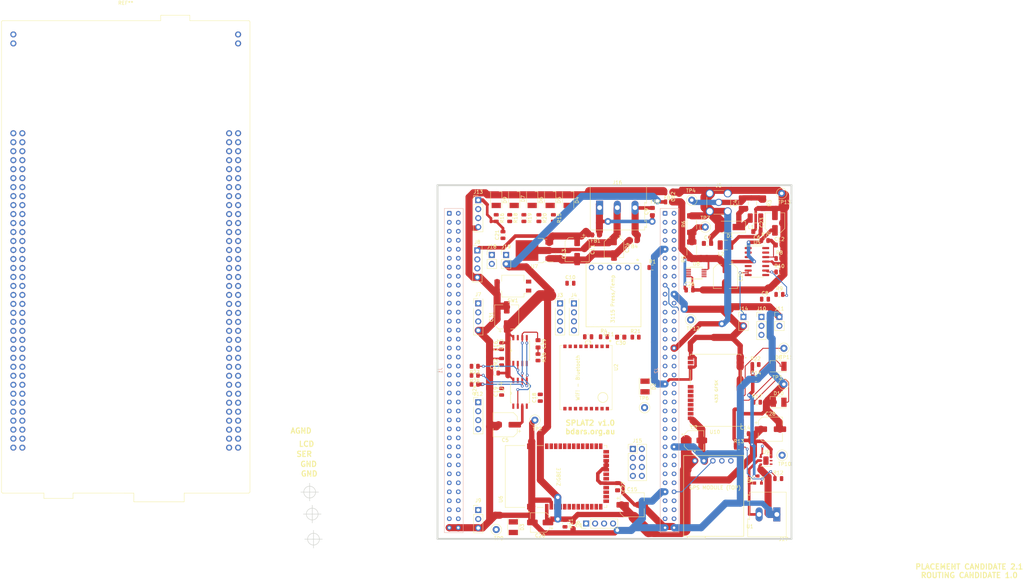
<source format=kicad_pcb>
(kicad_pcb (version 20171130) (host pcbnew "(5.1.12)-1")
  (layers (0 F.Cu signal) (31 B.Cu signal) (35 F.Paste user) (37 F.SilkS user) (38 B.Mask user) (39 F.Mask user) (44 Edge.Cuts user))
  (net 0 "")
  (net 1 /VIN)
  (net 2 /+3V3)
  (net 3 /IOREF)
  (net 4 /PF15)
  (net 5 /PF4)
  (net 6 /PF14)
  (net 7 /PE9)
  (net 8 /AVDD)
  (net 9 /PB0)
  (net 10 /PB11)
  (net 11 /PC0)
  (net 12 /PF3)
  (net 13 /PD4)
  (net 14 /PF5)
  (net 15 /PF10)
  (net 16 /PA7)
  (net 17 /PF8)
  (net 18 /PD0)
  (net 19 /PB13)
  (net 20 /PA15)
  (net 21 /PC7)
  (net 22 /PA6)
  (net 23 /PB3)
  (net 24 GND)
  (net 25 "Net-(C5-Pad1)")
  (net 26 "Net-(C6-Pad1)")
  (net 27 /HALF3V3)
  (net 28 "Net-(D3-Pad2)")
  (net 29 "Net-(D4-Pad2)")
  (net 30 "Net-(D2-Pad2)")
  (net 31 "Net-(D6-Pad2)")
  (net 32 "Net-(D5-Pad2)")
  (net 33 "Net-(D8-Pad2)")
  (net 34 "Net-(TP6-Pad1)")
  (net 35 "Net-(D7-Pad2)")
  (net 36 "Net-(C4-Pad1)")
  (net 37 "Net-(C4-Pad2)")
  (net 38 /BOOT0)
  (net 39 /PF6)
  (net 40 /PA13)
  (net 41 /PA14)
  (net 42 /PB7)
  (net 43 /PC13)
  (net 44 /PC14)
  (net 45 /PC15)
  (net 46 /VBAT)
  (net 47 /PH2)
  (net 48 /PD9)
  (net 49 /PA1)
  (net 50 /PC1)
  (net 51 /PG13)
  (net 52 /PG11)
  (net 53 /PH0)
  (net 54 /PH1)
  (net 55 /PA9)
  (net 56 /PA8)
  (net 57 /PA10)
  (net 58 /PA2)
  (net 59 /PD10)
  (net 60 /PG7)
  (net 61 /PC5)
  (net 62 /U5V)
  (net 63 /PD8)
  (net 64 /PA12)
  (net 65 /PA11)
  (net 66 /PB14)
  (net 67 /PC4)
  (net 68 /PG6)
  (net 69 "Net-(D8-Pad1)")
  (net 70 "Net-(J10-Pad2)")
  (net 71 "Net-(J4-Pad2)")
  (net 72 "Net-(J4-Pad3)")
  (net 73 "Net-(J3-Pad3)")
  (net 74 "Net-(J3-Pad2)")
  (net 75 "Net-(D2-Pad1)")
  (net 76 "Net-(C7-Pad1)")
  (net 77 "Net-(D9-Pad2)")
  (net 78 "Net-(D10-Pad2)")
  (net 79 "Net-(D3-Pad1)")
  (net 80 "Net-(C8-Pad2)")
  (net 81 "Net-(C8-Pad1)")
  (net 82 "Net-(Q1-Pad2)")
  (net 83 "Net-(TP11-Pad1)")
  (net 84 "Net-(TP9-Pad1)")
  (net 85 "Net-(R12-Pad2)")
  (net 86 "Net-(R9-Pad1)")
  (net 87 "Net-(C12-Pad1)")
  (net 88 "Net-(R10-Pad1)")
  (net 89 "Net-(U10-Pad21)")
  (net 90 "Net-(U10-Pad13)")
  (net 91 "Net-(J12-Pad2)")
  (net 92 "Net-(J12-Pad3)")
  (net 93 "Net-(U2-Pad17)")
  (net 94 "Net-(U6-Pad38)")
  (net 95 "Net-(U6-Pad37)")
  (net 96 "Net-(U6-Pad36)")
  (net 97 "Net-(U6-Pad35)")
  (net 98 "Net-(U6-Pad31)")
  (net 99 "Net-(U6-Pad30)")
  (net 100 "Net-(U6-Pad29)")
  (net 101 "Net-(U6-Pad22)")
  (net 102 "Net-(U6-Pad21)")
  (net 103 "Net-(U6-Pad19)")
  (net 104 "Net-(U6-Pad17)")
  (net 105 "Net-(U6-Pad16)")
  (net 106 "Net-(U6-Pad15)")
  (net 107 "Net-(U6-Pad7)")
  (net 108 "Net-(U6-Pad6)")
  (net 109 "Net-(U6-Pad5)")
  (net 110 "Net-(J14-Pad1)")
  (net 111 "Net-(J17-Pad2)")
  (net 112 GNDA)
  (net 113 PA3)
  (net 114 VDD)
  (net 115 PD14)
  (net 116 PD13)
  (net 117 PD11)
  (net 118 PD12)
  (net 119 PD15)
  (net 120 A3V3)
  (net 121 PA5)
  (net 122 PE14)
  (net 123 +5V)
  (net 124 PA4)
  (net 125 PG2)
  (net 126 PC3)
  (net 127 PC2)
  (net 128 PD3)
  (net 129 PB6)
  (net 130 PB9)
  (net 131 PG5)
  (net 132 PG8)
  (net 133 PE0)
  (net 134 PF11)
  (net 135 PE11)
  (net 136 PE7)
  (net 137 PE8)
  (net 138 PB15)
  (net 139 PB1)
  (net 140 PB2)
  (net 141 PB12)
  (net 142 PC6)
  (net 143 PC8)
  (net 144 PG4)
  (net 145 PE13)
  (net 146 PF12)
  (net 147 PF13)
  (net 148 PE15)
  (net 149 PE12)
  (net 150 PE10)
  (net 151 PB5)
  (net 152 PB4)
  (net 153 PB8)
  (net 154 PC9)
  (net 155 PG10)
  (net 156 PG15)
  (net 157 PE6)
  (net 158 PG1)
  (net 159 PF9)
  (net 160 PF2)
  (net 161 PE5)
  (net 162 PE2)
  (net 163 PG3)
  (net 164 PA0)
  (net 165 NC)
  (net 166 PC11)
  (net 167 PG12)
  (net 168 PG9)
  (net 169 PE1)
  (net 170 PG0)
  (net 171 PD1)
  (net 172 PF0)
  (net 173 PF1)
  (net 174 PE3)
  (net 175 PD6)
  (net 176 PD5)
  (net 177 PF7)
  (net 178 PC12)
  (net 179 PC10)
  (net 180 /RAW5V)
  (net 181 /RAWGND)
  (net 182 "Net-(C29-Pad2)")
  (net 183 /SPI2_SCKT)
  (net 184 /SPI2_MISOT)
  (net 185 /SPI2_MOSIT)
  (net 186 NRST)
  (net 187 PD2)
  (net 188 PD7)
  (net 189 "Net-(C13-Pad1)")
  (module splat2-kicad:NEO7_GPS_MODULE (layer F.Cu) (at 135.484 133.172 270)
    (fp_text reference U1 (at 28.956 -4.7498 180) (layer F.SilkS))
    (fp_text value ublox_chinese_PCB_module)
    (fp_text user "GPS MODULE (TOP)" (at 17.9832 5.1054) (layer F.SilkS))
    (pad "" np_thru_hole circle (at 29.21 5.08 270) (size 3 3) (drill 3) (layers *.Cu *.Mask))
    (pad 1 thru_hole circle (at 10.39 10.77 180) (size 1.52 1.52) (drill 0.91) (layers *.Cu *.Mask) (net 114 VDD))
    (pad 2 thru_hole circle (at 10.39 8.23 180) (size 1.52 1.52) (drill 0.91) (layers *.Cu *.Mask) (net 24 GND))
    (pad 4 thru_hole circle (at 10.39 3.15 180) (size 1.52 1.52) (drill 0.91) (layers *.Cu *.Mask) (net 169 PE1))
    (pad 3 thru_hole circle (at 10.39 5.69 180) (size 1.52 1.52) (drill 0.91) (layers *.Cu *.Mask) (net 133 PE0))
    (pad 5 thru_hole circle (at 10.39 0.61 180) (size 1.52 1.52) (drill 0.91) (layers *.Cu *.Mask) (net 121 PA5))
  )
  (module Capacitor_SMD:CP_Elec_5x5.4 (layer F.Cu) (at 101.854 83.312 270)
    (fp_text reference C24 (at 0 -3.7 90) (layer F.SilkS))
    (fp_text value 10uF)
    (pad 2 smd roundrect (at 2.2 0 270) (size 3 1.6) (layers F.Cu F.Paste F.Mask) (roundrect_rratio 0.15625) (net 24 GND))
    (pad 1 smd roundrect (at -2.2 0 270) (size 3 1.6) (layers F.Cu F.Paste F.Mask) (roundrect_rratio 0.15625) (net 189 "Net-(C13-Pad1)"))
  )
  (module Connector_PinHeader_2.54mm:PinHeader_1x02_P2.54mm_Vertical (layer F.Cu) (at 71.374 85.344)
    (fp_text reference J19 (at 0 -2.33) (layer F.SilkS))
    (fp_text value Conn_01x02_Male)
    (pad 2 thru_hole oval (at 0 2.54) (size 1.7 1.7) (drill 1) (layers *.Cu *.Mask) (net 114 VDD))
    (pad 1 thru_hole rect (at 0 0) (size 1.7 1.7) (drill 1) (layers *.Cu *.Mask) (net 189 "Net-(C13-Pad1)"))
  )
  (module Button_Switch_SMD:SW_DIP_SPSTx02_Slide_Omron_A6S-210x_W8.9mm_P2.54mm (layer F.Cu) (at 73.279 94.1578 180)
    (fp_text reference SW1 (at 0 -4.07) (layer F.SilkS))
    (fp_text value SW_DIP_x02)
    (pad 4 smd rect (at 4.45 -1.27 180) (size 1.5 1.1) (layers F.Cu F.Paste F.Mask) (net 24 GND))
    (pad 2 smd rect (at -4.45 1.27 180) (size 1.5 1.1) (layers F.Cu F.Paste F.Mask) (net 188 PD7))
    (pad 3 smd rect (at 4.45 1.27 180) (size 1.5 1.1) (layers F.Cu F.Paste F.Mask) (net 24 GND))
    (pad 1 smd rect (at -4.45 -1.27 180) (size 1.5 1.1) (layers F.Cu F.Paste F.Mask) (net 187 PD2))
  )
  (module Connector_PinHeader_2.54mm:PinHeader_1x02_P2.54mm_Vertical (layer F.Cu) (at 67.3354 85.344)
    (fp_text reference J18 (at 0 -2.33) (layer F.SilkS))
    (fp_text value Conn_01x02_Male)
    (pad 2 thru_hole oval (at 0 2.54) (size 1.7 1.7) (drill 1) (layers *.Cu *.Mask) (net 24 GND))
    (pad 1 thru_hole rect (at 0 0) (size 1.7 1.7) (drill 1) (layers *.Cu *.Mask) (net 186 NRST))
  )
  (module Capacitor_SMD:CP_Elec_6.3x7.7 (layer F.Cu) (at 71.12 133.35 180)
    (fp_text reference C5 (at 0 -4.35) (layer F.SilkS))
    (fp_text value 100uF)
    (pad 2 smd roundrect (at 2.7 0 180) (size 3.5 1.6) (layers F.Cu F.Paste F.Mask) (roundrect_rratio 0.15625) (net 24 GND))
    (pad 1 smd roundrect (at -2.7 0 180) (size 3.5 1.6) (layers F.Cu F.Paste F.Mask) (roundrect_rratio 0.15625) (net 25 "Net-(C5-Pad1)"))
  )
  (module Capacitor_SMD:CP_Elec_6.3x7.7 (layer F.Cu) (at 71.55 102.87 90)
    (fp_text reference C31 (at 0 -4.35 90) (layer F.SilkS))
    (fp_text value 100uF)
    (pad 2 smd roundrect (at 2.7 0 90) (size 3.5 1.6) (layers F.Cu F.Paste F.Mask) (roundrect_rratio 0.15625) (net 24 GND))
    (pad 1 smd roundrect (at -2.7 0 90) (size 3.5 1.6) (layers F.Cu F.Paste F.Mask) (roundrect_rratio 0.15625) (net 114 VDD))
  )
  (module TestPoint:TestPoint_Loop_D1.80mm_Drill1.0mm_Beaded (layer F.Cu) (at 79.502 132.08)
    (fp_text reference TP2 (at 0.7 2.5) (layer F.SilkS))
    (fp_text value TestPoint)
    (pad 1 thru_hole circle (at 0 0) (size 2 2) (drill 1) (layers *.Cu *.Mask) (net 24 GND))
  )
  (module Capacitor_SMD:CP_Elec_5x5.4 (layer F.Cu) (at 81 161 180)
    (fp_text reference C20 (at 0 -3.7) (layer F.SilkS))
    (fp_text value 10uF)
    (pad 2 smd roundrect (at 2.2 0 180) (size 3 1.6) (layers F.Cu F.Paste F.Mask) (roundrect_rratio 0.15625) (net 24 GND))
    (pad 1 smd roundrect (at -2.2 0 180) (size 3 1.6) (layers F.Cu F.Paste F.Mask) (roundrect_rratio 0.15625) (net 114 VDD))
  )
  (module Capacitor_SMD:C_0805_2012Metric (layer F.Cu) (at 94.55 108.5 180)
    (fp_text reference C3 (at 0 -1.68) (layer F.SilkS))
    (fp_text value 1uF)
    (pad 2 smd roundrect (at 0.95 0 180) (size 1 1.45) (layers F.Cu F.Paste F.Mask) (net 24 GND))
    (pad 1 smd roundrect (at -0.95 0 180) (size 1 1.45) (layers F.Cu F.Paste F.Mask) (net 114 VDD))
  )
  (module splat2footprints:XCVR_E30-400M20S (layer F.Cu) (at 130.556 133.604 180)
    (fp_text reference U10 (at 0.2032 -1.8034 180) (layer F.SilkS))
    (fp_text value "XCVR_E30-400M20S (Si4463)")
    (pad 4 smd rect (at -6.9498 10.9744 180) (size 1.6 1) (layers F.Cu F.Paste F.Mask) (net 24 GND))
    (pad 5 smd rect (at -6.9498 9.7044 180) (size 1.6 1) (layers F.Cu F.Paste F.Mask) (net 24 GND))
    (pad 6 smd rect (at -6.9498 8.4344 180) (size 1.6 1) (layers F.Cu F.Paste F.Mask) (net 83 "Net-(TP11-Pad1)"))
    (pad 7 smd rect (at -6.9498 7.1644 180) (size 1.6 1) (layers F.Cu F.Paste F.Mask) (net 69 "Net-(D8-Pad1)"))
    (pad 8 smd rect (at -6.9498 5.8944 180) (size 1.6 1) (layers F.Cu F.Paste F.Mask) (net 160 PF2))
    (pad 9 smd rect (at -6.9498 4.6244 180) (size 1.6 1) (layers F.Cu F.Paste F.Mask) (net 114 VDD))
    (pad 10 smd rect (at -6.9498 3.3544 180) (size 1.6 1) (layers F.Cu F.Paste F.Mask) (net 24 GND))
    (pad 11 smd rect (at -6.9498 2.0844 180) (size 1.6 1) (layers F.Cu F.Paste F.Mask) (net 24 GND))
    (pad 2 smd rect (at -6.9498 17.8144 180) (size 1.6 1) (layers F.Cu F.Paste F.Mask) (net 24 GND))
    (pad 1 smd rect (at -6.9498 19.0844 180) (size 1.6 1) (layers F.Cu F.Paste F.Mask) (net 24 GND))
    (pad 3 smd rect (at -6.9498 16.5444 180) (size 1.6 1) (layers F.Cu F.Paste F.Mask) (net 24 GND))
    (pad 21 smd rect (at 7.0502 17.8144 180) (size 1.6 1) (layers F.Cu F.Paste F.Mask) (net 89 "Net-(U10-Pad21)"))
    (pad 22 smd rect (at 7.0502 19.0844 180) (size 1.6 1) (layers F.Cu F.Paste F.Mask) (net 24 GND))
    (pad 20 smd rect (at 7.0502 16.5444 180) (size 1.6 1) (layers F.Cu F.Paste F.Mask) (net 24 GND))
    (pad 16 smd rect (at 7.0502 7.1644 180) (size 1.6 1) (layers F.Cu F.Paste F.Mask) (net 161 PE5))
    (pad 18 smd rect (at 7.0502 9.7044 180) (size 1.6 1) (layers F.Cu F.Paste F.Mask) (net 162 PE2))
    (pad 13 smd rect (at 7.0502 3.3544 180) (size 1.6 1) (layers F.Cu F.Paste F.Mask) (net 90 "Net-(U10-Pad13)"))
    (pad 12 smd rect (at 7.0502 2.0844 180) (size 1.6 1) (layers F.Cu F.Paste F.Mask) (net 24 GND))
    (pad 15 smd rect (at 7.0502 5.8944 180) (size 1.6 1) (layers F.Cu F.Paste F.Mask) (net 151 PB5))
    (pad 19 smd rect (at 7.0502 10.9744 180) (size 1.6 1) (layers F.Cu F.Paste F.Mask) (net 145 PE13))
    (pad 17 smd rect (at 7.0502 8.4344 180) (size 1.6 1) (layers F.Cu F.Paste F.Mask) (net 157 PE6))
    (pad 14 smd rect (at 7.0502 4.6244 180) (size 1.6 1) (layers F.Cu F.Paste F.Mask) (net 139 PB1))
  )
  (module Capacitor_SMD:C_0805_2012Metric_Pad1.15x1.40mm_HandSolder (layer F.Cu) (at 103.75 108.585 180)
    (fp_text reference C30 (at 0 -1.65) (layer F.SilkS))
    (fp_text value 0.1uF)
    (pad 2 smd roundrect (at 1.025 0 180) (size 1.15 1.4) (layers F.Cu F.Paste F.Mask) (roundrect_rratio 0.217391) (net 148 PE15))
    (pad 1 smd roundrect (at -1.025 0 180) (size 1.15 1.4) (layers F.Cu F.Paste F.Mask) (roundrect_rratio 0.217391) (net 114 VDD))
  )
  (module Resistor_SMD:R_0805_2012Metric (layer F.Cu) (at 80.391 114.3 270)
    (fp_text reference R26 (at 0 -1.65 90) (layer F.SilkS))
    (fp_text value 110R)
    (pad 2 smd roundrect (at 0.9125 0 270) (size 1.025 1.4) (layers F.Cu F.Paste F.Mask) (roundrect_rratio 0.243902) (net 24 GND))
    (pad 1 smd roundrect (at -0.9125 0 270) (size 1.025 1.4) (layers F.Cu F.Paste F.Mask) (roundrect_rratio 0.243902) (net 182 "Net-(C29-Pad2)"))
  )
  (module Resistor_SMD:R_0805_2012Metric (layer F.Cu) (at 62.5075 119.38 180)
    (fp_text reference R25 (at 0 -1.65 180) (layer F.SilkS))
    (fp_text value 50R)
    (pad 2 smd roundrect (at 0.9125 0 180) (size 1.025 1.4) (layers F.Cu F.Paste F.Mask) (roundrect_rratio 0.243902) (net 126 PC3))
    (pad 1 smd roundrect (at -0.9125 0 180) (size 1.025 1.4) (layers F.Cu F.Paste F.Mask) (roundrect_rratio 0.243902) (net 185 /SPI2_MOSIT))
  )
  (module Resistor_SMD:R_0805_2012Metric (layer F.Cu) (at 62.5075 121.92 180)
    (fp_text reference R24 (at 0 -1.65 90) (layer F.SilkS))
    (fp_text value 33R)
    (pad 2 smd roundrect (at 0.9125 0 180) (size 1.025 1.4) (layers F.Cu F.Paste F.Mask) (roundrect_rratio 0.243902) (net 128 PD3))
    (pad 1 smd roundrect (at -0.9125 0 180) (size 1.025 1.4) (layers F.Cu F.Paste F.Mask) (roundrect_rratio 0.243902) (net 183 /SPI2_SCKT))
  )
  (module Resistor_SMD:R_0805_2012Metric (layer F.Cu) (at 62.5075 116.84 180)
    (fp_text reference R23 (at 0 -1.65 180) (layer F.SilkS))
    (fp_text value 50R)
    (pad 2 smd roundrect (at 0.9125 0 180) (size 1.025 1.4) (layers F.Cu F.Paste F.Mask) (roundrect_rratio 0.243902) (net 127 PC2))
    (pad 1 smd roundrect (at -0.9125 0 180) (size 1.025 1.4) (layers F.Cu F.Paste F.Mask) (roundrect_rratio 0.243902) (net 184 /SPI2_MISOT))
  )
  (module Capacitor_SMD:C_0805_2012Metric_Pad1.15x1.40mm_HandSolder (layer F.Cu) (at 80.391 110.49 270)
    (fp_text reference C29 (at 0 -1.65 90) (layer F.SilkS))
    (fp_text value 470pF)
    (pad 2 smd roundrect (at 1.025 0 270) (size 1.15 1.4) (layers F.Cu F.Paste F.Mask) (roundrect_rratio 0.217391) (net 182 "Net-(C29-Pad2)"))
    (pad 1 smd roundrect (at -1.025 0 270) (size 1.15 1.4) (layers F.Cu F.Paste F.Mask) (roundrect_rratio 0.217391) (net 183 /SPI2_SCKT))
  )
  (module Inductor_SMD:L_1210_3225Metric_Pad1.42x2.65mm_HandSolder (layer F.Cu) (at 141.822 74.93 180)
    (fp_text reference L1 (at 1.27 -2.54) (layer F.SilkS))
    (fp_text value 620nH)
    (pad 2 smd roundrect (at 1.4875 0 180) (size 1.425 2.65) (layers F.Cu F.Paste F.Mask) (roundrect_rratio 0.175439) (net 36 "Net-(C4-Pad1)"))
    (pad 1 smd roundrect (at -1.4875 0 180) (size 1.425 2.65) (layers F.Cu F.Paste F.Mask) (roundrect_rratio 0.175439) (net 26 "Net-(C6-Pad1)"))
  )
  (module Capacitor_SMD:CP_Elec_5x5.4 (layer F.Cu) (at 147.32 76.2 90)
    (fp_text reference C23 (at 0 -3.7 90) (layer F.SilkS))
    (fp_text value 10uF)
    (pad 2 smd roundrect (at 2.2 0 90) (size 3 1.6) (layers F.Cu F.Paste F.Mask) (roundrect_rratio 0.15625) (net 112 GNDA))
    (pad 1 smd roundrect (at -2.2 0 90) (size 3 1.6) (layers F.Cu F.Paste F.Mask) (roundrect_rratio 0.15625) (net 120 A3V3))
  )
  (module Capacitor_SMD:CP_Elec_5x5.4 (layer F.Cu) (at 124.46 137.795)
    (fp_text reference C2 (at 0 -3.7) (layer F.SilkS))
    (fp_text value 10uF)
    (pad 2 smd roundrect (at 2.2 0) (size 3 1.6) (layers F.Cu F.Paste F.Mask) (roundrect_rratio 0.15625) (net 24 GND))
    (pad 1 smd roundrect (at -2.2 0) (size 3 1.6) (layers F.Cu F.Paste F.Mask) (roundrect_rratio 0.15625) (net 114 VDD))
  )
  (module Capacitor_SMD:CP_Elec_6.3x7.7 (layer F.Cu) (at 107 156)
    (fp_text reference C15 (at 0 -4.35) (layer F.SilkS))
    (fp_text value 100uF)
    (pad 2 smd roundrect (at 2.7 0) (size 3.5 1.6) (layers F.Cu F.Paste F.Mask) (roundrect_rratio 0.15625) (net 24 GND))
    (pad 1 smd roundrect (at -2.7 0) (size 3.5 1.6) (layers F.Cu F.Paste F.Mask) (roundrect_rratio 0.15625) (net 114 VDD))
  )
  (module Package_TO_SOT_SMD:SOT-23 (layer F.Cu) (at 142.56 148.86 90)
    (fp_text reference Q1 (at 0 -2.5 90) (layer F.SilkS))
    (fp_text value BSS138LT1G)
    (pad 3 smd rect (at 1 0 90) (size 0.9 0.8) (layers F.Cu F.Paste F.Mask) (net 114 VDD))
    (pad 2 smd rect (at -1 0.95 90) (size 0.9 0.8) (layers F.Cu F.Paste F.Mask) (net 82 "Net-(Q1-Pad2)"))
    (pad 1 smd rect (at -1 -0.95 90) (size 0.9 0.8) (layers F.Cu F.Paste F.Mask) (net 111 "Net-(J17-Pad2)"))
  )
  (module Package_SO:MSOP-10_3x3mm_P0.5mm (layer F.Cu) (at 125.095 90.47)
    (fp_text reference U8 (at 0 -2.6) (layer F.SilkS))
    (fp_text value MCP6S93-X_UN)
    (pad 1 smd rect (at -2.2 -1) (size 1.4 0.3) (layers F.Cu F.Paste F.Mask) (net 113 PA3))
    (pad 2 smd rect (at -2.2 -0.5) (size 1.4 0.3) (layers F.Cu F.Paste F.Mask) (net 76 "Net-(C7-Pad1)"))
    (pad 3 smd rect (at -2.2 0) (size 1.4 0.3) (layers F.Cu F.Paste F.Mask) (net 86 "Net-(R9-Pad1)"))
    (pad 4 smd rect (at -2.2 0.5) (size 1.4 0.3) (layers F.Cu F.Paste F.Mask) (net 27 /HALF3V3))
    (pad 5 smd rect (at -2.2 1) (size 1.4 0.3) (layers F.Cu F.Paste F.Mask) (net 112 GNDA))
    (pad 6 smd rect (at 2.2 1) (size 1.4 0.3) (layers F.Cu F.Paste F.Mask) (net 125 PG2))
    (pad 7 smd rect (at 2.2 0.5) (size 1.4 0.3) (layers F.Cu F.Paste F.Mask) (net 140 PB2))
    (pad 8 smd rect (at 2.2 0) (size 1.4 0.3) (layers F.Cu F.Paste F.Mask) (net 152 PB4))
    (pad 9 smd rect (at 2.2 -0.5) (size 1.4 0.3) (layers F.Cu F.Paste F.Mask) (net 179 PC10))
    (pad 10 smd rect (at 2.2 -1) (size 1.4 0.3) (layers F.Cu F.Paste F.Mask) (net 120 A3V3))
  )
  (module Capacitor_SMD:CP_Elec_6.3x7.7 (layer F.Cu) (at 146.05 134.62)
    (fp_text reference C28 (at 0 -4.35) (layer F.SilkS))
    (fp_text value 100uF)
    (pad 2 smd roundrect (at 2.7 0) (size 3.5 1.6) (layers F.Cu F.Paste F.Mask) (roundrect_rratio 0.15625) (net 24 GND))
    (pad 1 smd roundrect (at -2.7 0) (size 3.5 1.6) (layers F.Cu F.Paste F.Mask) (roundrect_rratio 0.15625) (net 114 VDD))
  )
  (module Capacitor_SMD:CP_Elec_6.3x7.7 (layer F.Cu) (at 133.35 91.44 270)
    (fp_text reference C25 (at 0 -4.35 90) (layer F.SilkS))
    (fp_text value 100uF)
    (pad 2 smd roundrect (at 2.7 0 270) (size 3.5 1.6) (layers F.Cu F.Paste F.Mask) (roundrect_rratio 0.15625) (net 112 GNDA))
    (pad 1 smd roundrect (at -2.7 0 270) (size 3.5 1.6) (layers F.Cu F.Paste F.Mask) (roundrect_rratio 0.15625) (net 120 A3V3))
  )
  (module Capacitor_SMD:CP_Elec_6.3x7.7 (layer F.Cu) (at 91.44 83.82 270)
    (fp_text reference C11 (at 0 -4.35 90) (layer F.SilkS))
    (fp_text value 100uF)
    (pad 2 smd roundrect (at 2.7 0 270) (size 3.5 1.6) (layers F.Cu F.Paste F.Mask) (roundrect_rratio 0.15625) (net 24 GND))
    (pad 1 smd roundrect (at -2.7 0 270) (size 3.5 1.6) (layers F.Cu F.Paste F.Mask) (roundrect_rratio 0.15625) (net 123 +5V))
  )
  (module Module:ST_Morpho_Connector_144_STLink_MountingHoles (layer F.Cu) (at -67.84 50.94)
    (fp_text reference REF** (at 31.75 -36.83) (layer F.SilkS))
    (fp_text value ST_Morpho_Connector_144_STLink_MountingHoles)
    (pad 1 thru_hole circle (at 0 0) (size 1.7 1.7) (drill 1) (layers *.Cu *.Mask))
    (pad 2 thru_hole circle (at 2.54 0) (size 1.7 1.7) (drill 1) (layers *.Cu *.Mask))
    (pad 3 thru_hole circle (at 0 2.54) (size 1.7 1.7) (drill 1) (layers *.Cu *.Mask))
    (pad 4 thru_hole circle (at 2.54 2.54) (size 1.7 1.7) (drill 1) (layers *.Cu *.Mask))
    (pad 5 thru_hole circle (at 0 5.08) (size 1.7 1.7) (drill 1) (layers *.Cu *.Mask))
    (pad 6 thru_hole circle (at 2.54 5.08) (size 1.7 1.7) (drill 1) (layers *.Cu *.Mask))
    (pad 7 thru_hole circle (at 0 7.62) (size 1.7 1.7) (drill 1) (layers *.Cu *.Mask))
    (pad 8 thru_hole circle (at 2.54 7.62) (size 1.7 1.7) (drill 1) (layers *.Cu *.Mask))
    (pad 9 thru_hole circle (at 0 10.16) (size 1.7 1.7) (drill 1) (layers *.Cu *.Mask))
    (pad 10 thru_hole circle (at 2.54 10.16) (size 1.7 1.7) (drill 1) (layers *.Cu *.Mask))
    (pad 11 thru_hole circle (at 0 12.7) (size 1.7 1.7) (drill 1) (layers *.Cu *.Mask))
    (pad 12 thru_hole circle (at 2.54 12.7) (size 1.7 1.7) (drill 1) (layers *.Cu *.Mask))
    (pad 13 thru_hole circle (at 0 15.24) (size 1.7 1.7) (drill 1) (layers *.Cu *.Mask))
    (pad 14 thru_hole circle (at 2.54 15.24) (size 1.7 1.7) (drill 1) (layers *.Cu *.Mask))
    (pad 15 thru_hole circle (at 0 17.78) (size 1.7 1.7) (drill 1) (layers *.Cu *.Mask))
    (pad 16 thru_hole circle (at 2.54 17.78) (size 1.7 1.7) (drill 1) (layers *.Cu *.Mask))
    (pad 17 thru_hole circle (at 0 20.32) (size 1.7 1.7) (drill 1) (layers *.Cu *.Mask))
    (pad 18 thru_hole circle (at 2.54 20.32) (size 1.7 1.7) (drill 1) (layers *.Cu *.Mask))
    (pad 19 thru_hole circle (at 0 22.86) (size 1.7 1.7) (drill 1) (layers *.Cu *.Mask))
    (pad 20 thru_hole circle (at 2.54 22.86) (size 1.7 1.7) (drill 1) (layers *.Cu *.Mask))
    (pad 21 thru_hole circle (at 0 25.4) (size 1.7 1.7) (drill 1) (layers *.Cu *.Mask))
    (pad 22 thru_hole circle (at 2.54 25.4) (size 1.7 1.7) (drill 1) (layers *.Cu *.Mask))
    (pad 23 thru_hole circle (at 0 27.94) (size 1.7 1.7) (drill 1) (layers *.Cu *.Mask))
    (pad 24 thru_hole circle (at 2.54 27.94) (size 1.7 1.7) (drill 1) (layers *.Cu *.Mask))
    (pad 25 thru_hole circle (at 0 30.48) (size 1.7 1.7) (drill 1) (layers *.Cu *.Mask))
    (pad 26 thru_hole circle (at 2.54 30.48) (size 1.7 1.7) (drill 1) (layers *.Cu *.Mask))
    (pad 27 thru_hole circle (at 0 33.02) (size 1.7 1.7) (drill 1) (layers *.Cu *.Mask))
    (pad 28 thru_hole circle (at 2.54 33.02) (size 1.7 1.7) (drill 1) (layers *.Cu *.Mask))
    (pad 29 thru_hole circle (at 0 35.56) (size 1.7 1.7) (drill 1) (layers *.Cu *.Mask))
    (pad 30 thru_hole circle (at 2.54 35.56) (size 1.7 1.7) (drill 1) (layers *.Cu *.Mask))
    (pad 31 thru_hole circle (at 0 38.1) (size 1.7 1.7) (drill 1) (layers *.Cu *.Mask))
    (pad 32 thru_hole circle (at 2.54 38.1) (size 1.7 1.7) (drill 1) (layers *.Cu *.Mask))
    (pad 33 thru_hole circle (at 0 40.64) (size 1.7 1.7) (drill 1) (layers *.Cu *.Mask))
    (pad 34 thru_hole circle (at 2.54 40.64) (size 1.7 1.7) (drill 1) (layers *.Cu *.Mask))
    (pad 35 thru_hole circle (at 0 43.18) (size 1.7 1.7) (drill 1) (layers *.Cu *.Mask))
    (pad 36 thru_hole circle (at 2.54 43.18) (size 1.7 1.7) (drill 1) (layers *.Cu *.Mask))
    (pad 37 thru_hole circle (at 0 45.72) (size 1.7 1.7) (drill 1) (layers *.Cu *.Mask))
    (pad 38 thru_hole circle (at 2.54 45.72) (size 1.7 1.7) (drill 1) (layers *.Cu *.Mask))
    (pad 39 thru_hole circle (at 0 48.26) (size 1.7 1.7) (drill 1) (layers *.Cu *.Mask))
    (pad 40 thru_hole circle (at 2.54 48.26) (size 1.7 1.7) (drill 1) (layers *.Cu *.Mask))
    (pad 41 thru_hole circle (at 0 50.8) (size 1.7 1.7) (drill 1) (layers *.Cu *.Mask))
    (pad 42 thru_hole circle (at 2.54 50.8) (size 1.7 1.7) (drill 1) (layers *.Cu *.Mask))
    (pad 43 thru_hole circle (at 0 53.34) (size 1.7 1.7) (drill 1) (layers *.Cu *.Mask))
    (pad 44 thru_hole circle (at 2.54 53.34) (size 1.7 1.7) (drill 1) (layers *.Cu *.Mask))
    (pad 45 thru_hole circle (at 0 55.88) (size 1.7 1.7) (drill 1) (layers *.Cu *.Mask))
    (pad 46 thru_hole circle (at 2.54 55.88) (size 1.7 1.7) (drill 1) (layers *.Cu *.Mask))
    (pad 47 thru_hole circle (at 0 58.42) (size 1.7 1.7) (drill 1) (layers *.Cu *.Mask))
    (pad 48 thru_hole circle (at 2.54 58.42) (size 1.7 1.7) (drill 1) (layers *.Cu *.Mask))
    (pad 49 thru_hole circle (at 0 60.96) (size 1.7 1.7) (drill 1) (layers *.Cu *.Mask))
    (pad 50 thru_hole circle (at 2.54 60.96) (size 1.7 1.7) (drill 1) (layers *.Cu *.Mask))
    (pad 51 thru_hole circle (at 0 63.5) (size 1.7 1.7) (drill 1) (layers *.Cu *.Mask))
    (pad 52 thru_hole circle (at 2.54 63.5) (size 1.7 1.7) (drill 1) (layers *.Cu *.Mask))
    (pad 53 thru_hole circle (at 0 66.04) (size 1.7 1.7) (drill 1) (layers *.Cu *.Mask))
    (pad 54 thru_hole circle (at 2.54 66.04) (size 1.7 1.7) (drill 1) (layers *.Cu *.Mask))
    (pad 55 thru_hole circle (at 0 68.58) (size 1.7 1.7) (drill 1) (layers *.Cu *.Mask))
    (pad 56 thru_hole circle (at 2.54 68.58) (size 1.7 1.7) (drill 1) (layers *.Cu *.Mask))
    (pad 57 thru_hole circle (at 0 71.12) (size 1.7 1.7) (drill 1) (layers *.Cu *.Mask))
    (pad 58 thru_hole circle (at 2.54 71.12) (size 1.7 1.7) (drill 1) (layers *.Cu *.Mask))
    (pad 59 thru_hole circle (at 0 73.66) (size 1.7 1.7) (drill 1) (layers *.Cu *.Mask))
    (pad 60 thru_hole circle (at 2.54 73.66) (size 1.7 1.7) (drill 1) (layers *.Cu *.Mask))
    (pad 61 thru_hole circle (at 0 76.2) (size 1.7 1.7) (drill 1) (layers *.Cu *.Mask))
    (pad 62 thru_hole circle (at 2.54 76.2) (size 1.7 1.7) (drill 1) (layers *.Cu *.Mask))
    (pad 63 thru_hole circle (at 0 78.74) (size 1.7 1.7) (drill 1) (layers *.Cu *.Mask))
    (pad 64 thru_hole circle (at 2.54 78.74) (size 1.7 1.7) (drill 1) (layers *.Cu *.Mask))
    (pad 65 thru_hole circle (at 0 81.28) (size 1.7 1.7) (drill 1) (layers *.Cu *.Mask))
    (pad 66 thru_hole circle (at 2.54 81.28) (size 1.7 1.7) (drill 1) (layers *.Cu *.Mask))
    (pad 67 thru_hole circle (at 0 83.82) (size 1.7 1.7) (drill 1) (layers *.Cu *.Mask))
    (pad 68 thru_hole circle (at 2.54 83.82) (size 1.7 1.7) (drill 1) (layers *.Cu *.Mask))
    (pad 69 thru_hole circle (at 0 86.36) (size 1.7 1.7) (drill 1) (layers *.Cu *.Mask))
    (pad 70 thru_hole circle (at 2.54 86.36) (size 1.7 1.7) (drill 1) (layers *.Cu *.Mask))
    (pad 71 thru_hole circle (at 0 88.9) (size 1.7 1.7) (drill 1) (layers *.Cu *.Mask))
    (pad 72 thru_hole circle (at 2.54 88.9) (size 1.7 1.7) (drill 1) (layers *.Cu *.Mask))
    (pad 73 thru_hole circle (at 60.96 0) (size 1.7 1.7) (drill 1) (layers *.Cu *.Mask))
    (pad 74 thru_hole circle (at 63.5 0) (size 1.7 1.7) (drill 1) (layers *.Cu *.Mask))
    (pad 75 thru_hole circle (at 60.96 2.54) (size 1.7 1.7) (drill 1) (layers *.Cu *.Mask))
    (pad 76 thru_hole circle (at 63.5 2.54) (size 1.7 1.7) (drill 1) (layers *.Cu *.Mask))
    (pad 77 thru_hole circle (at 60.96 5.08) (size 1.7 1.7) (drill 1) (layers *.Cu *.Mask))
    (pad 78 thru_hole circle (at 63.5 5.08) (size 1.7 1.7) (drill 1) (layers *.Cu *.Mask))
    (pad 79 thru_hole circle (at 60.96 7.62) (size 1.7 1.7) (drill 1) (layers *.Cu *.Mask))
    (pad 80 thru_hole circle (at 63.5 7.62) (size 1.7 1.7) (drill 1) (layers *.Cu *.Mask))
    (pad 81 thru_hole circle (at 60.96 10.16) (size 1.7 1.7) (drill 1) (layers *.Cu *.Mask))
    (pad 82 thru_hole circle (at 63.5 10.16) (size 1.7 1.7) (drill 1) (layers *.Cu *.Mask))
    (pad 83 thru_hole circle (at 60.96 12.7) (size 1.7 1.7) (drill 1) (layers *.Cu *.Mask))
    (pad 84 thru_hole circle (at 63.5 12.7) (size 1.7 1.7) (drill 1) (layers *.Cu *.Mask))
    (pad 85 thru_hole circle (at 60.96 15.24) (size 1.7 1.7) (drill 1) (layers *.Cu *.Mask))
    (pad 86 thru_hole circle (at 63.5 15.24) (size 1.7 1.7) (drill 1) (layers *.Cu *.Mask))
    (pad 87 thru_hole circle (at 60.96 17.78) (size 1.7 1.7) (drill 1) (layers *.Cu *.Mask))
    (pad 88 thru_hole circle (at 63.5 17.78) (size 1.7 1.7) (drill 1) (layers *.Cu *.Mask))
    (pad 89 thru_hole circle (at 60.96 20.32) (size 1.7 1.7) (drill 1) (layers *.Cu *.Mask))
    (pad 90 thru_hole circle (at 63.5 20.32) (size 1.7 1.7) (drill 1) (layers *.Cu *.Mask))
    (pad 91 thru_hole circle (at 60.96 22.86) (size 1.7 1.7) (drill 1) (layers *.Cu *.Mask))
    (pad 92 thru_hole circle (at 63.5 22.86) (size 1.7 1.7) (drill 1) (layers *.Cu *.Mask))
    (pad 93 thru_hole circle (at 60.96 25.4) (size 1.7 1.7) (drill 1) (layers *.Cu *.Mask))
    (pad 94 thru_hole circle (at 63.5 25.4) (size 1.7 1.7) (drill 1) (layers *.Cu *.Mask))
    (pad 95 thru_hole circle (at 60.96 27.94) (size 1.7 1.7) (drill 1) (layers *.Cu *.Mask))
    (pad 96 thru_hole circle (at 63.5 27.94) (size 1.7 1.7) (drill 1) (layers *.Cu *.Mask))
    (pad 97 thru_hole circle (at 60.96 30.48) (size 1.7 1.7) (drill 1) (layers *.Cu *.Mask))
    (pad 98 thru_hole circle (at 63.5 30.48) (size 1.7 1.7) (drill 1) (layers *.Cu *.Mask))
    (pad 99 thru_hole circle (at 60.96 33.02) (size 1.7 1.7) (drill 1) (layers *.Cu *.Mask))
    (pad 100 thru_hole circle (at 63.5 33.02) (size 1.7 1.7) (drill 1) (layers *.Cu *.Mask))
    (pad 101 thru_hole circle (at 60.96 35.56) (size 1.7 1.7) (drill 1) (layers *.Cu *.Mask))
    (pad 102 thru_hole circle (at 63.5 35.56) (size 1.7 1.7) (drill 1) (layers *.Cu *.Mask))
    (pad 103 thru_hole circle (at 60.96 38.1) (size 1.7 1.7) (drill 1) (layers *.Cu *.Mask))
    (pad 104 thru_hole circle (at 63.5 38.1) (size 1.7 1.7) (drill 1) (layers *.Cu *.Mask))
    (pad 105 thru_hole circle (at 60.96 40.64) (size 1.7 1.7) (drill 1) (layers *.Cu *.Mask))
    (pad 106 thru_hole circle (at 63.5 40.64) (size 1.7 1.7) (drill 1) (layers *.Cu *.Mask))
    (pad 107 thru_hole circle (at 60.96 43.18) (size 1.7 1.7) (drill 1) (layers *.Cu *.Mask))
    (pad 108 thru_hole circle (at 63.5 43.18) (size 1.7 1.7) (drill 1) (layers *.Cu *.Mask))
    (pad 109 thru_hole circle (at 60.96 45.72) (size 1.7 1.7) (drill 1) (layers *.Cu *.Mask))
    (pad 110 thru_hole circle (at 63.5 45.72) (size 1.7 1.7) (drill 1) (layers *.Cu *.Mask))
    (pad 111 thru_hole circle (at 60.96 48.26) (size 1.7 1.7) (drill 1) (layers *.Cu *.Mask))
    (pad 112 thru_hole circle (at 63.5 48.26) (size 1.7 1.7) (drill 1) (layers *.Cu *.Mask))
    (pad 113 thru_hole circle (at 60.96 50.8) (size 1.7 1.7) (drill 1) (layers *.Cu *.Mask))
    (pad 114 thru_hole circle (at 63.5 50.8) (size 1.7 1.7) (drill 1) (layers *.Cu *.Mask))
    (pad 115 thru_hole circle (at 60.96 53.34) (size 1.7 1.7) (drill 1) (layers *.Cu *.Mask))
    (pad 116 thru_hole circle (at 63.5 53.34) (size 1.7 1.7) (drill 1) (layers *.Cu *.Mask))
    (pad 117 thru_hole circle (at 60.96 55.88) (size 1.7 1.7) (drill 1) (layers *.Cu *.Mask))
    (pad 118 thru_hole circle (at 63.5 55.88) (size 1.7 1.7) (drill 1) (layers *.Cu *.Mask))
    (pad 119 thru_hole circle (at 60.96 58.42) (size 1.7 1.7) (drill 1) (layers *.Cu *.Mask))
    (pad 120 thru_hole circle (at 63.5 58.42) (size 1.7 1.7) (drill 1) (layers *.Cu *.Mask))
    (pad 121 thru_hole circle (at 60.96 60.96) (size 1.7 1.7) (drill 1) (layers *.Cu *.Mask))
    (pad 122 thru_hole circle (at 63.5 60.96) (size 1.7 1.7) (drill 1) (layers *.Cu *.Mask))
    (pad 123 thru_hole circle (at 60.96 63.5) (size 1.7 1.7) (drill 1) (layers *.Cu *.Mask))
    (pad 124 thru_hole circle (at 63.5 63.5) (size 1.7 1.7) (drill 1) (layers *.Cu *.Mask))
    (pad 125 thru_hole circle (at 60.96 66.04) (size 1.7 1.7) (drill 1) (layers *.Cu *.Mask))
    (pad 126 thru_hole circle (at 63.5 66.04) (size 1.7 1.7) (drill 1) (layers *.Cu *.Mask))
    (pad 127 thru_hole circle (at 60.96 68.58) (size 1.7 1.7) (drill 1) (layers *.Cu *.Mask))
    (pad 128 thru_hole circle (at 63.5 68.58) (size 1.7 1.7) (drill 1) (layers *.Cu *.Mask))
    (pad 129 thru_hole circle (at 60.96 71.12) (size 1.7 1.7) (drill 1) (layers *.Cu *.Mask))
    (pad 130 thru_hole circle (at 63.5 71.12) (size 1.7 1.7) (drill 1) (layers *.Cu *.Mask))
    (pad 131 thru_hole circle (at 60.96 73.66) (size 1.7 1.7) (drill 1) (layers *.Cu *.Mask))
    (pad 132 thru_hole circle (at 63.5 73.66) (size 1.7 1.7) (drill 1) (layers *.Cu *.Mask))
    (pad 133 thru_hole circle (at 60.96 76.2) (size 1.7 1.7) (drill 1) (layers *.Cu *.Mask))
    (pad 134 thru_hole circle (at 63.5 76.2) (size 1.7 1.7) (drill 1) (layers *.Cu *.Mask))
    (pad 135 thru_hole circle (at 60.96 78.74) (size 1.7 1.7) (drill 1) (layers *.Cu *.Mask))
    (pad 136 thru_hole circle (at 63.5 78.74) (size 1.7 1.7) (drill 1) (layers *.Cu *.Mask))
    (pad 137 thru_hole circle (at 60.96 81.28) (size 1.7 1.7) (drill 1) (layers *.Cu *.Mask))
    (pad 138 thru_hole circle (at 63.5 81.28) (size 1.7 1.7) (drill 1) (layers *.Cu *.Mask))
    (pad 139 thru_hole circle (at 60.96 83.82) (size 1.7 1.7) (drill 1) (layers *.Cu *.Mask))
    (pad 140 thru_hole circle (at 63.5 83.82) (size 1.7 1.7) (drill 1) (layers *.Cu *.Mask))
    (pad 141 thru_hole circle (at 60.96 86.36) (size 1.7 1.7) (drill 1) (layers *.Cu *.Mask))
    (pad 142 thru_hole circle (at 63.5 86.36) (size 1.7 1.7) (drill 1) (layers *.Cu *.Mask))
    (pad 143 thru_hole circle (at 60.96 88.9) (size 1.7 1.7) (drill 1) (layers *.Cu *.Mask))
    (pad 144 thru_hole circle (at 63.5 88.9) (size 1.7 1.7) (drill 1) (layers *.Cu *.Mask))
    (pad 145 thru_hole circle (at 0 -27.94) (size 1.7 1.7) (drill 1) (layers *.Cu *.Mask))
    (pad 146 thru_hole circle (at 0 -25.4) (size 1.7 1.7) (drill 1) (layers *.Cu *.Mask))
    (pad 147 thru_hole circle (at 63.5 -27.94) (size 1.7 1.7) (drill 1) (layers *.Cu *.Mask))
    (pad 148 thru_hole circle (at 63.5 -25.4) (size 1.7 1.7) (drill 1) (layers *.Cu *.Mask))
    (pad "" np_thru_hole circle (at 54.6 72.4) (size 3 3) (drill 3) (layers *.Cu *.Mask))
    (pad "" np_thru_hole circle (at 8.89 72.39) (size 3 3) (drill 3) (layers *.Cu *.Mask))
    (pad "" np_thru_hole circle (at 7.62 -3.81) (size 3 3) (drill 3) (layers *.Cu *.Mask))
    (pad "" np_thru_hole circle (at 55.9 -2.5) (size 3 3) (drill 3) (layers *.Cu *.Mask))
    (pad "" np_thru_hole circle (at 40.55 48.3) (size 3 3) (drill 3) (layers *.Cu *.Mask))
  )
  (module TestPoint:TestPoint_Loop_D1.80mm_Drill1.0mm_Beaded (layer F.Cu) (at 123.825 69.85)
    (fp_text reference TP4 (at -0.254 -2.667) (layer F.SilkS))
    (fp_text value TestPoint)
    (pad 1 thru_hole circle (at 0 0) (size 2 2) (drill 1) (layers *.Cu *.Mask) (net 37 "Net-(C4-Pad2)"))
  )
  (module Inductor_SMD:L_0805_2012Metric (layer F.Cu) (at 117.348 70.358)
    (fp_text reference FB2 (at -3.81 0 180) (layer F.SilkS))
    (fp_text value Ferrite_Bead)
    (pad 2 smd roundrect (at 0.9375 0) (size 0.975 1.4) (layers F.Cu F.Paste F.Mask) (net 120 A3V3))
    (pad 1 smd roundrect (at -0.9375 0) (size 0.975 1.4) (layers F.Cu F.Paste F.Mask) (net 114 VDD))
  )
  (module TestPoint:TestPoint_Loop_D1.80mm_Drill1.0mm_Beaded (layer F.Cu) (at 149.86 121.92)
    (fp_text reference TP3 (at -1.905 -1.905) (layer F.SilkS))
    (fp_text value TestPoint)
    (pad 1 thru_hole circle (at 0 0) (size 2 2) (drill 1) (layers *.Cu *.Mask) (net 24 GND))
  )
  (module Inductor_SMD:L_0805_2012Metric (layer F.Cu) (at 96.662 79.6925 180)
    (fp_text reference FB1 (at 0 -1.65) (layer F.SilkS))
    (fp_text value Ferrite_Bead)
    (pad 2 smd roundrect (at 0.9375 0 180) (size 0.975 1.4) (layers F.Cu F.Paste F.Mask) (net 123 +5V))
    (pad 1 smd roundrect (at -0.9375 0 180) (size 0.975 1.4) (layers F.Cu F.Paste F.Mask) (net 180 /RAW5V))
  )
  (module Inductor_SMD:L_1210_3225Metric_Pad1.42x2.65mm_HandSolder (layer F.Cu) (at 133.35 82.55)
    (fp_text reference L2 (at -1.27 2.54 180) (layer F.SilkS))
    (fp_text value 1.5uH)
    (pad 2 smd roundrect (at 1.4875 0) (size 1.425 2.65) (layers F.Cu F.Paste F.Mask) (roundrect_rratio 0.175439) (net 26 "Net-(C6-Pad1)"))
    (pad 1 smd roundrect (at -1.4875 0) (size 1.425 2.65) (layers F.Cu F.Paste F.Mask) (roundrect_rratio 0.175439) (net 76 "Net-(C7-Pad1)"))
  )
  (module LED_SMD:LED_PLCC-2 (layer F.Cu) (at 148.36 116.84)
    (fp_text reference D8 (at 0 -2.5) (layer F.SilkS))
    (fp_text value LED)
    (pad 2 smd rect (at 1.5 0) (size 1.5 2.6) (layers F.Cu F.Paste F.Mask) (net 33 "Net-(D8-Pad2)"))
    (pad 1 smd rect (at -1.5 0) (size 1.5 2.6) (layers F.Cu F.Paste F.Mask) (net 69 "Net-(D8-Pad1)"))
  )
  (module LED_SMD:LED_PLCC-2 (layer F.Cu) (at 78.74 69.85 270)
    (fp_text reference D6 (at 0 -2.5 90) (layer F.SilkS))
    (fp_text value LED)
    (pad 2 smd rect (at 1.5 0 270) (size 1.5 2.6) (layers F.Cu F.Paste F.Mask) (net 31 "Net-(D6-Pad2)"))
    (pad 1 smd rect (at -1.5 0 270) (size 1.5 2.6) (layers F.Cu F.Paste F.Mask) (net 24 GND))
  )
  (module TestPoint:TestPoint_Loop_D1.80mm_Drill1.0mm_Beaded (layer F.Cu) (at 127.635 77.47)
    (fp_text reference TP7 (at 0 -2.54) (layer F.SilkS))
    (fp_text value TestPoint)
    (pad 1 thru_hole circle (at 0 0) (size 2 2) (drill 1) (layers *.Cu *.Mask) (net 76 "Net-(C7-Pad1)"))
  )
  (module LED_SMD:LED_PLCC-2 (layer F.Cu) (at 83.82 69.85 270)
    (fp_text reference D5 (at 0 -2.5 90) (layer F.SilkS))
    (fp_text value LED)
    (pad 2 smd rect (at 1.5 0 270) (size 1.5 2.6) (layers F.Cu F.Paste F.Mask) (net 32 "Net-(D5-Pad2)"))
    (pad 1 smd rect (at -1.5 0 270) (size 1.5 2.6) (layers F.Cu F.Paste F.Mask) (net 24 GND))
  )
  (module LED_SMD:LED_PLCC-2 (layer F.Cu) (at 110.617 122.555 270)
    (fp_text reference D2 (at 0 -2.5 90) (layer F.SilkS))
    (fp_text value LED)
    (pad 2 smd rect (at 1.5 0 270) (size 1.5 2.6) (layers F.Cu F.Paste F.Mask) (net 30 "Net-(D2-Pad2)"))
    (pad 1 smd rect (at -1.5 0 270) (size 1.5 2.6) (layers F.Cu F.Paste F.Mask) (net 75 "Net-(D2-Pad1)"))
  )
  (module Resistor_SMD:R_2010_5025Metric_Pad1.52x2.65mm_HandSolder (layer F.Cu) (at 123.825 84.0225 90)
    (fp_text reference R5 (at -2.54 -2.28 90) (layer F.SilkS))
    (fp_text value 100R)
    (pad 2 smd roundrect (at 2.3375 0 90) (size 1.525 2.65) (layers F.Cu F.Paste F.Mask) (roundrect_rratio 0.163934) (net 76 "Net-(C7-Pad1)"))
    (pad 1 smd roundrect (at -2.3375 0 90) (size 1.525 2.65) (layers F.Cu F.Paste F.Mask) (roundrect_rratio 0.163934) (net 120 A3V3))
  )
  (module TestPoint:TestPoint_Loop_D1.80mm_Drill1.0mm_Beaded (layer F.Cu) (at 110.49 128.524)
    (fp_text reference TP6 (at -0.127 -2.667) (layer F.SilkS))
    (fp_text value TestPoint)
    (pad 1 thru_hole circle (at 0 0) (size 2 2) (drill 1) (layers *.Cu *.Mask) (net 34 "Net-(TP6-Pad1)"))
  )
  (module LED_SMD:LED_PLCC-2 (layer F.Cu) (at 88.9 69.85 270)
    (fp_text reference D4 (at 0 -2.5 90) (layer F.SilkS))
    (fp_text value LED)
    (pad 2 smd rect (at 1.5 0 270) (size 1.5 2.6) (layers F.Cu F.Paste F.Mask) (net 29 "Net-(D4-Pad2)"))
    (pad 1 smd rect (at -1.5 0 270) (size 1.5 2.6) (layers F.Cu F.Paste F.Mask) (net 24 GND))
  )
  (module LED_SMD:LED_PLCC-2 (layer F.Cu) (at 73.406 162.33 270)
    (fp_text reference D3 (at 0 -2.5 90) (layer F.SilkS))
    (fp_text value LED)
    (pad 2 smd rect (at 1.5 0 270) (size 1.5 2.6) (layers F.Cu F.Paste F.Mask) (net 28 "Net-(D3-Pad2)"))
    (pad 1 smd rect (at -1.5 0 270) (size 1.5 2.6) (layers F.Cu F.Paste F.Mask) (net 79 "Net-(D3-Pad1)"))
  )
  (module PinHeader_1x04_P2.54mm_Vertical (layer F.Cu) (at 63.5 99.06)
    (fp_text reference J7 (at 0 -2.54) (layer F.SilkS))
    (fp_text value Conn_01x04_Male)
    (pad 4 thru_hole oval (at 0 7.62) (size 1.7 1.7) (drill 1) (layers *.Cu *.Mask) (net 24 GND))
    (pad 3 thru_hole oval (at 0 5.08) (size 1.7 1.7) (drill 1) (layers *.Cu *.Mask) (net 176 PD5))
    (pad 2 thru_hole oval (at 0 2.54) (size 1.7 1.7) (drill 1) (layers *.Cu *.Mask) (net 175 PD6))
    (pad 1 thru_hole rect (at 0 0) (size 1.7 1.7) (drill 1) (layers *.Cu *.Mask) (net 114 VDD))
  )
  (module LED_SMD:LED_PLCC-2 (layer F.Cu) (at 73.66 69.85 270)
    (fp_text reference D7 (at -0.4064 -2.5 90) (layer F.SilkS))
    (fp_text value LED)
    (pad 2 smd rect (at 1.5 0 270) (size 1.5 2.6) (layers F.Cu F.Paste F.Mask) (net 35 "Net-(D7-Pad2)"))
    (pad 1 smd rect (at -1.5 0 270) (size 1.5 2.6) (layers F.Cu F.Paste F.Mask) (net 24 GND))
  )
  (module Diode_SMD:D_SMA_Handsoldering (layer F.Cu) (at 134.62 77.47 180)
    (fp_text reference D1 (at 0 -2.5) (layer F.SilkS))
    (fp_text value "SMAJ8.0CA Bourns 9V")
    (pad 2 smd rect (at 2.5 0 180) (size 3.5 1.8) (layers F.Cu F.Paste F.Mask) (net 112 GNDA))
    (pad 1 smd rect (at -2.5 0 180) (size 3.5 1.8) (layers F.Cu F.Paste F.Mask) (net 36 "Net-(C4-Pad1)"))
  )
  (module Connector_Samtec_HLE_THT:Samtec_HLE-136-02-xx-DV-TE_2x36_P2.54mm_Horizontal (layer B.Cu) (at 55.3212 73.5838 270)
    (fp_text reference J1 (at 44.45 2.47 270) (layer B.SilkS) (effects (justify mirror)))
    (fp_text value C11_2X36)
    (pad 72 thru_hole circle (at 88.9 -2.54 270) (size 1.31 1.31) (drill 0.71) (layers *.Cu *.Mask) (net 24 GND))
    (pad 70 thru_hole circle (at 86.36 -2.54 270) (size 1.31 1.31) (drill 0.71) (layers *.Cu *.Mask) (net 52 /PG11))
    (pad 68 thru_hole circle (at 83.82 -2.54 270) (size 1.31 1.31) (drill 0.71) (layers *.Cu *.Mask) (net 51 /PG13))
    (pad 66 thru_hole circle (at 81.28 -2.54 270) (size 1.31 1.31) (drill 0.71) (layers *.Cu *.Mask) (net 155 PG10))
    (pad 64 thru_hole circle (at 78.74 -2.54 270) (size 1.31 1.31) (drill 0.71) (layers *.Cu *.Mask) (net 156 PG15))
    (pad 62 thru_hole circle (at 76.2 -2.54 270) (size 1.31 1.31) (drill 0.71) (layers *.Cu *.Mask) (net 157 PE6))
    (pad 60 thru_hole circle (at 73.66 -2.54 270) (size 1.31 1.31) (drill 0.71) (layers *.Cu *.Mask) (net 24 GND))
    (pad 58 thru_hole circle (at 71.12 -2.54 270) (size 1.31 1.31) (drill 0.71) (layers *.Cu *.Mask) (net 158 PG1))
    (pad 56 thru_hole circle (at 68.58 -2.54 270) (size 1.31 1.31) (drill 0.71) (layers *.Cu *.Mask) (net 159 PF9))
    (pad 54 thru_hole circle (at 66.04 -2.54 270) (size 1.31 1.31) (drill 0.71) (layers *.Cu *.Mask) (net 17 /PF8))
    (pad 52 thru_hole circle (at 63.5 -2.54 270) (size 1.31 1.31) (drill 0.71) (layers *.Cu *.Mask) (net 160 PF2))
    (pad 50 thru_hole circle (at 60.96 -2.54 270) (size 1.31 1.31) (drill 0.71) (layers *.Cu *.Mask) (net 161 PE5))
    (pad 48 thru_hole circle (at 58.42 -2.54 270) (size 1.31 1.31) (drill 0.71) (layers *.Cu *.Mask) (net 145 PE13))
    (pad 46 thru_hole circle (at 55.88 -2.54 270) (size 1.31 1.31) (drill 0.71) (layers *.Cu *.Mask) (net 162 PE2))
    (pad 44 thru_hole circle (at 53.34 -2.54 270) (size 1.31 1.31) (drill 0.71) (layers *.Cu *.Mask) (net 163 PG3))
    (pad 42 thru_hole circle (at 50.8 -2.54 270) (size 1.31 1.31) (drill 0.71) (layers *.Cu *.Mask) (net 125 PG2))
    (pad 40 thru_hole circle (at 48.26 -2.54 270) (size 1.31 1.31) (drill 0.71) (layers *.Cu *.Mask) (net 128 PD3))
    (pad 38 thru_hole circle (at 45.72 -2.54 270) (size 1.31 1.31) (drill 0.71) (layers *.Cu *.Mask) (net 11 /PC0))
    (pad 36 thru_hole circle (at 43.18 -2.54 270) (size 1.31 1.31) (drill 0.71) (layers *.Cu *.Mask) (net 50 /PC1))
    (pad 34 thru_hole circle (at 40.64 -2.54 270) (size 1.31 1.31) (drill 0.71) (layers *.Cu *.Mask) (net 9 /PB0))
    (pad 32 thru_hole circle (at 38.1 -2.54 270) (size 1.31 1.31) (drill 0.71) (layers *.Cu *.Mask) (net 124 PA4))
    (pad 30 thru_hole circle (at 35.56 -2.54 270) (size 1.31 1.31) (drill 0.71) (layers *.Cu *.Mask) (net 49 /PA1))
    (pad 28 thru_hole circle (at 33.02 -2.54 270) (size 1.31 1.31) (drill 0.71) (layers *.Cu *.Mask) (net 164 PA0))
    (pad 26 thru_hole circle (at 30.48 -2.54 270) (size 1.31 1.31) (drill 0.71) (layers *.Cu *.Mask) (net 165 NC))
    (pad 24 thru_hole circle (at 27.94 -2.54 270) (size 1.31 1.31) (drill 0.71) (layers *.Cu *.Mask) (net 1 /VIN))
    (pad 22 thru_hole circle (at 25.4 -2.54 270) (size 1.31 1.31) (drill 0.71) (layers *.Cu *.Mask) (net 24 GND))
    (pad 20 thru_hole circle (at 22.86 -2.54 270) (size 1.31 1.31) (drill 0.71) (layers *.Cu *.Mask) (net 24 GND))
    (pad 18 thru_hole circle (at 20.32 -2.54 270) (size 1.31 1.31) (drill 0.71) (layers *.Cu *.Mask) (net 123 +5V))
    (pad 16 thru_hole circle (at 17.78 -2.54 270) (size 1.31 1.31) (drill 0.71) (layers *.Cu *.Mask) (net 2 /+3V3))
    (pad 14 thru_hole circle (at 15.24 -2.54 270) (size 1.31 1.31) (drill 0.71) (layers *.Cu *.Mask) (net 186 NRST))
    (pad 12 thru_hole circle (at 12.7 -2.54 270) (size 1.31 1.31) (drill 0.71) (layers *.Cu *.Mask) (net 3 /IOREF))
    (pad 10 thru_hole circle (at 10.16 -2.54 270) (size 1.31 1.31) (drill 0.71) (layers *.Cu *.Mask) (net 165 NC))
    (pad 8 thru_hole circle (at 7.62 -2.54 270) (size 1.31 1.31) (drill 0.71) (layers *.Cu *.Mask) (net 24 GND))
    (pad 6 thru_hole circle (at 5.08 -2.54 270) (size 1.31 1.31) (drill 0.71) (layers *.Cu *.Mask) (net 123 +5V))
    (pad 4 thru_hole circle (at 2.54 -2.54 270) (size 1.31 1.31) (drill 0.71) (layers *.Cu *.Mask) (net 187 PD2))
    (pad 2 thru_hole circle (at 0 -2.54 270) (size 1.31 1.31) (drill 0.71) (layers *.Cu *.Mask) (net 166 PC11))
    (pad 71 thru_hole circle (at 88.9 0 270) (size 1.31 1.31) (drill 0.71) (layers *.Cu *.Mask) (net 24 GND))
    (pad 69 thru_hole circle (at 86.36 0 270) (size 1.31 1.31) (drill 0.71) (layers *.Cu *.Mask) (net 48 /PD9))
    (pad 67 thru_hole circle (at 83.82 0 270) (size 1.31 1.31) (drill 0.71) (layers *.Cu *.Mask) (net 47 /PH2))
    (pad 65 thru_hole circle (at 81.28 0 270) (size 1.31 1.31) (drill 0.71) (layers *.Cu *.Mask) (net 167 PG12))
    (pad 63 thru_hole circle (at 78.74 0 270) (size 1.31 1.31) (drill 0.71) (layers *.Cu *.Mask) (net 168 PG9))
    (pad 61 thru_hole circle (at 76.2 0 270) (size 1.31 1.31) (drill 0.71) (layers *.Cu *.Mask) (net 169 PE1))
    (pad 59 thru_hole circle (at 73.66 0 270) (size 1.31 1.31) (drill 0.71) (layers *.Cu *.Mask) (net 170 PG0))
    (pad 57 thru_hole circle (at 71.12 0 270) (size 1.31 1.31) (drill 0.71) (layers *.Cu *.Mask) (net 18 /PD0))
    (pad 55 thru_hole circle (at 68.58 0 270) (size 1.31 1.31) (drill 0.71) (layers *.Cu *.Mask) (net 171 PD1))
    (pad 53 thru_hole circle (at 66.04 0 270) (size 1.31 1.31) (drill 0.71) (layers *.Cu *.Mask) (net 172 PF0))
    (pad 51 thru_hole circle (at 63.5 0 270) (size 1.31 1.31) (drill 0.71) (layers *.Cu *.Mask) (net 173 PF1))
    (pad 49 thru_hole circle (at 60.96 0 270) (size 1.31 1.31) (drill 0.71) (layers *.Cu *.Mask) (net 24 GND))
    (pad 47 thru_hole circle (at 58.42 0 270) (size 1.31 1.31) (drill 0.71) (layers *.Cu *.Mask) (net 174 PE3))
    (pad 45 thru_hole circle (at 55.88 0 270) (size 1.31 1.31) (drill 0.71) (layers *.Cu *.Mask) (net 188 PD7))
    (pad 43 thru_hole circle (at 53.34 0 270) (size 1.31 1.31) (drill 0.71) (layers *.Cu *.Mask) (net 175 PD6))
    (pad 41 thru_hole circle (at 50.8 0 270) (size 1.31 1.31) (drill 0.71) (layers *.Cu *.Mask) (net 176 PD5))
    (pad 39 thru_hole circle (at 48.26 0 270) (size 1.31 1.31) (drill 0.71) (layers *.Cu *.Mask) (net 13 /PD4))
    (pad 37 thru_hole circle (at 45.72 0 270) (size 1.31 1.31) (drill 0.71) (layers *.Cu *.Mask) (net 126 PC3))
    (pad 35 thru_hole circle (at 43.18 0 270) (size 1.31 1.31) (drill 0.71) (layers *.Cu *.Mask) (net 127 PC2))
    (pad 33 thru_hole circle (at 40.64 0 270) (size 1.31 1.31) (drill 0.71) (layers *.Cu *.Mask) (net 46 /VBAT))
    (pad 31 thru_hole circle (at 38.1 0 270) (size 1.31 1.31) (drill 0.71) (layers *.Cu *.Mask) (net 54 /PH1))
    (pad 29 thru_hole circle (at 35.56 0 270) (size 1.31 1.31) (drill 0.71) (layers *.Cu *.Mask) (net 53 /PH0))
    (pad 27 thru_hole circle (at 33.02 0 270) (size 1.31 1.31) (drill 0.71) (layers *.Cu *.Mask) (net 45 /PC15))
    (pad 25 thru_hole circle (at 30.48 0 270) (size 1.31 1.31) (drill 0.71) (layers *.Cu *.Mask) (net 44 /PC14))
    (pad 23 thru_hole circle (at 27.94 0 270) (size 1.31 1.31) (drill 0.71) (layers *.Cu *.Mask) (net 43 /PC13))
    (pad 21 thru_hole circle (at 25.4 0 270) (size 1.31 1.31) (drill 0.71) (layers *.Cu *.Mask) (net 42 /PB7))
    (pad 19 thru_hole circle (at 22.86 0 270) (size 1.31 1.31) (drill 0.71) (layers *.Cu *.Mask) (net 24 GND))
    (pad 17 thru_hole circle (at 20.32 0 270) (size 1.31 1.31) (drill 0.71) (layers *.Cu *.Mask) (net 20 /PA15))
    (pad 15 thru_hole circle (at 17.78 0 270) (size 1.31 1.31) (drill 0.71) (layers *.Cu *.Mask) (net 41 /PA14))
    (pad 13 thru_hole circle (at 15.24 0 270) (size 1.31 1.31) (drill 0.71) (layers *.Cu *.Mask) (net 40 /PA13))
    (pad 11 thru_hole circle (at 12.7 0 270) (size 1.31 1.31) (drill 0.71) (layers *.Cu *.Mask) (net 177 PF7))
    (pad 9 thru_hole circle (at 10.16 0 270) (size 1.31 1.31) (drill 0.71) (layers *.Cu *.Mask) (net 39 /PF6))
    (pad 7 thru_hole circle (at 7.62 0 270) (size 1.31 1.31) (drill 0.71) (layers *.Cu *.Mask) (net 38 /BOOT0))
    (pad 5 thru_hole circle (at 5.08 0 270) (size 1.31 1.31) (drill 0.71) (layers *.Cu *.Mask) (net 114 VDD))
    (pad 3 thru_hole circle (at 2.54 0 270) (size 1.31 1.31) (drill 0.71) (layers *.Cu *.Mask) (net 178 PC12))
    (pad 1 thru_hole roundrect (at 0 0 270) (size 1.31 1.31) (drill 0.71) (layers *.Cu *.Mask) (roundrect_rratio 0.19084) (net 179 PC10))
  )
  (module Connector_Samtec_HLE_THT:Samtec_HLE-136-02-xx-DV-TE_2x36_P2.54mm_Horizontal (layer B.Cu) (at 116.281 73.5838 270)
    (fp_text reference J2 (at 44.45 2.47 270) (layer B.SilkS) (effects (justify mirror)))
    (fp_text value C12_2X36)
    (pad 72 thru_hole circle (at 88.9 -2.54 270) (size 1.31 1.31) (drill 0.71) (layers *.Cu *.Mask) (net 24 GND))
    (pad 70 thru_hole circle (at 86.36 -2.54 270) (size 1.31 1.31) (drill 0.71) (layers *.Cu *.Mask) (net 68 /PG6))
    (pad 68 thru_hole circle (at 83.82 -2.54 270) (size 1.31 1.31) (drill 0.71) (layers *.Cu *.Mask) (net 131 PG5))
    (pad 66 thru_hole circle (at 81.28 -2.54 270) (size 1.31 1.31) (drill 0.71) (layers *.Cu *.Mask) (net 132 PG8))
    (pad 64 thru_hole circle (at 78.74 -2.54 270) (size 1.31 1.31) (drill 0.71) (layers *.Cu *.Mask) (net 133 PE0))
    (pad 62 thru_hole circle (at 76.2 -2.54 270) (size 1.31 1.31) (drill 0.71) (layers *.Cu *.Mask) (net 134 PF11))
    (pad 60 thru_hole circle (at 73.66 -2.54 270) (size 1.31 1.31) (drill 0.71) (layers *.Cu *.Mask) (net 4 /PF15))
    (pad 58 thru_hole circle (at 71.12 -2.54 270) (size 1.31 1.31) (drill 0.71) (layers *.Cu *.Mask) (net 12 /PF3))
    (pad 56 thru_hole circle (at 68.58 -2.54 270) (size 1.31 1.31) (drill 0.71) (layers *.Cu *.Mask) (net 135 PE11))
    (pad 54 thru_hole circle (at 66.04 -2.54 270) (size 1.31 1.31) (drill 0.71) (layers *.Cu *.Mask) (net 24 GND))
    (pad 52 thru_hole circle (at 63.5 -2.54 270) (size 1.31 1.31) (drill 0.71) (layers *.Cu *.Mask) (net 7 /PE9))
    (pad 50 thru_hole circle (at 60.96 -2.54 270) (size 1.31 1.31) (drill 0.71) (layers *.Cu *.Mask) (net 6 /PF14))
    (pad 48 thru_hole circle (at 58.42 -2.54 270) (size 1.31 1.31) (drill 0.71) (layers *.Cu *.Mask) (net 119 PD15))
    (pad 46 thru_hole circle (at 55.88 -2.54 270) (size 1.31 1.31) (drill 0.71) (layers *.Cu *.Mask) (net 115 PD14))
    (pad 44 thru_hole circle (at 53.34 -2.54 270) (size 1.31 1.31) (drill 0.71) (layers *.Cu *.Mask) (net 136 PE7))
    (pad 42 thru_hole circle (at 50.8 -2.54 270) (size 1.31 1.31) (drill 0.71) (layers *.Cu *.Mask) (net 15 /PF10))
    (pad 40 thru_hole circle (at 48.26 -2.54 270) (size 1.31 1.31) (drill 0.71) (layers *.Cu *.Mask) (net 137 PE8))
    (pad 38 thru_hole circle (at 45.72 -2.54 270) (size 1.31 1.31) (drill 0.71) (layers *.Cu *.Mask) (net 5 /PF4))
    (pad 36 thru_hole circle (at 43.18 -2.54 270) (size 1.31 1.31) (drill 0.71) (layers *.Cu *.Mask) (net 14 /PF5))
    (pad 34 thru_hole circle (at 40.64 -2.54 270) (size 1.31 1.31) (drill 0.71) (layers *.Cu *.Mask) (net 67 /PC4))
    (pad 32 thru_hole circle (at 38.1 -2.54 270) (size 1.31 1.31) (drill 0.71) (layers *.Cu *.Mask) (net 112 GNDA))
    (pad 30 thru_hole circle (at 35.56 -2.54 270) (size 1.31 1.31) (drill 0.71) (layers *.Cu *.Mask) (net 19 /PB13))
    (pad 28 thru_hole circle (at 33.02 -2.54 270) (size 1.31 1.31) (drill 0.71) (layers *.Cu *.Mask) (net 66 /PB14))
    (pad 26 thru_hole circle (at 30.48 -2.54 270) (size 1.31 1.31) (drill 0.71) (layers *.Cu *.Mask) (net 138 PB15))
    (pad 24 thru_hole circle (at 27.94 -2.54 270) (size 1.31 1.31) (drill 0.71) (layers *.Cu *.Mask) (net 139 PB1))
    (pad 22 thru_hole circle (at 25.4 -2.54 270) (size 1.31 1.31) (drill 0.71) (layers *.Cu *.Mask) (net 140 PB2))
    (pad 20 thru_hole circle (at 22.86 -2.54 270) (size 1.31 1.31) (drill 0.71) (layers *.Cu *.Mask) (net 24 GND))
    (pad 18 thru_hole circle (at 20.32 -2.54 270) (size 1.31 1.31) (drill 0.71) (layers *.Cu *.Mask) (net 10 /PB11))
    (pad 16 thru_hole circle (at 17.78 -2.54 270) (size 1.31 1.31) (drill 0.71) (layers *.Cu *.Mask) (net 141 PB12))
    (pad 14 thru_hole circle (at 15.24 -2.54 270) (size 1.31 1.31) (drill 0.71) (layers *.Cu *.Mask) (net 65 /PA11))
    (pad 12 thru_hole circle (at 12.7 -2.54 270) (size 1.31 1.31) (drill 0.71) (layers *.Cu *.Mask) (net 64 /PA12))
    (pad 10 thru_hole circle (at 10.16 -2.54 270) (size 1.31 1.31) (drill 0.71) (layers *.Cu *.Mask) (net 63 /PD8))
    (pad 8 thru_hole circle (at 7.62 -2.54 270) (size 1.31 1.31) (drill 0.71) (layers *.Cu *.Mask) (net 62 /U5V))
    (pad 6 thru_hole circle (at 5.08 -2.54 270) (size 1.31 1.31) (drill 0.71) (layers *.Cu *.Mask) (net 61 /PC5))
    (pad 4 thru_hole circle (at 2.54 -2.54 270) (size 1.31 1.31) (drill 0.71) (layers *.Cu *.Mask) (net 142 PC6))
    (pad 2 thru_hole circle (at 0 -2.54 270) (size 1.31 1.31) (drill 0.71) (layers *.Cu *.Mask) (net 143 PC8))
    (pad 71 thru_hole circle (at 88.9 0 270) (size 1.31 1.31) (drill 0.71) (layers *.Cu *.Mask) (net 24 GND))
    (pad 69 thru_hole circle (at 86.36 0 270) (size 1.31 1.31) (drill 0.71) (layers *.Cu *.Mask) (net 144 PG4))
    (pad 67 thru_hole circle (at 83.82 0 270) (size 1.31 1.31) (drill 0.71) (layers *.Cu *.Mask) (net 60 /PG7))
    (pad 65 thru_hole circle (at 81.28 0 270) (size 1.31 1.31) (drill 0.71) (layers *.Cu *.Mask) (net 59 /PD10))
    (pad 63 thru_hole circle (at 78.74 0 270) (size 1.31 1.31) (drill 0.71) (layers *.Cu *.Mask) (net 24 GND))
    (pad 61 thru_hole circle (at 76.2 0 270) (size 1.31 1.31) (drill 0.71) (layers *.Cu *.Mask) (net 145 PE13))
    (pad 59 thru_hole circle (at 73.66 0 270) (size 1.31 1.31) (drill 0.71) (layers *.Cu *.Mask) (net 146 PF12))
    (pad 57 thru_hole circle (at 71.12 0 270) (size 1.31 1.31) (drill 0.71) (layers *.Cu *.Mask) (net 147 PF13))
    (pad 55 thru_hole circle (at 68.58 0 270) (size 1.31 1.31) (drill 0.71) (layers *.Cu *.Mask) (net 145 PE13))
    (pad 53 thru_hole circle (at 66.04 0 270) (size 1.31 1.31) (drill 0.71) (layers *.Cu *.Mask) (net 148 PE15))
    (pad 51 thru_hole circle (at 63.5 0 270) (size 1.31 1.31) (drill 0.71) (layers *.Cu *.Mask) (net 122 PE14))
    (pad 49 thru_hole circle (at 60.96 0 270) (size 1.31 1.31) (drill 0.71) (layers *.Cu *.Mask) (net 149 PE12))
    (pad 47 thru_hole circle (at 58.42 0 270) (size 1.31 1.31) (drill 0.71) (layers *.Cu *.Mask) (net 150 PE10))
    (pad 45 thru_hole circle (at 55.88 0 270) (size 1.31 1.31) (drill 0.71) (layers *.Cu *.Mask) (net 117 PD11))
    (pad 43 thru_hole circle (at 53.34 0 270) (size 1.31 1.31) (drill 0.71) (layers *.Cu *.Mask) (net 118 PD12))
    (pad 41 thru_hole circle (at 50.8 0 270) (size 1.31 1.31) (drill 0.71) (layers *.Cu *.Mask) (net 116 PD13))
    (pad 39 thru_hole circle (at 48.26 0 270) (size 1.31 1.31) (drill 0.71) (layers *.Cu *.Mask) (net 24 GND))
    (pad 37 thru_hole circle (at 45.72 0 270) (size 1.31 1.31) (drill 0.71) (layers *.Cu *.Mask) (net 113 PA3))
    (pad 35 thru_hole circle (at 43.18 0 270) (size 1.31 1.31) (drill 0.71) (layers *.Cu *.Mask) (net 58 /PA2))
    (pad 33 thru_hole circle (at 40.64 0 270) (size 1.31 1.31) (drill 0.71) (layers *.Cu *.Mask) (net 57 /PA10))
    (pad 31 thru_hole circle (at 38.1 0 270) (size 1.31 1.31) (drill 0.71) (layers *.Cu *.Mask) (net 23 /PB3))
    (pad 29 thru_hole circle (at 35.56 0 270) (size 1.31 1.31) (drill 0.71) (layers *.Cu *.Mask) (net 151 PB5))
    (pad 27 thru_hole circle (at 33.02 0 270) (size 1.31 1.31) (drill 0.71) (layers *.Cu *.Mask) (net 152 PB4))
    (pad 25 thru_hole circle (at 30.48 0 270) (size 1.31 1.31) (drill 0.71) (layers *.Cu *.Mask) (net 121 PA5))
    (pad 23 thru_hole circle (at 27.94 0 270) (size 1.31 1.31) (drill 0.71) (layers *.Cu *.Mask) (net 56 /PA8))
    (pad 21 thru_hole circle (at 25.4 0 270) (size 1.31 1.31) (drill 0.71) (layers *.Cu *.Mask) (net 55 /PA9))
    (pad 19 thru_hole circle (at 22.86 0 270) (size 1.31 1.31) (drill 0.71) (layers *.Cu *.Mask) (net 21 /PC7))
    (pad 17 thru_hole circle (at 20.32 0 270) (size 1.31 1.31) (drill 0.71) (layers *.Cu *.Mask) (net 129 PB6))
    (pad 15 thru_hole circle (at 17.78 0 270) (size 1.31 1.31) (drill 0.71) (layers *.Cu *.Mask) (net 16 /PA7))
    (pad 13 thru_hole circle (at 15.24 0 270) (size 1.31 1.31) (drill 0.71) (layers *.Cu *.Mask) (net 22 /PA6))
    (pad 11 thru_hole circle (at 12.7 0 270) (size 1.31 1.31) (drill 0.71) (layers *.Cu *.Mask) (net 121 PA5))
    (pad 9 thru_hole circle (at 10.16 0 270) (size 1.31 1.31) (drill 0.71) (layers *.Cu *.Mask) (net 24 GND))
    (pad 7 thru_hole circle (at 7.62 0 270) (size 1.31 1.31) (drill 0.71) (layers *.Cu *.Mask) (net 8 /AVDD))
    (pad 5 thru_hole circle (at 5.08 0 270) (size 1.31 1.31) (drill 0.71) (layers *.Cu *.Mask) (net 130 PB9))
    (pad 3 thru_hole circle (at 2.54 0 270) (size 1.31 1.31) (drill 0.71) (layers *.Cu *.Mask) (net 153 PB8))
    (pad 1 thru_hole roundrect (at 0 0 270) (size 1.31 1.31) (drill 0.71) (layers *.Cu *.Mask) (roundrect_rratio 0.19084) (net 154 PC9))
  )
  (module PinHeader_1x04_P2.54mm_Vertical (layer F.Cu) (at 63.246 84.074)
    (fp_text reference J8 (at 0 -2.33) (layer F.SilkS))
    (fp_text value Conn_01x04_Male)
    (pad 4 thru_hole oval (at 0 7.62) (size 1.7 1.7) (drill 1) (layers *.Cu *.Mask) (net 24 GND))
    (pad 3 thru_hole oval (at 0 5.08) (size 1.7 1.7) (drill 1) (layers *.Cu *.Mask) (net 141 PB12))
    (pad 2 thru_hole oval (at 0 2.54) (size 1.7 1.7) (drill 1) (layers *.Cu *.Mask) (net 178 PC12))
    (pad 1 thru_hole rect (at 0 0) (size 1.7 1.7) (drill 1) (layers *.Cu *.Mask) (net 123 +5V))
  )
  (module PinHeader_1x04_P2.54mm_Vertical (layer F.Cu) (at 90.551 99.06)
    (fp_text reference J4 (at 0 -2.33) (layer F.SilkS))
    (fp_text value Conn_01x04_Male)
    (pad 4 thru_hole oval (at 0 7.62) (size 1.7 1.7) (drill 1) (layers *.Cu *.Mask) (net 24 GND))
    (pad 3 thru_hole oval (at 0 5.08) (size 1.7 1.7) (drill 1) (layers *.Cu *.Mask) (net 72 "Net-(J4-Pad3)"))
    (pad 2 thru_hole oval (at 0 2.54) (size 1.7 1.7) (drill 1) (layers *.Cu *.Mask) (net 71 "Net-(J4-Pad2)"))
    (pad 1 thru_hole rect (at 0 0) (size 1.7 1.7) (drill 1) (layers *.Cu *.Mask) (net 114 VDD))
  )
  (module PinHeader_1x04_P2.54mm_Vertical (layer F.Cu) (at 86.614 99.06)
    (fp_text reference J3 (at 0 -2.33) (layer F.SilkS))
    (fp_text value Conn_01x04_Male)
    (pad 4 thru_hole oval (at 0 7.62) (size 1.7 1.7) (drill 1) (layers *.Cu *.Mask) (net 24 GND))
    (pad 3 thru_hole oval (at 0 5.08) (size 1.7 1.7) (drill 1) (layers *.Cu *.Mask) (net 73 "Net-(J3-Pad3)"))
    (pad 2 thru_hole oval (at 0 2.54) (size 1.7 1.7) (drill 1) (layers *.Cu *.Mask) (net 74 "Net-(J3-Pad2)"))
    (pad 1 thru_hole rect (at 0 0) (size 1.7 1.7) (drill 1) (layers *.Cu *.Mask) (net 123 +5V))
  )
  (module Resistor_SMD:R_2010_5025Metric_Pad1.52x2.65mm_HandSolder (layer F.Cu) (at 123.825 76.6325 90)
    (fp_text reference R6 (at 0 -2.28 90) (layer F.SilkS))
    (fp_text value 100R)
    (pad 2 smd roundrect (at 2.3375 0 90) (size 1.525 2.65) (layers F.Cu F.Paste F.Mask) (roundrect_rratio 0.163934) (net 112 GNDA))
    (pad 1 smd roundrect (at -2.3375 0 90) (size 1.525 2.65) (layers F.Cu F.Paste F.Mask) (roundrect_rratio 0.163934) (net 76 "Net-(C7-Pad1)"))
  )
  (module LED_SMD:LED_PLCC-2 (layer F.Cu) (at 148.36 127)
    (fp_text reference D10 (at 0 -2.5) (layer F.SilkS))
    (fp_text value LED)
    (pad 2 smd rect (at 1.5 0) (size 1.5 2.6) (layers F.Cu F.Paste F.Mask) (net 78 "Net-(D10-Pad2)"))
    (pad 1 smd rect (at -1.5 0) (size 1.5 2.6) (layers F.Cu F.Paste F.Mask) (net 24 GND))
  )
  (module LED_SMD:LED_PLCC-2 (layer F.Cu) (at 68.58 69.85 270)
    (fp_text reference D9 (at 0 -2.5 90) (layer F.SilkS))
    (fp_text value LED)
    (pad 2 smd rect (at 1.5 0 270) (size 1.5 2.6) (layers F.Cu F.Paste F.Mask) (net 77 "Net-(D9-Pad2)"))
    (pad 1 smd rect (at -1.5 0 270) (size 1.5 2.6) (layers F.Cu F.Paste F.Mask) (net 24 GND))
  )
  (module Connector_Coaxial:SMA_Amphenol_132134-11_Vertical (layer F.Cu) (at 131.445 70.485)
    (fp_text reference J5 (at 0 -4.75) (layer F.SilkS))
    (fp_text value Conn_Coaxial)
    (pad 2 thru_hole circle (at -2.54 2.54) (size 2.25 2.25) (drill 1.7) (layers *.Cu *.Mask) (net 112 GNDA))
    (pad 2 thru_hole circle (at -2.54 -2.54) (size 2.25 2.25) (drill 1.7) (layers *.Cu *.Mask) (net 112 GNDA))
    (pad 2 thru_hole circle (at 2.54 -2.54) (size 2.25 2.25) (drill 1.7) (layers *.Cu *.Mask) (net 112 GNDA))
    (pad 2 thru_hole circle (at 2.54 2.54) (size 2.25 2.25) (drill 1.7) (layers *.Cu *.Mask) (net 112 GNDA))
    (pad 1 thru_hole circle (at 0 0) (size 2.05 2.05) (drill 1.5) (layers *.Cu *.Mask) (net 37 "Net-(C4-Pad2)"))
  )
  (module Capacitor_SMD:C_1210_3225Metric_Pad1.42x2.65mm_HandSolder (layer F.Cu) (at 143.51 70.7025 270)
    (fp_text reference R3 (at 0 -2.28 270) (layer F.SilkS))
    (fp_text value 53R)
    (pad 2 smd roundrect (at 1.4875 0 270) (size 1.425 2.65) (layers F.Cu F.Paste F.Mask) (roundrect_rratio 0.175439) (net 112 GNDA))
    (pad 1 smd roundrect (at -1.4875 0 270) (size 1.425 2.65) (layers F.Cu F.Paste F.Mask) (roundrect_rratio 0.175439) (net 37 "Net-(C4-Pad2)"))
  )
  (module Capacitor_SMD:C_1210_3225Metric_Pad1.42x2.65mm_HandSolder (layer F.Cu) (at 138.43 70.7025 90)
    (fp_text reference C4 (at 0 -2.28 90) (layer F.SilkS))
    (fp_text value 47n)
    (pad 2 smd roundrect (at 1.4875 0 90) (size 1.425 2.65) (layers F.Cu F.Paste F.Mask) (roundrect_rratio 0.175439) (net 37 "Net-(C4-Pad2)"))
    (pad 1 smd roundrect (at -1.4875 0 90) (size 1.425 2.65) (layers F.Cu F.Paste F.Mask) (roundrect_rratio 0.175439) (net 36 "Net-(C4-Pad1)"))
  )
  (module Capacitor_SMD:C_0805_2012Metric_Pad1.15x1.40mm_HandSolder (layer F.Cu) (at 128.27 82.0928)
    (fp_text reference C7 (at 0 -1.65) (layer F.SilkS))
    (fp_text value 240pF)
    (pad 2 smd roundrect (at 1.025 0) (size 1.15 1.4) (layers F.Cu F.Paste F.Mask) (roundrect_rratio 0.217391) (net 112 GNDA))
    (pad 1 smd roundrect (at -1.025 0) (size 1.15 1.4) (layers F.Cu F.Paste F.Mask) (roundrect_rratio 0.217391) (net 76 "Net-(C7-Pad1)"))
  )
  (module Capacitor_SMD:C_0805_2012Metric_Pad1.15x1.40mm_HandSolder (layer F.Cu) (at 142.24 78.74 180)
    (fp_text reference C6 (at 0 -1.65) (layer F.SilkS))
    (fp_text value 560pF)
    (pad 2 smd roundrect (at 1.025 0 180) (size 1.15 1.4) (layers F.Cu F.Paste F.Mask) (roundrect_rratio 0.217391) (net 112 GNDA))
    (pad 1 smd roundrect (at -1.025 0 180) (size 1.15 1.4) (layers F.Cu F.Paste F.Mask) (roundrect_rratio 0.217391) (net 26 "Net-(C6-Pad1)"))
  )
  (module TestPoint:TestPoint_Loop_D1.80mm_Drill1.0mm_Beaded (layer F.Cu) (at 68.58 163)
    (fp_text reference TP9 (at 0.7 2.5) (layer F.SilkS))
    (fp_text value TestPoint)
    (pad 1 thru_hole circle (at 0 0) (size 2 2) (drill 1) (layers *.Cu *.Mask) (net 84 "Net-(TP9-Pad1)"))
  )
  (module TestPoint:TestPoint_Loop_D1.80mm_Drill1.0mm_Beaded (layer F.Cu) (at 149.352 141.986)
    (fp_text reference TP10 (at 0.7 2.5) (layer F.SilkS))
    (fp_text value TestPoint)
    (pad 1 thru_hole circle (at 0 0) (size 2 2) (drill 1) (layers *.Cu *.Mask) (net 85 "Net-(R12-Pad2)"))
  )
  (module TestPoint:TestPoint_Loop_D1.80mm_Drill1.0mm_Beaded (layer F.Cu) (at 149.86 111.76)
    (fp_text reference TP11 (at 0.7 2.5) (layer F.SilkS))
    (fp_text value TestPoint)
    (pad 1 thru_hole circle (at 0 0) (size 2 2) (drill 1) (layers *.Cu *.Mask) (net 83 "Net-(TP11-Pad1)"))
  )
  (module TestPoint:TestPoint_Loop_D1.80mm_Drill1.0mm_Beaded (layer F.Cu) (at 123.5075 103.6955)
    (fp_text reference TP12 (at 0.7 2.5) (layer F.SilkS))
    (fp_text value TestPoint)
    (pad 1 thru_hole circle (at 0 0) (size 2 2) (drill 1) (layers *.Cu *.Mask) (net 113 PA3))
  )
  (module TestPoint:TestPoint_Loop_D1.80mm_Drill1.0mm_Beaded (layer F.Cu) (at 149.225 67.945)
    (fp_text reference TP13 (at 0.7 2.5) (layer F.SilkS))
    (fp_text value TestPoint)
    (pad 1 thru_hole circle (at 0 0) (size 2 2) (drill 1) (layers *.Cu *.Mask) (net 112 GNDA))
  )
  (module Capacitor_SMD:C_0805_2012Metric (layer F.Cu) (at 144.511 97.8535)
    (fp_text reference C8 (at 0 -1.65 180) (layer F.SilkS))
    (fp_text value 4.7uF)
    (pad 2 smd roundrect (at 0.9375 0) (size 0.975 1.4) (layers F.Cu F.Paste F.Mask) (net 80 "Net-(C8-Pad2)"))
    (pad 1 smd roundrect (at -0.9375 0) (size 0.975 1.4) (layers F.Cu F.Paste F.Mask) (net 81 "Net-(C8-Pad1)"))
  )
  (module SOIC127P790X216-8N (layer F.Cu) (at 75.311 124.46 90)
    (fp_text reference U4 (at 1.75573 -5.4962 90) (layer F.SilkS) (effects (font (size 1.642929 1.642929))))
    (fp_text value 48L512-48LM01)
    (pad 1 smd rect (at -3.6576 -1.905 90) (size 1.4986 0.5588) (layers F.Cu F.Paste F.Mask) (net 136 PE7))
    (pad 2 smd rect (at -3.6576 -0.635 90) (size 1.4986 0.5588) (layers F.Cu F.Paste F.Mask) (net 184 /SPI2_MISOT))
    (pad 3 smd rect (at -3.6576 0.635 90) (size 1.4986 0.5588) (layers F.Cu F.Paste F.Mask) (net 25 "Net-(C5-Pad1)"))
    (pad 4 smd rect (at -3.6576 1.905 90) (size 1.4986 0.5588) (layers F.Cu F.Paste F.Mask) (net 24 GND))
    (pad 5 smd rect (at 3.6576 1.905 90) (size 1.4986 0.5588) (layers F.Cu F.Paste F.Mask) (net 185 /SPI2_MOSIT))
    (pad 6 smd rect (at 3.6576 0.635 90) (size 1.4986 0.5588) (layers F.Cu F.Paste F.Mask) (net 183 /SPI2_SCKT))
    (pad 7 smd rect (at 3.6576 -0.635 90) (size 1.4986 0.5588) (layers F.Cu F.Paste F.Mask) (net 174 PE3))
    (pad 8 smd rect (at 3.6576 -1.905 90) (size 1.4986 0.5588) (layers F.Cu F.Paste F.Mask) (net 114 VDD))
  )
  (module PinHeader_1x04_P2.54mm_Vertical (layer F.Cu) (at 63.5 127)
    (fp_text reference J12 (at 0 -2.33) (layer F.SilkS))
    (fp_text value Conn_01x04_Male)
    (pad 1 thru_hole rect (at 0 0) (size 1.7 1.7) (drill 1) (layers *.Cu *.Mask) (net 114 VDD))
    (pad 2 thru_hole oval (at 0 2.54) (size 1.7 1.7) (drill 1) (layers *.Cu *.Mask) (net 91 "Net-(J12-Pad2)"))
    (pad 3 thru_hole oval (at 0 5.08) (size 1.7 1.7) (drill 1) (layers *.Cu *.Mask) (net 92 "Net-(J12-Pad3)"))
    (pad 4 thru_hole oval (at 0 7.62) (size 1.7 1.7) (drill 1) (layers *.Cu *.Mask) (net 24 GND))
  )
  (module Package_DFN_QFN:DFN-6-1EP_3x3mm_P1mm_EP1.5x2.4mm (layer F.Cu) (at 144.78 143.51)
    (fp_text reference U9 (at 0 -2.45) (layer F.SilkS))
    (fp_text value DS2485)
    (pad 7 smd roundrect (at 0 0) (size 1.5 2.4) (layers F.Cu F.Mask) (roundrect_rratio 0.166667))
    (pad 1 smd roundrect (at -1.45 -1) (size 0.8 0.4) (layers F.Cu F.Paste F.Mask) (net 85 "Net-(R12-Pad2)"))
    (pad 2 smd roundrect (at -1.45 0) (size 0.8 0.4) (layers F.Cu F.Paste F.Mask) (net 111 "Net-(J17-Pad2)"))
    (pad 3 smd roundrect (at -1.45 1) (size 0.8 0.4) (layers F.Cu F.Paste F.Mask) (net 24 GND))
    (pad 4 smd roundrect (at 1.45 1) (size 0.8 0.4) (layers F.Cu F.Paste F.Mask) (net 129 PB6))
    (pad 5 smd roundrect (at 1.45 0) (size 0.8 0.4) (layers F.Cu F.Paste F.Mask) (net 130 PB9))
    (pad 6 smd roundrect (at 1.45 -1) (size 0.8 0.4) (layers F.Cu F.Paste F.Mask) (net 114 VDD))
  )
  (module Inductor_SMD:L_0805_2012Metric (layer F.Cu) (at 117.348 67.564 180)
    (fp_text reference FB3 (at 0 -1.65) (layer F.SilkS))
    (fp_text value Ferrite_Bead)
    (pad 1 smd roundrect (at -0.9375 0 180) (size 0.975 1.4) (layers F.Cu F.Paste F.Mask) (net 112 GNDA))
    (pad 2 smd roundrect (at 0.9375 0 180) (size 0.975 1.4) (layers F.Cu F.Paste F.Mask) (net 24 GND))
  )
  (module Connector_PinHeader_2.54mm:PinHeader_1x03_P2.54mm_Vertical (layer F.Cu) (at 143.51 102.87)
    (fp_text reference J10 (at 0 -2.33) (layer F.SilkS))
    (fp_text value Conn_01x03_Male)
    (pad 3 thru_hole oval (at 0 5.08) (size 1.7 1.7) (drill 1) (layers *.Cu *.Mask) (net 153 PB8))
    (pad 2 thru_hole oval (at 0 2.54) (size 1.7 1.7) (drill 1) (layers *.Cu *.Mask) (net 70 "Net-(J10-Pad2)"))
    (pad 1 thru_hole rect (at 0 0) (size 1.7 1.7) (drill 1) (layers *.Cu *.Mask) (net 124 PA4))
  )
  (module Connector_PinHeader_2.54mm:PinHeader_1x02_P2.54mm_Vertical (layer F.Cu) (at 148.59 102.87)
    (fp_text reference J11 (at 0 -2.33) (layer F.SilkS))
    (fp_text value Conn_01x02_Male)
    (pad 1 thru_hole rect (at 0 0) (size 1.7 1.7) (drill 1) (layers *.Cu *.Mask) (net 24 GND))
    (pad 2 thru_hole oval (at 0 2.54) (size 1.7 1.7) (drill 1) (layers *.Cu *.Mask) (net 80 "Net-(C8-Pad2)"))
  )
  (module Capacitor_SMD:C_0805_2012Metric_Pad1.15x1.40mm_HandSolder (layer F.Cu) (at 112.69472 73.08596 90)
    (fp_text reference C9 (at 0 -1.65 90) (layer F.SilkS))
    (fp_text value 0.1uF)
    (pad 1 smd roundrect (at -1.025 0 90) (size 1.15 1.4) (layers F.Cu F.Paste F.Mask) (roundrect_rratio 0.217391) (net 180 /RAW5V))
    (pad 2 smd roundrect (at 1.025 0 90) (size 1.15 1.4) (layers F.Cu F.Paste F.Mask) (roundrect_rratio 0.217391) (net 181 /RAWGND))
  )
  (module Capacitor_SMD:C_0805_2012Metric_Pad1.15x1.40mm_HandSolder (layer F.Cu) (at 86.106 85.09 270)
    (fp_text reference C13 (at 0 -1.65 90) (layer F.SilkS))
    (fp_text value 470pF)
    (pad 2 smd roundrect (at 1.025 0 270) (size 1.15 1.4) (layers F.Cu F.Paste F.Mask) (roundrect_rratio 0.217391) (net 24 GND))
    (pad 1 smd roundrect (at -1.025 0 270) (size 1.15 1.4) (layers F.Cu F.Paste F.Mask) (roundrect_rratio 0.217391) (net 189 "Net-(C13-Pad1)"))
  )
  (module Capacitor_SMD:C_0805_2012Metric_Pad1.15x1.40mm_HandSolder (layer F.Cu) (at 148.59 82.55)
    (fp_text reference C12 (at 0 -1.65) (layer F.SilkS))
    (fp_text value 0.022uF)
    (pad 1 smd roundrect (at -1.025 0) (size 1.15 1.4) (layers F.Cu F.Paste F.Mask) (roundrect_rratio 0.217391) (net 87 "Net-(C12-Pad1)"))
    (pad 2 smd roundrect (at 1.025 0) (size 1.15 1.4) (layers F.Cu F.Paste F.Mask) (roundrect_rratio 0.217391) (net 112 GNDA))
  )
  (module SOIC127P790X216-8N (layer F.Cu) (at 75.311 112.395 90)
    (fp_text reference U3 (at 1.75573 -5.4962 90) (layer F.SilkS) (effects (font (size 1.642929 1.642929))))
    (fp_text value SST25VF032B)
    (pad 1 smd rect (at -3.6576 -1.905 90) (size 1.4986 0.5588) (layers F.Cu F.Paste F.Mask) (net 135 PE11))
    (pad 2 smd rect (at -3.6576 -0.635 90) (size 1.4986 0.5588) (layers F.Cu F.Paste F.Mask) (net 184 /SPI2_MISOT))
    (pad 3 smd rect (at -3.6576 0.635 90) (size 1.4986 0.5588) (layers F.Cu F.Paste F.Mask) (net 122 PE14))
    (pad 4 smd rect (at -3.6576 1.905 90) (size 1.4986 0.5588) (layers F.Cu F.Paste F.Mask) (net 24 GND))
    (pad 5 smd rect (at 3.6576 1.905 90) (size 1.4986 0.5588) (layers F.Cu F.Paste F.Mask) (net 185 /SPI2_MOSIT))
    (pad 6 smd rect (at 3.6576 0.635 90) (size 1.4986 0.5588) (layers F.Cu F.Paste F.Mask) (net 183 /SPI2_SCKT))
    (pad 7 smd rect (at 3.6576 -0.635 90) (size 1.4986 0.5588) (layers F.Cu F.Paste F.Mask) (net 150 PE10))
    (pad 8 smd rect (at 3.6576 -1.905 90) (size 1.4986 0.5588) (layers F.Cu F.Paste F.Mask) (net 114 VDD))
  )
  (module Package_TO_SOT_SMD:TO-252-3_TabPin2 (layer F.Cu) (at 79.375 84.0994 180)
    (fp_text reference U7 (at 0 -4.5) (layer F.SilkS))
    (fp_text value AZ1084C)
    (pad 1 smd rect (at -4.2 -2.28 180) (size 2.2 1.2) (layers F.Cu F.Paste F.Mask) (net 24 GND))
    (pad 2 smd rect (at -4.2 0 180) (size 2.2 1.2) (layers F.Cu F.Paste F.Mask) (net 189 "Net-(C13-Pad1)"))
    (pad 3 smd rect (at -4.2 2.28 180) (size 2.2 1.2) (layers F.Cu F.Paste F.Mask) (net 123 +5V))
    (pad 2 smd rect (at 2.1 0 180) (size 6.4 5.8) (layers F.Cu F.Mask) (net 189 "Net-(C13-Pad1)"))
  )
  (module Connector_PinHeader_2.54mm:PinHeader_1x02_P2.54mm_Vertical (layer F.Cu) (at 138.43 102.87)
    (fp_text reference J14 (at 0 -2.33) (layer F.SilkS))
    (fp_text value Conn_01x02)
    (pad 1 thru_hole rect (at 0 0) (size 1.7 1.7) (drill 1) (layers *.Cu *.Mask) (net 110 "Net-(J14-Pad1)"))
    (pad 2 thru_hole oval (at 0 2.54) (size 1.7 1.7) (drill 1) (layers *.Cu *.Mask) (net 24 GND))
  )
  (module TerminalBlock:TerminalBlock_Altech_AK300-3_P5.00mm (layer F.Cu) (at 97.79 71.9836)
    (fp_text reference J16 (at 5 -7.1) (layer F.SilkS))
    (fp_text value Screw_Terminal_01x03)
    (pad 1 thru_hole rect (at 0 0) (size 1.98 3.96) (drill 1.32) (layers *.Cu *.Mask) (net 180 /RAW5V))
    (pad 2 thru_hole oval (at 5 0) (size 1.98 3.96) (drill 1.32) (layers *.Cu *.Mask) (net 189 "Net-(C13-Pad1)"))
    (pad 3 thru_hole oval (at 10 0) (size 1.98 3.96) (drill 1.32) (layers *.Cu *.Mask) (net 181 /RAWGND))
  )
  (module TerminalBlock:TerminalBlock_Altech_AK300-2_P5.00mm (layer F.Cu) (at 147.853 158.725 180)
    (fp_text reference J17 (at -1.92 -6.99) (layer F.SilkS))
    (fp_text value Screw_Terminal_01x02)
    (pad 1 thru_hole rect (at 0 0 180) (size 1.98 3.96) (drill 1.32) (layers *.Cu *.Mask) (net 24 GND))
    (pad 2 thru_hole oval (at 5 0 180) (size 1.98 3.96) (drill 1.32) (layers *.Cu *.Mask) (net 111 "Net-(J17-Pad2)"))
  )
  (module Inductor_SMD:L_0805_2012Metric (layer F.Cu) (at 107.188 81.28 180)
    (fp_text reference FB4 (at 0 -1.65) (layer F.SilkS))
    (fp_text value Ferrite_Bead)
    (pad 1 smd roundrect (at -0.9375 0 180) (size 0.975 1.4) (layers F.Cu F.Paste F.Mask) (net 181 /RAWGND))
    (pad 2 smd roundrect (at 0.9375 0 180) (size 0.975 1.4) (layers F.Cu F.Paste F.Mask) (net 24 GND))
  )
  (module Connector_PinHeader_2.54mm:PinHeader_2x04_P2.54mm_Vertical (layer F.Cu) (at 107.188 140.208)
    (fp_text reference J15 (at 1.27 -2.33) (layer F.SilkS))
    (fp_text value Conn_01x02)
    (pad 1 thru_hole rect (at 0 0) (size 1.7 1.7) (drill 1) (layers *.Cu *.Mask) (net 159 PF9))
    (pad 2 thru_hole oval (at 2.54 0) (size 1.7 1.7) (drill 1) (layers *.Cu *.Mask) (net 147 PF13))
    (pad 3 thru_hole oval (at 0 2.54) (size 1.7 1.7) (drill 1) (layers *.Cu *.Mask) (net 171 PD1))
    (pad 4 thru_hole oval (at 2.54 2.54) (size 1.7 1.7) (drill 1) (layers *.Cu *.Mask) (net 149 PE12))
    (pad 5 thru_hole oval (at 0 5.08) (size 1.7 1.7) (drill 1) (layers *.Cu *.Mask) (net 154 PC9))
    (pad 6 thru_hole oval (at 2.54 5.08) (size 1.7 1.7) (drill 1) (layers *.Cu *.Mask) (net 134 PF11))
    (pad 7 thru_hole oval (at 0 7.62) (size 1.7 1.7) (drill 1) (layers *.Cu *.Mask) (net 146 PF12))
    (pad 8 thru_hole oval (at 2.54 7.62) (size 1.7 1.7) (drill 1) (layers *.Cu *.Mask) (net 24 GND))
  )
  (module Connector_PinHeader_2.54mm:PinHeader_1x04_P2.54mm_Vertical (layer F.Cu) (at 63.5 69.85)
    (fp_text reference J13 (at 0 -2.33) (layer F.SilkS))
    (fp_text value Conn_01x04_Male)
    (pad 1 thru_hole rect (at 0 0) (size 1.7 1.7) (drill 1) (layers *.Cu *.Mask) (net 114 VDD))
    (pad 2 thru_hole oval (at 0 2.54) (size 1.7 1.7) (drill 1) (layers *.Cu *.Mask) (net 39 /PF6))
    (pad 3 thru_hole oval (at 0 5.08) (size 1.7 1.7) (drill 1) (layers *.Cu *.Mask) (net 177 PF7))
    (pad 4 thru_hole oval (at 0 7.62) (size 1.7 1.7) (drill 1) (layers *.Cu *.Mask) (net 24 GND))
  )
  (module Connector_PinHeader_2.54mm:PinHeader_1x03_P2.54mm_Vertical (layer F.Cu) (at 63.5 157.48)
    (fp_text reference J9 (at 0 -2.6924) (layer F.SilkS))
    (fp_text value Conn_01x03_Male)
    (pad 1 thru_hole rect (at 0 0) (size 1.7 1.7) (drill 1) (layers *.Cu *.Mask) (net 173 PF1))
    (pad 2 thru_hole oval (at 0 2.54) (size 1.7 1.7) (drill 1) (layers *.Cu *.Mask) (net 172 PF0))
    (pad 3 thru_hole oval (at 0 5.08) (size 1.7 1.7) (drill 1) (layers *.Cu *.Mask) (net 24 GND))
  )
  (module Resistor_SMD:R_0805_2012Metric (layer F.Cu) (at 144.448 81.28)
    (fp_text reference R7 (at 0 -1.65) (layer F.SilkS))
    (fp_text value 4K7)
    (pad 1 smd roundrect (at -0.9375 0) (size 0.975 1.4) (layers F.Cu F.Paste F.Mask) (net 120 A3V3))
    (pad 2 smd roundrect (at 0.9375 0) (size 0.975 1.4) (layers F.Cu F.Paste F.Mask) (net 87 "Net-(C12-Pad1)"))
  )
  (module Resistor_SMD:R_0805_2012Metric (layer F.Cu) (at 148.59 86.36)
    (fp_text reference R8 (at 0 -1.65) (layer F.SilkS))
    (fp_text value 4K7)
    (pad 2 smd roundrect (at 0.9375 0) (size 0.975 1.4) (layers F.Cu F.Paste F.Mask) (net 112 GNDA))
    (pad 1 smd roundrect (at -0.9375 0) (size 0.975 1.4) (layers F.Cu F.Paste F.Mask) (net 87 "Net-(C12-Pad1)"))
  )
  (module Resistor_SMD:R_0805_2012Metric (layer F.Cu) (at 148.59 96.52)
    (fp_text reference R9 (at 0 -1.65) (layer F.SilkS))
    (fp_text value 22K)
    (pad 1 smd roundrect (at -0.9375 0) (size 0.975 1.4) (layers F.Cu F.Paste F.Mask) (net 86 "Net-(R9-Pad1)"))
    (pad 2 smd roundrect (at 0.9375 0) (size 0.975 1.4) (layers F.Cu F.Paste F.Mask) (net 88 "Net-(R10-Pad1)"))
  )
  (module Resistor_SMD:R_0805_2012Metric (layer F.Cu) (at 99 108.5)
    (fp_text reference R4 (at 0 -1.65 180) (layer F.SilkS))
    (fp_text value 470R)
    (pad 2 smd roundrect (at 0.9375 0) (size 0.975 1.4) (layers F.Cu F.Paste F.Mask) (net 30 "Net-(D2-Pad2)"))
    (pad 1 smd roundrect (at -0.9375 0) (size 0.975 1.4) (layers F.Cu F.Paste F.Mask) (net 114 VDD))
  )
  (module Resistor_SMD:R_0805_2012Metric (layer F.Cu) (at 141.986 120.396)
    (fp_text reference R14 (at 0 -1.65) (layer F.SilkS))
    (fp_text value 470R)
    (pad 1 smd roundrect (at -0.9375 0) (size 0.975 1.4) (layers F.Cu F.Paste F.Mask) (net 114 VDD))
    (pad 2 smd roundrect (at 0.9375 0) (size 0.975 1.4) (layers F.Cu F.Paste F.Mask) (net 33 "Net-(D8-Pad2)"))
  )
  (module Resistor_SMD:R_0805_2012Metric (layer F.Cu) (at 137.16 139.7)
    (fp_text reference R13 (at 0 -1.65) (layer F.SilkS))
    (fp_text value 100K)
    (pad 2 smd roundrect (at 0.9375 0) (size 0.975 1.4) (layers F.Cu F.Paste F.Mask) (net 82 "Net-(Q1-Pad2)"))
    (pad 1 smd roundrect (at -0.9375 0) (size 0.975 1.4) (layers F.Cu F.Paste F.Mask) (net 114 VDD))
  )
  (module Resistor_SMD:R_0805_2012Metric (layer F.Cu) (at 148.258 148.59)
    (fp_text reference R12 (at 0 -1.65) (layer F.SilkS))
    (fp_text value 1K)
    (pad 1 smd roundrect (at -0.9375 0) (size 0.975 1.4) (layers F.Cu F.Paste F.Mask) (net 82 "Net-(Q1-Pad2)"))
    (pad 2 smd roundrect (at 0.9375 0) (size 0.975 1.4) (layers F.Cu F.Paste F.Mask) (net 85 "Net-(R12-Pad2)"))
  )
  (module Resistor_SMD:R_0805_2012Metric (layer F.Cu) (at 88.011 161.29 270)
    (fp_text reference R11 (at 0 -1.65 90) (layer F.SilkS))
    (fp_text value 470R)
    (pad 2 smd roundrect (at 0.9375 0 270) (size 0.975 1.4) (layers F.Cu F.Paste F.Mask) (net 28 "Net-(D3-Pad2)"))
    (pad 1 smd roundrect (at -0.9375 0 270) (size 0.975 1.4) (layers F.Cu F.Paste F.Mask) (net 114 VDD))
  )
  (module Resistor_SMD:R_0805_2012Metric (layer F.Cu) (at 148.59 90.17)
    (fp_text reference R10 (at 0 -1.65) (layer F.SilkS))
    (fp_text value 10K)
    (pad 1 smd roundrect (at -0.9375 0) (size 0.975 1.4) (layers F.Cu F.Paste F.Mask) (net 88 "Net-(R10-Pad1)"))
    (pad 2 smd roundrect (at 0.9375 0) (size 0.975 1.4) (layers F.Cu F.Paste F.Mask) (net 112 GNDA))
  )
  (module Capacitor_SMD:C_0805_2012Metric (layer F.Cu) (at 138.938 135.89)
    (fp_text reference C14 (at 0 -1.65) (layer F.SilkS))
    (fp_text value 0.1uF)
    (pad 1 smd roundrect (at -0.9375 0) (size 0.975 1.4) (layers F.Cu F.Paste F.Mask) (net 24 GND))
    (pad 2 smd roundrect (at 0.9375 0) (size 0.975 1.4) (layers F.Cu F.Paste F.Mask) (net 114 VDD))
  )
  (module Capacitor_SMD:C_0805_2012Metric (layer F.Cu) (at 70.104 111.125 90)
    (fp_text reference C16 (at 0 -1.65 90) (layer F.SilkS))
    (fp_text value 0.1uF)
    (pad 2 smd roundrect (at 0.9375 0 90) (size 0.975 1.4) (layers F.Cu F.Paste F.Mask) (net 114 VDD))
    (pad 1 smd roundrect (at -0.9375 0 90) (size 0.975 1.4) (layers F.Cu F.Paste F.Mask) (net 24 GND))
  )
  (module Capacitor_SMD:C_0805_2012Metric (layer F.Cu) (at 70.104 124.0305 90)
    (fp_text reference C19 (at 0 -1.65 90) (layer F.SilkS))
    (fp_text value 0.1uF)
    (pad 1 smd roundrect (at -0.9375 0 90) (size 0.975 1.4) (layers F.Cu F.Paste F.Mask) (net 24 GND))
    (pad 2 smd roundrect (at 0.9375 0 90) (size 0.975 1.4) (layers F.Cu F.Paste F.Mask) (net 114 VDD))
  )
  (module Capacitor_SMD:C_0805_2012Metric (layer F.Cu) (at 89.535 93.345)
    (fp_text reference C10 (at 0 -1.65) (layer F.SilkS))
    (fp_text value 0.1uF)
    (pad 2 smd roundrect (at 0.9375 0) (size 0.975 1.4) (layers F.Cu F.Paste F.Mask) (net 24 GND))
    (pad 1 smd roundrect (at -0.9375 0) (size 0.975 1.4) (layers F.Cu F.Paste F.Mask) (net 123 +5V))
  )
  (module Capacitor_SMD:C_0805_2012Metric (layer F.Cu) (at 90.297 161.798 270)
    (fp_text reference C1 (at 0 -1.65) (layer F.SilkS))
    (fp_text value 0.1uF)
    (pad 1 smd roundrect (at -0.9375 0 270) (size 0.975 1.4) (layers F.Cu F.Paste F.Mask) (net 114 VDD))
    (pad 2 smd roundrect (at 0.9375 0 270) (size 0.975 1.4) (layers F.Cu F.Paste F.Mask) (net 24 GND))
  )
  (module Capacitor_SMD:C_0805_2012Metric (layer F.Cu) (at 70.485 79.7075 90)
    (fp_text reference C21 (at 0 -1.65 90) (layer F.SilkS))
    (fp_text value 0.1uF)
    (pad 2 smd roundrect (at 0.9375 0 90) (size 0.975 1.4) (layers F.Cu F.Paste F.Mask) (net 114 VDD))
    (pad 1 smd roundrect (at -0.9375 0 90) (size 0.975 1.4) (layers F.Cu F.Paste F.Mask) (net 24 GND))
  )
  (module Resistor_SMD:R_0805_2012Metric (layer F.Cu) (at 112.7275 88.9)
    (fp_text reference R1 (at 0 -1.65) (layer F.SilkS))
    (fp_text value 4K7)
    (pad 1 smd roundrect (at -0.9375 0) (size 0.975 1.4) (layers F.Cu F.Paste F.Mask) (net 114 VDD))
    (pad 2 smd roundrect (at 0.9375 0) (size 0.975 1.4) (layers F.Cu F.Paste F.Mask) (net 121 PA5))
  )
  (module Resistor_SMD:R_0805_2012Metric (layer F.Cu) (at 70.104 115.57 90)
    (fp_text reference R2 (at 0 -1.65 90) (layer F.SilkS))
    (fp_text value 3K3)
    (pad 2 smd roundrect (at 0.9375 0 90) (size 0.975 1.4) (layers F.Cu F.Paste F.Mask) (net 24 GND))
    (pad 1 smd roundrect (at -0.9375 0 90) (size 0.975 1.4) (layers F.Cu F.Paste F.Mask) (net 122 PE14))
  )
  (module Capacitor_SMD:C_0805_2012Metric (layer F.Cu) (at 68.199 118.745)
    (fp_text reference C17 (at 0 -1.65) (layer F.SilkS))
    (fp_text value 0.1uF)
    (pad 1 smd roundrect (at -0.9375 0) (size 0.975 1.4) (layers F.Cu F.Paste F.Mask) (net 24 GND))
    (pad 2 smd roundrect (at 0.9375 0) (size 0.975 1.4) (layers F.Cu F.Paste F.Mask) (net 114 VDD))
  )
  (module PinHeader_1x04_P2.54mm_Vertical (layer F.Cu) (at 93.98 161.29 90)
    (fp_text reference J6 (at 0 -2.33 90) (layer F.SilkS))
    (fp_text value Conn_01x04_Male)
    (pad 1 thru_hole rect (at 0 0 90) (size 1.7 1.7) (drill 1) (layers *.Cu *.Mask) (net 166 PC11))
    (pad 2 thru_hole oval (at 0 2.54 90) (size 1.7 1.7) (drill 1) (layers *.Cu *.Mask) (net 164 PA0))
    (pad 3 thru_hole oval (at 0 5.08 90) (size 1.7 1.7) (drill 1) (layers *.Cu *.Mask) (net 168 PG9))
    (pad 4 thru_hole oval (at 0 7.62 90) (size 1.7 1.7) (drill 1) (layers *.Cu *.Mask) (net 142 PC6))
  )
  (module Resistor_SMD:R_0805_2012Metric (layer F.Cu) (at 80.645 74.93 270)
    (fp_text reference R20 (at 0 -1.65 90) (layer F.SilkS))
    (fp_text value 470R)
    (pad 1 smd roundrect (at -0.9375 0 270) (size 0.975 1.4) (layers F.Cu F.Paste F.Mask) (net 32 "Net-(D5-Pad2)"))
    (pad 2 smd roundrect (at 0.9375 0 270) (size 0.975 1.4) (layers F.Cu F.Paste F.Mask) (net 116 PD13))
  )
  (module Resistor_SMD:R_0805_2012Metric (layer F.Cu) (at 76.4032 74.93 270)
    (fp_text reference R19 (at 0 -1.65 90) (layer F.SilkS))
    (fp_text value 470R)
    (pad 2 smd roundrect (at 0.9375 0 270) (size 0.975 1.4) (layers F.Cu F.Paste F.Mask) (net 118 PD12))
    (pad 1 smd roundrect (at -0.9375 0 270) (size 0.975 1.4) (layers F.Cu F.Paste F.Mask) (net 31 "Net-(D6-Pad2)"))
  )
  (module Resistor_SMD:R_0805_2012Metric (layer F.Cu) (at 72.39 74.93 270)
    (fp_text reference R18 (at 0 -1.65 90) (layer F.SilkS))
    (fp_text value 470R)
    (pad 1 smd roundrect (at -0.9375 0 270) (size 0.975 1.4) (layers F.Cu F.Paste F.Mask) (net 35 "Net-(D7-Pad2)"))
    (pad 2 smd roundrect (at 0.9375 0 270) (size 0.975 1.4) (layers F.Cu F.Paste F.Mask) (net 117 PD11))
  )
  (module Resistor_SMD:R_0805_2012Metric (layer F.Cu) (at 142.24 127)
    (fp_text reference R17 (at 0 -1.65) (layer F.SilkS))
    (fp_text value 470R)
    (pad 2 smd roundrect (at 0.9375 0) (size 0.975 1.4) (layers F.Cu F.Paste F.Mask) (net 119 PD15))
    (pad 1 smd roundrect (at -0.9375 0) (size 0.975 1.4) (layers F.Cu F.Paste F.Mask) (net 78 "Net-(D10-Pad2)"))
  )
  (module Resistor_SMD:R_0805_2012Metric (layer F.Cu) (at 84.7344 74.93 270)
    (fp_text reference R15 (at 0 -1.65 90) (layer F.SilkS))
    (fp_text value 470R)
    (pad 1 smd roundrect (at -0.9375 0 270) (size 0.975 1.4) (layers F.Cu F.Paste F.Mask) (net 29 "Net-(D4-Pad2)"))
    (pad 2 smd roundrect (at 0.9375 0 270) (size 0.975 1.4) (layers F.Cu F.Paste F.Mask) (net 115 PD14))
  )
  (module Resistor_SMD:R_0805_2012Metric (layer F.Cu) (at 68.58 74.93 270)
    (fp_text reference R16 (at 0 -1.65 90) (layer F.SilkS))
    (fp_text value 470R)
    (pad 2 smd roundrect (at 0.9375 0 270) (size 0.975 1.4) (layers F.Cu F.Paste F.Mask) (net 114 VDD))
    (pad 1 smd roundrect (at -0.9375 0 270) (size 0.975 1.4) (layers F.Cu F.Paste F.Mask) (net 77 "Net-(D9-Pad2)"))
  )
  (module XCVR_E180-ZG120A (layer F.Cu) (at 85.5 148 90)
    (fp_text reference U6 (at -6.425 -15.635 270) (layer F.SilkS))
    (fp_text value E180-ZG120A)
    (fp_text user ZIGBEE (at -0.0762 0.7366 90) (layer F.SilkS))
    (pad 42 smd rect (at 8.55 -7.71 90) (size 1.6 1) (layers F.Cu F.Paste F.Mask) (net 24 GND))
    (pad 41 smd rect (at 8.55 -6.44 90) (size 1.6 1) (layers F.Cu F.Paste F.Mask) (net 24 GND))
    (pad 40 smd rect (at 8.55 -2.64 90) (size 1.6 1) (layers F.Cu F.Paste F.Mask) (net 137 PE8))
    (pad 39 smd rect (at 8.55 -1.37 90) (size 1.6 1) (layers F.Cu F.Paste F.Mask) (net 131 PG5))
    (pad 38 smd rect (at 8.55 -0.1 90) (size 1.6 1) (layers F.Cu F.Paste F.Mask) (net 94 "Net-(U6-Pad38)"))
    (pad 37 smd rect (at 8.55 1.17 90) (size 1.6 1) (layers F.Cu F.Paste F.Mask) (net 95 "Net-(U6-Pad37)"))
    (pad 36 smd rect (at 8.55 2.44 90) (size 1.6 1) (layers F.Cu F.Paste F.Mask) (net 96 "Net-(U6-Pad36)"))
    (pad 35 smd rect (at 8.55 3.71 90) (size 1.6 1) (layers F.Cu F.Paste F.Mask) (net 97 "Net-(U6-Pad35)"))
    (pad 34 smd rect (at 8.55 4.98 90) (size 1.6 1) (layers F.Cu F.Paste F.Mask) (net 167 PG12))
    (pad 33 smd rect (at 8.55 6.25 90) (size 1.6 1) (layers F.Cu F.Paste F.Mask) (net 91 "Net-(J12-Pad2)"))
    (pad 32 smd rect (at 8.55 7.52 90) (size 1.6 1) (layers F.Cu F.Paste F.Mask) (net 92 "Net-(J12-Pad3)"))
    (pad 31 smd rect (at 8.55 8.79 90) (size 1.6 1) (layers F.Cu F.Paste F.Mask) (net 98 "Net-(U6-Pad31)"))
    (pad 30 smd rect (at 8.55 10.06 90) (size 1.6 1) (layers F.Cu F.Paste F.Mask) (net 99 "Net-(U6-Pad30)"))
    (pad 29 smd rect (at 8.55 11.33 90) (size 1.6 1) (layers F.Cu F.Paste F.Mask) (net 100 "Net-(U6-Pad29)"))
    (pad 28 smd rect (at 8.55 12.6 90) (size 1.6 1) (layers F.Cu F.Paste F.Mask) (net 84 "Net-(TP9-Pad1)"))
    (pad 27 smd rect (at 6.99 14.15 90) (size 1 1.6) (layers F.Cu F.Paste F.Mask) (net 155 PG10))
    (pad 26 smd rect (at 5.72 14.15 90) (size 1 1.6) (layers F.Cu F.Paste F.Mask) (net 79 "Net-(D3-Pad1)"))
    (pad 25 smd rect (at 4.45 14.15 90) (size 1 1.6) (layers F.Cu F.Paste F.Mask) (net 24 GND))
    (pad 24 smd rect (at 3.18 14.15 90) (size 1 1.6) (layers F.Cu F.Paste F.Mask) (net 24 GND))
    (pad 23 smd rect (at 1.91 14.15 90) (size 1 1.6) (layers F.Cu F.Paste F.Mask) (net 24 GND))
    (pad 22 smd rect (at 0.64 14.15 90) (size 1 1.6) (layers F.Cu F.Paste F.Mask) (net 101 "Net-(U6-Pad22)"))
    (pad 21 smd rect (at -0.63 14.15 90) (size 1 1.6) (layers F.Cu F.Paste F.Mask) (net 102 "Net-(U6-Pad21)"))
    (pad 20 smd rect (at -1.9 14.15 90) (size 1 1.6) (layers F.Cu F.Paste F.Mask) (net 24 GND))
    (pad 19 smd rect (at -3.17 14.15 90) (size 1 1.6) (layers F.Cu F.Paste F.Mask) (net 103 "Net-(U6-Pad19)"))
    (pad 18 smd rect (at -4.44 14.15 90) (size 1 1.6) (layers F.Cu F.Paste F.Mask) (net 158 PG1))
    (pad 17 smd rect (at -5.71 14.15 90) (size 1 1.6) (layers F.Cu F.Paste F.Mask) (net 104 "Net-(U6-Pad17)"))
    (pad 16 smd rect (at -6.98 14.15 90) (size 1 1.6) (layers F.Cu F.Paste F.Mask) (net 105 "Net-(U6-Pad16)"))
    (pad 15 smd rect (at -8.55 12.6 90) (size 1.6 1) (layers F.Cu F.Paste F.Mask) (net 106 "Net-(U6-Pad15)"))
    (pad 14 smd rect (at -8.55 11.33 90) (size 1.6 1) (layers F.Cu F.Paste F.Mask) (net 138 PB15))
    (pad 13 smd rect (at -8.55 10.06 90) (size 1.6 1) (layers F.Cu F.Paste F.Mask) (net 166 PC11))
    (pad 12 smd rect (at -8.55 8.79 90) (size 1.6 1) (layers F.Cu F.Paste F.Mask) (net 164 PA0))
    (pad 11 smd rect (at -8.55 7.52 90) (size 1.6 1) (layers F.Cu F.Paste F.Mask) (net 166 PC11))
    (pad 10 smd rect (at -8.55 6.25 90) (size 1.6 1) (layers F.Cu F.Paste F.Mask) (net 144 PG4))
    (pad 9 smd rect (at -8.55 4.98 90) (size 1.6 1) (layers F.Cu F.Paste F.Mask) (net 170 PG0))
    (pad 8 smd rect (at -8.55 3.71 90) (size 1.6 1) (layers F.Cu F.Paste F.Mask) (net 163 PG3))
    (pad 7 smd rect (at -8.55 2.44 90) (size 1.6 1) (layers F.Cu F.Paste F.Mask) (net 107 "Net-(U6-Pad7)"))
    (pad 6 smd rect (at -8.55 1.17 90) (size 1.6 1) (layers F.Cu F.Paste F.Mask) (net 108 "Net-(U6-Pad6)"))
    (pad 5 smd rect (at -8.55 -0.1 90) (size 1.6 1) (layers F.Cu F.Paste F.Mask) (net 109 "Net-(U6-Pad5)"))
    (pad 4 smd rect (at -8.55 -1.37 90) (size 1.6 1) (layers F.Cu F.Paste F.Mask) (net 24 GND))
    (pad 3 smd rect (at -8.55 -2.64 90) (size 1.6 1) (layers F.Cu F.Paste F.Mask) (net 114 VDD))
    (pad 2 smd rect (at -8.55 -6.44 90) (size 1.6 1) (layers F.Cu F.Paste F.Mask) (net 24 GND))
    (pad 1 smd rect (at -8.55 -7.71 90) (size 1.6 1) (layers F.Cu F.Paste F.Mask) (net 24 GND))
  )
  (module Capacitor_SMD:C_0805_2012Metric (layer F.Cu) (at 81.026 125.73 90)
    (fp_text reference C18 (at 0 -1.68 90) (layer F.SilkS))
    (fp_text value 1uF)
    (pad 2 smd roundrect (at 0.95 0 90) (size 1 1.45) (layers F.Cu F.Paste F.Mask) (net 24 GND))
    (pad 1 smd roundrect (at -0.95 0 90) (size 1 1.45) (layers F.Cu F.Paste F.Mask) (net 114 VDD))
  )
  (module Capacitor_SMD:C_0805_2012Metric (layer F.Cu) (at 120.25 68.875 90)
    (fp_text reference C22 (at 0 -1.68 90) (layer F.SilkS))
    (fp_text value 1uF)
    (pad 2 smd roundrect (at 0.95 0 90) (size 1 1.45) (layers F.Cu F.Paste F.Mask) (net 112 GNDA))
    (pad 1 smd roundrect (at -0.95 0 90) (size 1 1.45) (layers F.Cu F.Paste F.Mask) (net 120 A3V3))
  )
  (module Capacitor_SMD:C_0805_2012Metric (layer F.Cu) (at 123.19 95.25)
    (fp_text reference C26 (at 0 -1.68) (layer F.SilkS))
    (fp_text value 0.1uF)
    (pad 2 smd roundrect (at 0.95 0) (size 1 1.45) (layers F.Cu F.Paste F.Mask) (net 112 GNDA))
    (pad 1 smd roundrect (at -0.95 0) (size 1 1.45) (layers F.Cu F.Paste F.Mask) (net 120 A3V3))
  )
  (module ESP-C3-13 (layer F.Cu) (at 93.98 120.015 270)
    (fp_text reference U2 (at -2.8956 -8.4582 270) (layer F.SilkS))
    (fp_text value ESP-C3-13U)
    (fp_text user "WiFi - Bluetooth" (at 0.0762 2.3368 270) (layer F.SilkS))
    (pad 18 smd rect (at 8.8025 -6 270) (size 1 0.9125) (layers F.Cu F.Paste F.Mask) (net 34 "Net-(TP6-Pad1)"))
    (pad 17 smd rect (at 8.8025 -4.5 270) (size 1 0.9125) (layers F.Cu F.Paste F.Mask) (net 93 "Net-(U2-Pad17)"))
    (pad 16 smd rect (at 8.8025 -3 270) (size 1 0.9125) (layers F.Cu F.Paste F.Mask) (net 161 PE5))
    (pad 15 smd rect (at 8.8025 -1.5 270) (size 1 0.9125) (layers F.Cu F.Paste F.Mask) (net 72 "Net-(J4-Pad3)"))
    (pad 14 smd rect (at 8.8025 0 270) (size 1 0.9125) (layers F.Cu F.Paste F.Mask) (net 73 "Net-(J3-Pad3)"))
    (pad 13 smd rect (at 8.8025 1.5 270) (size 1 0.9125) (layers F.Cu F.Paste F.Mask) (net 74 "Net-(J3-Pad2)"))
    (pad 12 smd rect (at 8.8025 3 270) (size 1 0.9125) (layers F.Cu F.Paste F.Mask) (net 168 PG9))
    (pad 11 smd rect (at 8.8025 4.5 270) (size 1 0.9125) (layers F.Cu F.Paste F.Mask) (net 142 PC6))
    (pad 10 smd rect (at 8.8025 6 270) (size 1 0.9125) (layers F.Cu F.Paste F.Mask) (net 145 PE13))
    (pad 9 smd rect (at -8.8138 6 270) (size 1 0.9125) (layers F.Cu F.Paste F.Mask) (net 24 GND))
    (pad 8 smd rect (at -8.8138 4.5 270) (size 1 0.9125) (layers F.Cu F.Paste F.Mask) (net 156 PG15))
    (pad 7 smd rect (at -8.8138 3 270) (size 1 0.9125) (layers F.Cu F.Paste F.Mask) (net 132 PG8))
    (pad 6 smd rect (at -8.8138 1.5 270) (size 1 0.9125) (layers F.Cu F.Paste F.Mask) (net 157 PE6))
    (pad 5 smd rect (at -8.8138 0 270) (size 1 0.9125) (layers F.Cu F.Paste F.Mask) (net 162 PE2))
    (pad 4 smd rect (at -8.8138 -1.5 270) (size 1 0.9125) (layers F.Cu F.Paste F.Mask) (net 71 "Net-(J4-Pad2)"))
    (pad 3 smd rect (at -8.8138 -3 270) (size 1 0.9125) (layers F.Cu F.Paste F.Mask) (net 75 "Net-(D2-Pad1)"))
    (pad 2 smd rect (at -8.8138 -4.5 270) (size 1 0.9125) (layers F.Cu F.Paste F.Mask) (net 148 PE15))
    (pad 1 smd rect (at -8.8138 -6.0198 270) (size 1 0.9125) (layers F.Cu F.Paste F.Mask) (net 114 VDD))
  )
  (module splat2footprints:3115_PRESSURE_MODULE (layer F.Cu) (at 109.22 105.41 180)
    (fp_text reference U11 (at 8.7884 -2.3622) (layer F.SilkS))
    (fp_text value 3115_module)
    (fp_text user "3115 Press/Temp" (at 7.7216 7.62 270) (layer F.SilkS))
    (pad "" np_thru_hole circle (at 13 2 180) (size 3.5 3.5) (drill 3.5) (layers *.Cu *.Mask))
    (pad 4 thru_hole circle (at 8.62 16.5 90) (size 1.52 1.52) (drill 0.91) (layers *.Cu *.Paste *.Mask) (net 129 PB6))
    (pad 5 thru_hole circle (at 11.16 16.5 90) (size 1.52 1.52) (drill 0.91) (layers *.Cu *.Mask) (net 114 VDD))
    (pad 6 thru_hole circle (at 13.7 16.5 90) (size 1.52 1.52) (drill 0.91) (layers *.Cu *.Mask) (net 24 GND))
    (pad "" np_thru_hole circle (at 2 2 180) (size 3.5 3.5) (drill 3.5) (layers *.Cu *.Mask))
    (pad 1 thru_hole circle (at 1 16.5 90) (size 1.52 1.52) (drill 0.91) (layers *.Cu *.Paste *.Mask) (net 130 PB9))
    (pad 2 thru_hole circle (at 3.54 16.5 90) (size 1.52 1.52) (drill 0.91) (layers *.Cu *.Mask) (net 143 PC8))
    (pad 3 thru_hole circle (at 6.08 16.5 90) (size 1.52 1.52) (drill 0.91) (layers *.Cu *.Mask) (net 130 PB9))
  )
  (module Resistor_SMD:R_0805_2012Metric (layer F.Cu) (at 107.95 108.585)
    (fp_text reference R21 (at 0 -1.65) (layer F.SilkS))
    (fp_text value 4K7)
    (pad 2 smd roundrect (at 0.9125 0) (size 1.025 1.4) (layers F.Cu F.Paste F.Mask) (roundrect_rratio 0.243902) (net 148 PE15))
    (pad 1 smd roundrect (at -0.9125 0) (size 1.025 1.4) (layers F.Cu F.Paste F.Mask) (roundrect_rratio 0.243902) (net 114 VDD))
  )
  (module Capacitor_SMD:C_0805_2012Metric_Pad1.15x1.40mm_HandSolder (layer F.Cu) (at 102.87 150.885 270)
    (fp_text reference C27 (at 0 -1.65 90) (layer F.SilkS))
    (fp_text value 0.1uF)
    (pad 2 smd roundrect (at 1.025 0 270) (size 1.15 1.4) (layers F.Cu F.Paste F.Mask) (roundrect_rratio 0.217391) (net 137 PE8))
    (pad 1 smd roundrect (at -1.025 0 270) (size 1.15 1.4) (layers F.Cu F.Paste F.Mask) (roundrect_rratio 0.217391) (net 24 GND))
  )
  (module Resistor_SMD:R_0805_2012Metric (layer F.Cu) (at 141.836 116.332)
    (fp_text reference R22 (at 0 -1.65) (layer F.SilkS))
    (fp_text value 4K7)
    (pad 2 smd roundrect (at 0.9125 0) (size 1.025 1.4) (layers F.Cu F.Paste F.Mask) (roundrect_rratio 0.243902) (net 151 PB5))
    (pad 1 smd roundrect (at -0.9125 0) (size 1.025 1.4) (layers F.Cu F.Paste F.Mask) (roundrect_rratio 0.243902) (net 114 VDD))
  )
  (module Package_SO:SOIC-14_3.9x8.7mm_P1.27mm (layer F.Cu) (at 142.24 87.2236)
    (fp_text reference U5 (at 0 -5.375) (layer F.SilkS))
    (fp_text value Opamp_Quad_MCP6024)
    (pad 14 smd roundrect (at 2.475 -3.81) (size 1.95 0.6) (layers F.Cu F.Paste F.Mask) (net 27 /HALF3V3))
    (pad 13 smd roundrect (at 2.475 -2.54) (size 1.95 0.6) (layers F.Cu F.Paste F.Mask) (net 27 /HALF3V3))
    (pad 12 smd roundrect (at 2.475 -1.27) (size 1.95 0.6) (layers F.Cu F.Paste F.Mask) (net 87 "Net-(C12-Pad1)"))
    (pad 11 smd roundrect (at 2.475 0) (size 1.95 0.6) (layers F.Cu F.Paste F.Mask) (net 112 GNDA))
    (pad 10 smd roundrect (at 2.475 1.27) (size 1.95 0.6) (layers F.Cu F.Paste F.Mask) (net 76 "Net-(C7-Pad1)"))
    (pad 9 smd roundrect (at 2.475 2.54) (size 1.95 0.6) (layers F.Cu F.Paste F.Mask) (net 88 "Net-(R10-Pad1)"))
    (pad 8 smd roundrect (at 2.475 3.81) (size 1.95 0.6) (layers F.Cu F.Paste F.Mask) (net 86 "Net-(R9-Pad1)"))
    (pad 7 smd roundrect (at -2.475 3.81) (size 1.95 0.6) (layers F.Cu F.Paste F.Mask) (net 110 "Net-(J14-Pad1)"))
    (pad 6 smd roundrect (at -2.475 2.54) (size 1.95 0.6) (layers F.Cu F.Paste F.Mask) (net 110 "Net-(J14-Pad1)"))
    (pad 5 smd roundrect (at -2.475 1.27) (size 1.95 0.6) (layers F.Cu F.Paste F.Mask) (net 124 PA4))
    (pad 4 smd roundrect (at -2.475 0) (size 1.95 0.6) (layers F.Cu F.Paste F.Mask) (net 120 A3V3))
    (pad 3 smd roundrect (at -2.475 -1.27) (size 1.95 0.6) (layers F.Cu F.Paste F.Mask) (net 70 "Net-(J10-Pad2)"))
    (pad 2 smd roundrect (at -2.475 -2.54) (size 1.95 0.6) (layers F.Cu F.Paste F.Mask) (net 81 "Net-(C8-Pad1)"))
    (pad 1 smd roundrect (at -2.475 -3.81) (size 1.95 0.6) (layers F.Cu F.Paste F.Mask) (net 81 "Net-(C8-Pad1)"))
  )
  (gr_text "433 GFSK" (at 130.81 123.952 90) (layer F.SilkS) (effects (font (size 0.762 0.889) (thickness 0.15875))))
  (gr_text "SPLAT2 v1.0\nbdars.org.au" (at 95.1484 134.0612) (layer F.SilkS) (effects (font (size 1.5 1.5) (thickness 0.3))))
  (gr_text "PLACEMENT CANDIDATE 2.1\nROUTING CANDIDATE 1.0" (at 202.2348 174.7266) (layer F.SilkS) (effects (font (size 1.5 1.5) (thickness 0.3))))
  (gr_line (start 151.9938 65.6336) (end 151.9938 165.6336) (layer Edge.Cuts) (width 0.5))
  (gr_line (start 51.9938 65.6336) (end 51.9938 165.6336) (layer Edge.Cuts) (width 0.5))
  (gr_line (start 51.9938 165.6336) (end 151.9938 165.6336) (layer Edge.Cuts) (width 0.5))
  (gr_line (start 51.9938 65.6336) (end 151.9938 65.6336) (layer Edge.Cuts) (width 0.5))
  (gr_text SER (at 14.3256 141.6558) (layer F.SilkS) (effects (font (size 1.5 1.5) (thickness 0.3))))
  (gr_text LCD (at 14.986 138.811) (layer F.SilkS) (effects (font (size 1.5 1.5) (thickness 0.3))))
  (gr_text GND (at 15.5702 144.5006) (layer F.SilkS) (effects (font (size 1.5 1.5) (thickness 0.3))))
  (gr_text AGND (at 13.4366 135.0772) (layer F.SilkS) (effects (font (size 1.5 1.5) (thickness 0.3))))
  (gr_text GND (at 15.748 147.2184) (layer F.SilkS) (effects (font (size 1.5 1.5) (thickness 0.3))))
  (target plus (at 15.872722 152.411224) (size 5) (width 0.15) (layer Edge.Cuts))
  (target plus (at 16.600863 158.627706) (size 5) (width 0.15) (layer Edge.Cuts))
  (target plus (at 16.960786 165.722269) (size 5) (width 0.15) (layer Edge.Cuts))
  (segment (start 123.829 131.843) (end 123.829 131.8428) (width 0.9998) (layer F.Cu) (net 24))
  (segment (start 123.829 131.8428) (end 123.5058 131.5196) (width 0.9998) (layer F.Cu) (net 24))
  (segment (start 123.829 131.843) (end 123.506 131.52) (width 0.9998) (layer F.Cu) (net 24))
  (segment (start 124.152 132.166) (end 123.829 131.843) (width 0.9998) (layer F.Cu) (net 24))
  (segment (start 137.506 122.6298) (end 137.506 122.63) (width 2) (layer F.Cu) (net 24))
  (segment (start 137.506 120.492) (end 137.506 122.6298) (width 2) (layer F.Cu) (net 24))
  (segment (start 137.506 122.6298) (end 137.506 122.63) (width 1) (layer F.Cu) (net 24))
  (segment (start 137.506 120.492) (end 137.506 122.6298) (width 1) (layer F.Cu) (net 24))
  (segment (start 137.5058 122.6296) (end 137.506 122.6298) (width 2) (layer F.Cu) (net 24))
  (segment (start 137.506 123.9) (end 137.5058 123.8998) (width 0.9998) (layer F.Cu) (net 24))
  (segment (start 137.5058 123.8998) (end 137.5058 123.8996) (width 0.9998) (layer F.Cu) (net 24))
  (segment (start 137.506 130.68) (end 137.5058 130.6798) (width 0.9998) (layer F.Cu) (net 24))
  (segment (start 137.5058 130.6798) (end 137.5058 130.2496) (width 0.9998) (layer F.Cu) (net 24))
  (segment (start 137.506 131.52) (end 137.506 131.5198) (width 0.9998) (layer F.Cu) (net 24))
  (segment (start 137.506 131.5198) (end 137.5058 131.5196) (width 0.9998) (layer F.Cu) (net 24))
  (segment (start 137.506 115.7898) (end 137.506 115.79) (width 2) (layer F.Cu) (net 24))
  (segment (start 137.506 114.52) (end 137.506 115.7898) (width 2) (layer F.Cu) (net 24))
  (segment (start 137.506 115.7898) (end 137.506 114.52) (width 1.5) (layer F.Cu) (net 24))
  (segment (start 137.506 115.79) (end 137.506 115.7898) (width 1.5) (layer F.Cu) (net 24))
  (segment (start 137.5058 115.7896) (end 137.506 115.7898) (width 2) (layer F.Cu) (net 24))
  (segment (start 137.506 114.0892) (end 137.506 114.52) (width 2) (layer F.Cu) (net 24))
  (segment (start 137.506 114.032) (end 137.506 114.0892) (width 2) (layer F.Cu) (net 24))
  (segment (start 137.506 114.0892) (end 137.506 114.032) (width 1.5) (layer F.Cu) (net 24))
  (segment (start 137.506 114.52) (end 137.506 114.0892) (width 1.5) (layer F.Cu) (net 24))
  (segment (start 137.5058 114.5196) (end 137.5058 114.0894) (width 2) (layer F.Cu) (net 24))
  (segment (start 137.5058 114.0894) (end 137.506 114.0892) (width 2) (layer F.Cu) (net 24))
  (segment (start 109.855 154.9747) (end 112.6472 154.9747) (width 2) (layer B.Cu) (net 24))
  (segment (start 112.6472 154.9747) (end 115.2981 152.3238) (width 2) (layer B.Cu) (net 24))
  (segment (start 115.2981 152.3238) (end 116.281 152.3238) (width 2) (layer B.Cu) (net 24))
  (segment (start 57.8614 162.484) (end 57.8612 162.4838) (width 2) (layer F.Cu) (net 24))
  (segment (start 57.8614 162.484) (end 55.3214 162.484) (width 2) (layer F.Cu) (net 24))
  (segment (start 118.821 162.4838) (end 118.821 162.484) (width 2) (layer B.Cu) (net 24))
  (segment (start 118.821 139.6238) (end 118.821 139.624) (width 2) (layer B.Cu) (net 24))
  (segment (start 109.855 154.94) (end 109.855 154.9747) (width 2) (layer B.Cu) (net 24))
  (segment (start 55.3214 162.484) (end 55.3212 162.4838) (width 2) (layer F.Cu) (net 24))
  (segment (start 55.3214 162.484) (end 55.3212 162.484) (width 2) (layer F.Cu) (net 24))
  (segment (start 123.5062 117.06) (end 123.5058 117.0596) (width 0.9998) (layer F.Cu) (net 24))
  (segment (start 123.506 117.06) (end 123.5062 117.06) (width 1) (layer F.Cu) (net 24))
  (segment (start 118.6485 162.3115) (end 118.6487 162.3115) (width 1.3098) (layer F.Cu) (net 24))
  (segment (start 118.6487 162.3115) (end 118.821 162.4838) (width 1.3098) (layer F.Cu) (net 24))
  (segment (start 118.6485 162.3115) (end 118.821 162.484) (width 1.3098) (layer F.Cu) (net 24))
  (segment (start 118.476 162.139) (end 118.6485 162.3115) (width 1.3098) (layer F.Cu) (net 24))
  (segment (start 137.506 117.0598) (end 137.5058 117.0596) (width 2) (layer F.Cu) (net 24))
  (segment (start 137.506 117.0598) (end 137.506 116.7248) (width 1.5) (layer F.Cu) (net 24))
  (segment (start 137.506 117.06) (end 137.506 117.0598) (width 1.5) (layer F.Cu) (net 24))
  (segment (start 137.506 117.0598) (end 137.506 117.06) (width 2) (layer F.Cu) (net 24))
  (segment (start 137.506 116.7248) (end 137.506 117.0598) (width 2) (layer F.Cu) (net 24))
  (segment (start 137.506 117.06) (end 137.506 120.492) (width 1) (layer F.Cu) (net 24))
  (segment (start 137.506 115.79) (end 137.506 116.7248) (width 2) (layer F.Cu) (net 24))
  (segment (start 137.506 116.7248) (end 137.506 115.79) (width 1.5) (layer F.Cu) (net 24))
  (segment (start 137.547 141.588) (end 137.547 155.545) (width 2) (layer B.Cu) (net 24))
  (segment (start 127.254 142.622) (end 128.288 141.588) (width 2) (layer B.Cu) (net 24))
  (segment (start 128.288 141.588) (end 137.547 141.588) (width 2) (layer B.Cu) (net 24))
  (segment (start 127.254 143.562) (end 127.254 142.622) (width 2) (layer B.Cu) (net 24))
  (segment (start 137.547 155.545) (end 133.408 155.545) (width 2) (layer B.Cu) (net 24))
  (segment (start 133.408 155.545) (end 126.469 162.484) (width 2) (layer B.Cu) (net 24))
  (segment (start 126.469 162.484) (end 118.821 162.484) (width 2) (layer B.Cu) (net 24))
  (segment (start 116.281 162.4838) (end 116.281 162.484) (width 1.3098) (layer F.Cu) (net 24))
  (segment (start 116.281 162.139) (end 116.281 162.4838) (width 1.3098) (layer F.Cu) (net 24))
  (segment (start 137.506 123.9) (end 137.506 123.924) (width 1) (layer F.Cu) (net 24))
  (segment (start 137.506 123.924) (end 137.478 123.952) (width 1) (layer F.Cu) (net 24))
  (segment (start 137.506 123.469) (end 137.506 123.9) (width 1) (layer F.Cu) (net 24))
  (segment (start 137.506 122.63) (end 137.506 123.469) (width 1) (layer F.Cu) (net 24))
  (segment (start 130.048 108.668) (end 125.012 108.668) (width 1.5) (layer F.Cu) (net 24))
  (segment (start 125.012 108.668) (end 123.444 110.236) (width 1.5) (layer F.Cu) (net 24))
  (segment (start 123.444 110.236) (end 123.444 112.288) (width 1.5) (layer F.Cu) (net 24))
  (segment (start 135.172 108.668) (end 130.048 108.668) (width 2) (layer F.Cu) (net 24))
  (segment (start 146.86 127) (end 145.338 127) (width 2) (layer F.Cu) (net 24))
  (segment (start 149.86 121.92) (end 145.338 126.442) (width 2) (layer F.Cu) (net 24))
  (segment (start 145.338 126.442) (end 145.338 127) (width 2) (layer F.Cu) (net 24))
  (segment (start 147.853 158.725) (end 145.663 158.725) (width 2) (layer F.Cu) (net 24))
  (segment (start 145.663 158.725) (end 145.386 158.449) (width 2) (layer F.Cu) (net 24))
  (segment (start 145.386 158.449) (end 145.386 148.122) (width 2) (layer F.Cu) (net 24))
  (segment (start 145.386 148.122) (end 143.33 146.066) (width 2) (layer F.Cu) (net 24))
  (segment (start 138.43 105.41) (end 135.172 108.668) (width 2) (layer F.Cu) (net 24))
  (segment (start 137.506 122.63) (end 137.506 123.469) (width 2) (layer F.Cu) (net 24))
  (segment (start 137.506 123.469) (end 137.506 123.9) (width 0.9998) (layer F.Cu) (net 24))
  (segment (start 137.506 114.032) (end 137.506 111.003) (width 1.5) (layer F.Cu) (net 24))
  (segment (start 137.506 111.003) (end 135.172 108.668) (width 1.5) (layer F.Cu) (net 24))
  (segment (start 126.66 137.795) (end 126.66 141.701) (width 2) (layer F.Cu) (net 24))
  (segment (start 126.66 141.701) (end 127.414 142.455) (width 2) (layer F.Cu) (net 24))
  (segment (start 127.414 142.455) (end 127.414 143.7) (width 2) (layer F.Cu) (net 24))
  (segment (start 127.414 143.7) (end 127.392 143.7) (width 1.5198) (layer F.Cu) (net 24))
  (segment (start 127.392 143.7) (end 127.254 143.562) (width 1.5198) (layer F.Cu) (net 24))
  (segment (start 76.2 68.35) (end 81.28 68.35) (width 2) (layer F.Cu) (net 24))
  (segment (start 81.28 68.35) (end 86.36 68.35) (width 2) (layer F.Cu) (net 24))
  (segment (start 86.36 68.35) (end 91.44 68.35) (width 2) (layer F.Cu) (net 24))
  (segment (start 68.58 68.35) (end 76.2 68.35) (width 2) (layer F.Cu) (net 24))
  (segment (start 91.44 68.35) (end 93.9403 68.35) (width 2) (layer F.Cu) (net 24))
  (segment (start 115.792 67.4539) (end 116.41 68.072) (width 0.9766) (layer F.Cu) (net 24))
  (segment (start 138 135.89) (end 138 133.961) (width 1) (layer F.Cu) (net 24))
  (segment (start 142.829 145.885) (end 142.829 145.011) (width 0.4006) (layer F.Cu) (net 24))
  (segment (start 142.829 145.011) (end 143.33 144.51) (width 0.4006) (layer F.Cu) (net 24))
  (segment (start 143.33 146.066) (end 143.33 145.885) (width 0.5) (layer F.Cu) (net 24))
  (segment (start 143.33 145.885) (end 143.33 144.59) (width 0.5) (layer F.Cu) (net 24))
  (segment (start 118.476 162.139) (end 116.281 162.139) (width 2) (layer F.Cu) (net 24))
  (segment (start 137.506 130.68) (end 137.506 130.25) (width 0.9998) (layer F.Cu) (net 24))
  (segment (start 137.541 131.555) (end 137.541 130.68) (width 1) (layer F.Cu) (net 24))
  (segment (start 137.541 130.68) (end 137.541 130.366) (width 1) (layer F.Cu) (net 24))
  (segment (start 138 133.961) (end 138 132.619) (width 1) (layer F.Cu) (net 24))
  (segment (start 138 132.619) (end 138 132.032) (width 1) (layer F.Cu) (net 24))
  (segment (start 138 132.032) (end 137.541 131.572) (width 1) (layer F.Cu) (net 24))
  (segment (start 137.541 131.572) (end 137.541 131.555) (width 1) (layer F.Cu) (net 24))
  (segment (start 147.853 158.725) (end 145.663 158.725) (width 2) (layer B.Cu) (net 24))
  (segment (start 145.663 158.725) (end 145.663 157.442) (width 2) (layer B.Cu) (net 24))
  (segment (start 145.663 157.442) (end 143.766 155.545) (width 1.5) (layer B.Cu) (net 24))
  (segment (start 143.766 155.545) (end 137.547 155.545) (width 1.5) (layer B.Cu) (net 24))
  (segment (start 146.54 116.332) (end 146.54 118.6) (width 2) (layer B.Cu) (net 24))
  (segment (start 146.54 118.6) (end 149.86 121.92) (width 2) (layer B.Cu) (net 24))
  (segment (start 127.254 142.622) (end 124.256 139.624) (width 2) (layer B.Cu) (net 24))
  (segment (start 124.256 139.624) (end 118.821 139.624) (width 2) (layer B.Cu) (net 24))
  (segment (start 121.693 99.2) (end 121.693 100.698) (width 2) (layer B.Cu) (net 24))
  (segment (start 115.792 67.31) (end 94.8364 67.31) (width 2.286) (layer F.Cu) (net 24))
  (segment (start 94.8364 67.4539) (end 93.9403 68.35) (width 2) (layer F.Cu) (net 24))
  (segment (start 126.66 137.795) (end 126.66 134.674) (width 2) (layer F.Cu) (net 24))
  (segment (start 126.66 134.674) (end 124.152 132.166) (width 2) (layer F.Cu) (net 24))
  (via (at 121.693 100.698) (size 1.9) (drill 1) (layers F.Cu B.Cu) (net 24))
  (segment (start 123.506 112.35) (end 123.506 114.3) (width 0.9998) (layer F.Cu) (net 24))
  (segment (start 123.444 112.288) (end 123.506 112.35) (width 0.9998) (layer F.Cu) (net 24))
  (segment (start 123.444 117.094) (end 123.444 117.348) (width 0.75) (layer F.Cu) (net 24))
  (segment (start 124.536402 117.094) (end 123.444 117.094) (width 0.75) (layer F.Cu) (net 24))
  (segment (start 124.880801 116.749601) (end 124.536402 117.094) (width 0.75) (layer F.Cu) (net 24))
  (segment (start 124.880801 114.466801) (end 124.880801 116.749601) (width 0.75) (layer F.Cu) (net 24))
  (segment (start 124.3824 113.9684) (end 124.880801 114.466801) (width 0.75) (layer F.Cu) (net 24))
  (segment (start 123.506 113.9684) (end 124.3824 113.9684) (width 0.75) (layer F.Cu) (net 24))
  (segment (start 144.91 129.035) (end 144.91 127) (width 2) (layer F.Cu) (net 24))
  (segment (start 148.59 132.715) (end 144.91 129.035) (width 2) (layer F.Cu) (net 24))
  (segment (start 144.91 127) (end 145.338 127) (width 2) (layer F.Cu) (net 24))
  (segment (start 148.59 134.46) (end 148.59 132.715) (width 2) (layer F.Cu) (net 24))
  (segment (start 148.75 134.62) (end 148.59 134.46) (width 2) (layer F.Cu) (net 24))
  (segment (start 143.6954 130.2496) (end 144.91 129.035) (width 1) (layer F.Cu) (net 24))
  (segment (start 137.5058 130.2496) (end 143.6954 130.2496) (width 1) (layer F.Cu) (net 24))
  (segment (start 106.75 163.25) (end 102.75 163.25) (width 2) (layer B.Cu) (net 24))
  (segment (start 109.855 159.895) (end 106.5 163.25) (width 2) (layer B.Cu) (net 24))
  (segment (start 109.855 154.9747) (end 109.855 159.895) (width 2) (layer B.Cu) (net 24))
  (segment (start 115.818 162.139) (end 116.281 162.139) (width 2) (layer F.Cu) (net 24))
  (segment (start 109.679 156) (end 115.818 162.139) (width 2) (layer F.Cu) (net 24))
  (segment (start 109 156) (end 109.679 156) (width 2) (layer F.Cu) (net 24))
  (segment (start 107.5162 162.4838) (end 106.75 163.25) (width 2) (layer B.Cu) (net 24))
  (segment (start 116.281 162.4838) (end 107.5162 162.4838) (width 2) (layer B.Cu) (net 24))
  (segment (start 102.8 163.2) (end 102.8 163.2) (width 1.5) (layer F.Cu) (net 24))
  (via (at 102.8 163.2) (size 1.9) (drill 1) (layers F.Cu B.Cu) (net 24))
  (segment (start 102.049999 163.950001) (end 102.8 163.2) (width 1.5) (layer F.Cu) (net 24))
  (segment (start 79 161) (end 81.950001 163.950001) (width 1.5) (layer F.Cu) (net 24))
  (segment (start 79.121 156.464) (end 77.851 156.464) (width 1) (layer F.Cu) (net 24))
  (segment (start 66.7004 109.8804) (end 63.5 106.68) (width 2) (layer F.Cu) (net 24))
  (segment (start 65.659 106.68) (end 63.994002 106.68) (width 2) (layer F.Cu) (net 24))
  (segment (start 68.83 103.509) (end 65.659 106.68) (width 2) (layer F.Cu) (net 24))
  (segment (start 68.83 101.844002) (end 68.83 103.509) (width 2) (layer F.Cu) (net 24))
  (segment (start 132.397998 100.698) (end 131.9533 100.698) (width 2) (layer F.Cu) (net 24))
  (segment (start 137.109998 105.41) (end 132.397998 100.698) (width 2) (layer F.Cu) (net 24))
  (segment (start 138.43 105.41) (end 137.109998 105.41) (width 2) (layer F.Cu) (net 24))
  (segment (start 145.75 100) (end 148.5 102.75) (width 2) (layer F.Cu) (net 24))
  (segment (start 134.684 100.316) (end 135 100) (width 2) (layer F.Cu) (net 24))
  (segment (start 134.684 100.698) (end 134.684 100.316) (width 2) (layer F.Cu) (net 24))
  (segment (start 135 100) (end 145.75 100) (width 2) (layer F.Cu) (net 24))
  (segment (start 131.9533 100.698) (end 134.684 100.698) (width 2) (layer F.Cu) (net 24))
  (segment (start 137.547 122.953) (end 137.547 141.588) (width 2) (layer B.Cu) (net 24))
  (segment (start 140 120.5) (end 137.547 122.953) (width 2) (layer B.Cu) (net 24))
  (segment (start 142.372 120.5) (end 140 120.5) (width 2) (layer B.Cu) (net 24))
  (segment (start 146.54 116.332) (end 142.372 120.5) (width 2) (layer B.Cu) (net 24))
  (segment (start 146.54 116.332) (end 146.54 109.04) (width 2) (layer B.Cu) (net 24))
  (segment (start 146.54 109.04) (end 146 108.5) (width 2) (layer B.Cu) (net 24))
  (segment (start 146 108.5) (end 146 103.25) (width 2) (layer B.Cu) (net 24))
  (segment (start 146 103.25) (end 146 102) (width 2) (layer B.Cu) (net 24))
  (segment (start 146 102) (end 147.8 102) (width 1.5) (layer B.Cu) (net 24))
  (segment (start 147.8 102) (end 148.6 102.8) (width 1.5) (layer B.Cu) (net 24))
  (segment (start 68.83 99.826) (end 71.251 99.826) (width 2) (layer F.Cu) (net 24))
  (segment (start 68.83 99.826) (end 68.83 101.844002) (width 2) (layer F.Cu) (net 24))
  (segment (start 71.251 99.826) (end 71.501 100.076) (width 2) (layer F.Cu) (net 24))
  (segment (start 67.1345 112.0625) (end 66.7004 112.4966) (width 0.5) (layer F.Cu) (net 24))
  (segment (start 70.231 112.0625) (end 67.1345 112.0625) (width 0.5) (layer F.Cu) (net 24))
  (segment (start 66.7004 112.4966) (end 66.7004 109.8804) (width 2) (layer F.Cu) (net 24))
  (segment (start 70.231 114.6325) (end 67.1345 114.6325) (width 0.5) (layer F.Cu) (net 24))
  (segment (start 66.7004 114.1984) (end 66.7004 112.4966) (width 2) (layer F.Cu) (net 24))
  (segment (start 67.1345 114.6325) (end 66.7004 114.1984) (width 0.5) (layer F.Cu) (net 24))
  (segment (start 66.7004 123.2154) (end 66.7004 114.1984) (width 2) (layer F.Cu) (net 24))
  (segment (start 90.297 163.943002) (end 90.303999 163.950001) (width 1.5) (layer F.Cu) (net 24))
  (segment (start 90.297 162.7355) (end 90.297 163.943002) (width 1.5) (layer F.Cu) (net 24))
  (segment (start 90.303999 163.950001) (end 102.049999 163.950001) (width 1.5) (layer F.Cu) (net 24))
  (segment (start 81.950001 163.950001) (end 90.303999 163.950001) (width 1.5) (layer F.Cu) (net 24))
  (segment (start 84.13 155.259998) (end 83.560992 154.69099) (width 1) (layer F.Cu) (net 24))
  (segment (start 84.13 156.55) (end 84.13 155.259998) (width 1) (layer F.Cu) (net 24))
  (segment (start 98.044 149.86) (end 99.568 149.86) (width 1) (layer F.Cu) (net 24))
  (segment (start 121.693 100.698) (end 129.033298 100.698) (width 2) (layer F.Cu) (net 24))
  (segment (start 129.033298 100.698) (end 131.9533 100.698) (width 2) (layer F.Cu) (net 24))
  (segment (start 97.79 149.606) (end 98.044 149.86) (width 1) (layer F.Cu) (net 24))
  (segment (start 121.693 99.2) (end 118.9495 96.4565) (width 2) (layer B.Cu) (net 24))
  (segment (start 118.9495 96.4565) (end 118.8085 96.4565) (width 2) (layer B.Cu) (net 24))
  (segment (start 83.560992 154.69099) (end 78.60501 154.69099) (width 1.5) (layer F.Cu) (net 24))
  (segment (start 97.282 149.098) (end 97.79 149.606) (width 1) (layer F.Cu) (net 24))
  (segment (start 97.282 147.167998) (end 97.282 149.098) (width 1) (layer F.Cu) (net 24))
  (segment (start 98.653998 145.796) (end 97.282 147.167998) (width 1) (layer F.Cu) (net 24))
  (segment (start 99.65 145.796) (end 98.653998 145.796) (width 1) (layer F.Cu) (net 24))
  (segment (start 99.65 143.55) (end 99.65 145.796) (width 1) (layer F.Cu) (net 24))
  (segment (start 78.4352 159.131) (end 78.4352 158.8008) (width 1.5) (layer F.Cu) (net 24))
  (segment (start 78.26337 158.95917) (end 78.4352 159.131) (width 1.5) (layer F.Cu) (net 24))
  (segment (start 78.613 138.0744) (end 78.5876 138.049) (width 2) (layer F.Cu) (net 24))
  (segment (start 78.613 160.655) (end 78.613 138.0744) (width 2) (layer F.Cu) (net 24))
  (segment (start 63.5 162.484) (end 57.8614 162.484) (width 2) (layer F.Cu) (net 24))
  (segment (start 68.302911 158.95917) (end 69.64083 158.95917) (width 2) (layer F.Cu) (net 24))
  (segment (start 64.702081 162.56) (end 68.302911 158.95917) (width 2) (layer F.Cu) (net 24))
  (segment (start 63.5 162.56) (end 64.702081 162.56) (width 2) (layer F.Cu) (net 24))
  (segment (start 69.64083 158.95917) (end 78.26337 158.95917) (width 1.5) (layer F.Cu) (net 24))
  (segment (start 66.7258 121.9835) (end 66.7004 121.9581) (width 2) (layer F.Cu) (net 24))
  (segment (start 66.64104 160.62104) (end 66.7258 160.53628) (width 2) (layer F.Cu) (net 24))
  (segment (start 66.7258 133.9342) (end 68.6308 133.9342) (width 2) (layer F.Cu) (net 24))
  (segment (start 66.7258 160.53628) (end 66.7258 133.9342) (width 2) (layer F.Cu) (net 24))
  (segment (start 66.7258 133.9342) (end 66.7258 121.9835) (width 2) (layer F.Cu) (net 24))
  (segment (start 68.6308 133.9342) (end 69.215 133.35) (width 2) (layer F.Cu) (net 24))
  (segment (start 106.2505 81.28) (end 106.172 81.28) (width 2) (layer F.Cu) (net 24))
  (segment (start 106.172 81.28) (end 102.323442 85.128558) (width 2) (layer F.Cu) (net 24))
  (segment (start 87.076279 86.786009) (end 94.315991 86.786009) (width 2) (layer F.Cu) (net 24))
  (segment (start 86.66967 86.3794) (end 87.076279 86.786009) (width 2) (layer F.Cu) (net 24))
  (segment (start 83.575 86.3794) (end 86.66967 86.3794) (width 2) (layer F.Cu) (net 24))
  (segment (start 94.315991 86.786009) (end 96.012 85.09) (width 2) (layer F.Cu) (net 24))
  (segment (start 96.012 85.09) (end 102.362 85.09) (width 2) (layer F.Cu) (net 24))
  (segment (start 68.83 96.53632) (end 68.83 99.826) (width 2) (layer F.Cu) (net 24))
  (segment (start 63.98768 91.694) (end 68.83 96.53632) (width 2) (layer F.Cu) (net 24))
  (segment (start 62.0903 91.694) (end 63.98768 91.694) (width 2) (layer F.Cu) (net 24))
  (segment (start 60.903499 90.507199) (end 62.0903 91.694) (width 2) (layer F.Cu) (net 24))
  (segment (start 65.5149 67.7852) (end 62.1552 67.7852) (width 2) (layer F.Cu) (net 24))
  (segment (start 66.0797 68.35) (end 65.5149 67.7852) (width 2) (layer F.Cu) (net 24))
  (segment (start 62.1552 67.7852) (end 60.903499 69.036901) (width 2) (layer F.Cu) (net 24))
  (segment (start 68.58 68.35) (end 66.0797 68.35) (width 2) (layer F.Cu) (net 24))
  (segment (start 68.829 96.53532) (end 68.83 96.53632) (width 1.5) (layer F.Cu) (net 24))
  (segment (start 68.829 92.8878) (end 68.829 96.53532) (width 1.5) (layer F.Cu) (net 24))
  (segment (start 60.903499 77.748779) (end 63.043421 77.748779) (width 1.5) (layer F.Cu) (net 24))
  (segment (start 60.903499 69.036901) (end 60.903499 77.748779) (width 2) (layer F.Cu) (net 24))
  (segment (start 60.903499 77.748779) (end 60.903499 90.507199) (width 2) (layer F.Cu) (net 24))
  (segment (start 109.0676 156.0322) (end 109.0676 156.0068) (width 1) (layer F.Cu) (net 24))
  (segment (start 107.72572 156.0322) (end 109.0676 156.0322) (width 1) (layer F.Cu) (net 24))
  (segment (start 104.394 152.70048) (end 107.72572 156.0322) (width 1) (layer F.Cu) (net 24))
  (segment (start 104.394 150.749) (end 104.394 152.70048) (width 1) (layer F.Cu) (net 24))
  (segment (start 103.545 149.9) (end 104.394 150.749) (width 1) (layer F.Cu) (net 24))
  (segment (start 99.65 149.9) (end 103.545 149.9) (width 1) (layer F.Cu) (net 24))
  (segment (start 113.283978 91.338422) (end 113.283978 91.338422) (width 2) (layer B.Cu) (net 24))
  (segment (start 78.613 132.8928) (end 78.613 138.0744) (width 1.5) (layer F.Cu) (net 24))
  (segment (start 79.4766 132.0292) (end 78.613 132.8928) (width 1.5) (layer F.Cu) (net 24))
  (segment (start 123.5058 117.0596) (end 123.5058 120.4104) (width 1) (layer F.Cu) (net 24))
  (segment (start 117.56136 120.56364) (end 116.2812 121.8438) (width 0.75) (layer F.Cu) (net 24))
  (segment (start 123.35256 120.56364) (end 117.56136 120.56364) (width 0.75) (layer F.Cu) (net 24))
  (segment (start 123.5058 120.4104) (end 123.35256 120.56364) (width 0.75) (layer F.Cu) (net 24))
  (segment (start 115.354691 83.7438) (end 116.281 83.7438) (width 2) (layer B.Cu) (net 24))
  (segment (start 113.284012 85.814479) (end 115.354691 83.7438) (width 2) (layer B.Cu) (net 24))
  (segment (start 113.284012 109.999966) (end 113.284012 85.814479) (width 2) (layer B.Cu) (net 24))
  (segment (start 113.284012 109.999966) (end 113.284012 120.904012) (width 2) (layer B.Cu) (net 24))
  (segment (start 113.284012 120.904012) (end 114.2238 121.8438) (width 2) (layer B.Cu) (net 24))
  (segment (start 114.2238 121.8438) (end 116.2812 121.8438) (width 2) (layer B.Cu) (net 24))
  (segment (start 75.946 132.588) (end 75.946 128.016) (width 0.75) (layer F.Cu) (net 25))
  (segment (start 75.184 133.35) (end 75.946 132.588) (width 0.75) (layer F.Cu) (net 25))
  (segment (start 73.914 133.35) (end 75.184 133.35) (width 0.75) (layer F.Cu) (net 25))
  (segment (start 134.8375 82.55) (end 134.84 82.55) (width 0.25) (layer F.Cu) (net 26))
  (segment (start 143.31 75.6435) (end 143.3095 75.643) (width 0.25) (layer F.Cu) (net 26))
  (segment (start 143.3095 75.643) (end 143.3095 74.93) (width 0.25) (layer F.Cu) (net 26))
  (segment (start 143.31 75.6435) (end 143.31 74.93) (width 0.25) (layer F.Cu) (net 26))
  (segment (start 143.31 76.3571) (end 143.31 75.6435) (width 0.25) (layer F.Cu) (net 26))
  (segment (start 143.31 75.6435) (end 143.31 76.3571) (width 1) (layer F.Cu) (net 26))
  (segment (start 143.31 74.93) (end 143.31 75.6435) (width 1) (layer F.Cu) (net 26))
  (segment (start 136.005 81.385) (end 136.002 81.385) (width 0.25) (layer F.Cu) (net 26))
  (segment (start 136.002 81.385) (end 135.42 81.9675) (width 0.25) (layer F.Cu) (net 26))
  (segment (start 136.005 81.385) (end 134.84 82.55) (width 1) (layer F.Cu) (net 26))
  (segment (start 143.31 76.3571) (end 143.31 77.876) (width 1) (layer F.Cu) (net 26))
  (segment (start 143.31 77.876) (end 143.31 79.395) (width 1) (layer F.Cu) (net 26))
  (segment (start 143.31 79.395) (end 142.485 80.22) (width 1) (layer F.Cu) (net 26))
  (segment (start 142.485 80.22) (end 137.17 80.22) (width 1) (layer F.Cu) (net 26))
  (segment (start 137.17 80.22) (end 136.005 81.385) (width 1) (layer F.Cu) (net 26))
  (segment (start 143.31 77.876) (end 143.265 77.921) (width 0.25) (layer F.Cu) (net 26))
  (segment (start 143.265 77.921) (end 143.265 78.74) (width 0.25) (layer F.Cu) (net 26))
  (segment (start 142.924 119.329) (end 142.9235 119.3295) (width 0.25) (layer F.Cu) (net 33))
  (segment (start 142.9235 119.3295) (end 142.9235 120.396) (width 0.25) (layer F.Cu) (net 33))
  (segment (start 142.924 119.329) (end 142.924 118.262) (width 0.25) (layer F.Cu) (net 33))
  (segment (start 142.924 118.262) (end 145.988 115.198) (width 0.25) (layer F.Cu) (net 33))
  (segment (start 145.988 115.198) (end 147.73 115.198) (width 0.25) (layer F.Cu) (net 33))
  (segment (start 147.73 115.198) (end 148.785 116.252) (width 0.25) (layer F.Cu) (net 33))
  (segment (start 148.785 116.252) (end 148.785 116.84) (width 0.25) (layer F.Cu) (net 33))
  (segment (start 148.785 116.84) (end 149.86 116.84) (width 0.25) (layer F.Cu) (net 33))
  (segment (start 142.924 120.396) (end 142.924 119.329) (width 0.25) (layer F.Cu) (net 33))
  (segment (start 140.3345 74.93) (end 140.334 74.93) (width 0.25) (layer F.Cu) (net 36))
  (segment (start 139.662 75.5777) (end 139.687 75.5777) (width 0.25) (layer F.Cu) (net 36))
  (segment (start 139.687 75.5777) (end 140.334 74.93) (width 0.25) (layer F.Cu) (net 36))
  (segment (start 138.43 72.39) (end 139.065 72.39) (width 1.5) (layer F.Cu) (net 36))
  (segment (start 137.12 77.47) (end 137.12 73.7) (width 1.5) (layer F.Cu) (net 36))
  (segment (start 137.12 73.7) (end 138.43 72.39) (width 1.5) (layer F.Cu) (net 36))
  (segment (start 138.43 72.39) (end 138.43 72.19) (width 0.25) (layer F.Cu) (net 36))
  (segment (start 139.065 76.2) (end 139.482 76.2) (width 0.25) (layer F.Cu) (net 36))
  (segment (start 137.12 77.47) (end 137.795 77.47) (width 1.5) (layer F.Cu) (net 36))
  (segment (start 137.795 77.47) (end 139.065 76.2) (width 1.5) (layer F.Cu) (net 36))
  (segment (start 139.065 76.2) (end 139.065 76.1746) (width 1) (layer F.Cu) (net 36))
  (segment (start 139.065 76.1746) (end 139.662 75.5777) (width 1) (layer F.Cu) (net 36))
  (segment (start 139.662 75.5777) (end 140.259 74.9808) (width 1) (layer F.Cu) (net 36))
  (segment (start 140.652 69.215) (end 142.875 69.215) (width 1.5) (layer F.Cu) (net 37))
  (segment (start 142.875 69.215) (end 143.51 69.85) (width 1.5) (layer F.Cu) (net 37))
  (segment (start 143.51 69.85) (end 144.145 69.85) (width 1.5) (layer F.Cu) (net 37))
  (segment (start 138.43 69.215) (end 140.652 69.215) (width 1.5) (layer F.Cu) (net 37))
  (segment (start 124.148 70.1675) (end 123.83 69.85) (width 1.5) (layer B.Cu) (net 37))
  (segment (start 131.445 70.485) (end 124.465 70.485) (width 1.5) (layer B.Cu) (net 37))
  (segment (start 124.465 70.485) (end 124.148 70.1675) (width 1.5) (layer B.Cu) (net 37))
  (segment (start 124.148 70.1675) (end 124.142 70.1675) (width 0.25) (layer B.Cu) (net 37))
  (segment (start 124.142 70.1675) (end 123.825 69.85) (width 0.25) (layer B.Cu) (net 37))
  (segment (start 138.43 69.85) (end 138.43 69.215) (width 0.25) (layer F.Cu) (net 37))
  (segment (start 131.445 70.485) (end 137.795 70.485) (width 1.5) (layer F.Cu) (net 37))
  (segment (start 137.795 70.485) (end 138.43 69.85) (width 1.5) (layer F.Cu) (net 37))
  (segment (start 140.652 69.215) (end 143.51 69.215) (width 0.25) (layer F.Cu) (net 37))
  (segment (start 137.5062 126.44) (end 137.5058 126.4396) (width 0.25) (layer F.Cu) (net 69))
  (segment (start 137.5062 126.44) (end 137.506 126.44) (width 0.25) (layer F.Cu) (net 69))
  (segment (start 139.976757 126.44) (end 137.5062 126.44) (width 0.25) (layer F.Cu) (net 69))
  (segment (start 146.86 116.84) (end 146.86 119.556757) (width 0.25) (layer F.Cu) (net 69))
  (segment (start 146.86 119.556757) (end 139.976757 126.44) (width 0.25) (layer F.Cu) (net 69))
  (segment (start 123.825 78.97) (end 123.825 81.6102) (width 2) (layer F.Cu) (net 76))
  (segment (start 123.825 81.6102) (end 123.8504 81.6356) (width 2) (layer F.Cu) (net 76))
  (segment (start 127.635 77.47) (end 125.3744 77.47) (width 1.5) (layer F.Cu) (net 76))
  (segment (start 125.3744 77.47) (end 123.8504 78.994) (width 1.5) (layer F.Cu) (net 76))
  (segment (start 141.3023 126.9998) (end 147.754 120.549) (width 0.25) (layer F.Cu) (net 78))
  (segment (start 147.754 120.549) (end 150.385 120.549) (width 0.25) (layer F.Cu) (net 78))
  (segment (start 150.385 120.549) (end 151.208 121.371) (width 0.25) (layer F.Cu) (net 78))
  (segment (start 151.208 121.371) (end 151.208 126.728) (width 0.25) (layer F.Cu) (net 78))
  (segment (start 151.208 126.728) (end 150.935 127) (width 0.25) (layer F.Cu) (net 78))
  (segment (start 150.935 127) (end 149.86 127) (width 0.25) (layer F.Cu) (net 78))
  (segment (start 141.302 127) (end 141.3023 126.9998) (width 0.25) (layer F.Cu) (net 78))
  (segment (start 141.3025 127) (end 141.3023 126.9998) (width 0.25) (layer F.Cu) (net 78))
  (segment (start 147.3205 148.59) (end 147.3205 148.1865) (width 0.25) (layer F.Cu) (net 82))
  (segment (start 147.3205 148.1865) (end 147.32 148.186) (width 0.25) (layer F.Cu) (net 82))
  (segment (start 143.707 148.685) (end 143.707 148.731) (width 0.25) (layer B.Cu) (net 82))
  (segment (start 143.51 149.86) (end 143.51 148.928) (width 0.25) (layer F.Cu) (net 82))
  (segment (start 143.51 148.928) (end 143.707 148.731) (width 0.25) (layer F.Cu) (net 82))
  (segment (start 143.707 148.685) (end 145.797 146.595) (width 0.25) (layer B.Cu) (net 82))
  (segment (start 145.797 146.595) (end 146.133 146.595) (width 0.25) (layer B.Cu) (net 82))
  (segment (start 146.133 146.595) (end 147.32 147.783) (width 0.25) (layer F.Cu) (net 82))
  (segment (start 147.32 147.783) (end 147.32 148.186) (width 0.25) (layer F.Cu) (net 82))
  (via (at 143.707 148.731) (size 0.8) (layers F.Cu B.Cu) (net 82))
  (via (at 146.133 146.595) (size 0.8) (layers F.Cu B.Cu) (net 82))
  (segment (start 138.0975 139.7) (end 138.95 139.7) (width 0.25) (layer F.Cu) (net 82))
  (segment (start 139.5 147.137) (end 139.5 140.25) (width 0.25) (layer B.Cu) (net 82))
  (segment (start 141.048 148.685) (end 139.5 147.137) (width 0.25) (layer B.Cu) (net 82))
  (segment (start 143.707 148.685) (end 141.048 148.685) (width 0.25) (layer B.Cu) (net 82))
  (segment (start 138.95 139.7) (end 139.5 140.25) (width 0.25) (layer F.Cu) (net 82))
  (via (at 139.5 140.25) (size 0.8) (drill 0.4) (layers F.Cu B.Cu) (net 82))
  (segment (start 137.5062 125.17) (end 137.5058 125.1696) (width 0.25) (layer F.Cu) (net 83))
  (segment (start 137.5062 125.17) (end 137.506 125.17) (width 0.25) (layer F.Cu) (net 83))
  (segment (start 149.86 111.76) (end 143.938 111.76) (width 0.25) (layer F.Cu) (net 83))
  (segment (start 143.938 111.76) (end 138.924991 116.773009) (width 0.25) (layer F.Cu) (net 83))
  (segment (start 138.631 125.17) (end 137.5062 125.17) (width 0.25) (layer F.Cu) (net 83))
  (segment (start 138.924991 124.876009) (end 138.631 125.17) (width 0.25) (layer F.Cu) (net 83))
  (segment (start 138.924991 116.773009) (end 138.924991 124.876009) (width 0.25) (layer F.Cu) (net 83))
  (segment (start 143.33 142.51) (end 143.33 141.912) (width 0.5) (layer F.Cu) (net 85))
  (segment (start 143.33 141.912) (end 143.764 141.478) (width 0.5) (layer F.Cu) (net 85))
  (segment (start 143.764 141.478) (end 143.764 139.446) (width 0.5) (layer F.Cu) (net 85))
  (via (at 143.764 139.446) (size 0.8) (layers F.Cu B.Cu) (net 85))
  (segment (start 147.449 86.1568) (end 147.4493 86.1568) (width 0.25) (layer F.Cu) (net 87))
  (segment (start 147.4493 86.1568) (end 147.6525 86.36) (width 0.25) (layer F.Cu) (net 87))
  (segment (start 147.449 86.1568) (end 147.246 85.9536) (width 0.25) (layer F.Cu) (net 87))
  (segment (start 147.246 85.9536) (end 146.925 85.9536) (width 0.25) (layer F.Cu) (net 87))
  (segment (start 147.652 86.36) (end 147.449 86.1568) (width 0.25) (layer F.Cu) (net 87))
  (segment (start 146.925 85.9536) (end 144.715 85.9536) (width 0.25) (layer F.Cu) (net 87))
  (segment (start 145.3855 81.28) (end 146.29 81.28) (width 1) (layer F.Cu) (net 87))
  (segment (start 146.29 81.28) (end 146.925 81.915) (width 1) (layer F.Cu) (net 87))
  (segment (start 145.385 81.28) (end 145.3855 81.28) (width 1) (layer F.Cu) (net 87))
  (segment (start 146.925 81.915) (end 147.56 82.55) (width 1) (layer F.Cu) (net 87))
  (segment (start 147.565 82.55) (end 147.56 82.55) (width 0.25) (layer F.Cu) (net 87))
  (segment (start 146.925 81.915) (end 146.925 85.9536) (width 0.25) (layer F.Cu) (net 87))
  (segment (start 149.5275 96.52) (end 149.528 96.52) (width 0.25) (layer F.Cu) (net 88))
  (segment (start 150.627 96.7987) (end 149.806 96.7987) (width 0.25) (layer F.Cu) (net 88))
  (segment (start 149.806 96.7987) (end 149.528 96.52) (width 0.25) (layer F.Cu) (net 88))
  (segment (start 147.652 90.17) (end 147.6525 90.17) (width 0.25) (layer F.Cu) (net 88))
  (segment (start 147.652 90.17) (end 146.394 90.17) (width 0.25) (layer F.Cu) (net 88))
  (segment (start 146.394 90.17) (end 145.121 90.17) (width 0.25) (layer F.Cu) (net 88))
  (segment (start 145.121 90.17) (end 144.715 89.7636) (width 0.25) (layer F.Cu) (net 88))
  (segment (start 150.627 96.7987) (end 150.627 94.4024) (width 0.25) (layer B.Cu) (net 88))
  (segment (start 150.627 94.4024) (end 146.394 90.17) (width 0.25) (layer B.Cu) (net 88))
  (via (at 146.394 90.17) (size 0.8) (layers F.Cu B.Cu) (net 88))
  (via (at 150.627 96.7987) (size 0.8) (layers F.Cu B.Cu) (net 88))
  (segment (start 139.765 90.3986) (end 139.765 89.7636) (width 0.25) (layer F.Cu) (net 110))
  (segment (start 139.765 91.0336) (end 139.765 90.3986) (width 0.25) (layer F.Cu) (net 110))
  (segment (start 139.765 90.3986) (end 137.479 90.3986) (width 0.25) (layer F.Cu) (net 110))
  (segment (start 138.43 102.87) (end 138.43 101.695) (width 0.25) (layer B.Cu) (net 110))
  (segment (start 138.43 101.695) (end 137.479 100.743) (width 0.25) (layer B.Cu) (net 110))
  (segment (start 137.479 100.743) (end 137.479 90.3986) (width 0.25) (layer B.Cu) (net 110))
  (via (at 137.479 90.3986) (size 0.8) (layers F.Cu B.Cu) (net 110))
  (segment (start 142.853 158.725) (end 140.045 158.725) (width 0.75) (layer F.Cu) (net 111))
  (segment (start 140.045 158.725) (end 140.045 150.065) (width 0.75) (layer F.Cu) (net 111))
  (segment (start 141.61 149.86) (end 140.249 149.86) (width 0.75) (layer F.Cu) (net 111))
  (segment (start 140.249 149.86) (end 140.045 150.065) (width 0.75) (layer F.Cu) (net 111))
  (segment (start 142.976 143.51) (end 143.3322 143.51) (width 0.75) (layer F.Cu) (net 111))
  (segment (start 142.5 143.5) (end 143 143.5) (width 0.75) (layer F.Cu) (net 111))
  (segment (start 140.045 145.955) (end 142.5 143.5) (width 0.75) (layer F.Cu) (net 111))
  (segment (start 140.045 150.065) (end 140.045 145.955) (width 0.75) (layer F.Cu) (net 111))
  (segment (start 149.86 86.36) (end 149.86 87.85) (width 2) (layer F.Cu) (net 112))
  (segment (start 149.86 84.6875) (end 149.86 86.36) (width 2) (layer F.Cu) (net 112))
  (segment (start 149.5275 86.36) (end 149.86 86.36) (width 2) (layer F.Cu) (net 112))
  (segment (start 149.86 90.17) (end 149.86 90.805) (width 2) (layer F.Cu) (net 112))
  (segment (start 149.86 90.805) (end 145.965 94.7) (width 2) (layer F.Cu) (net 112))
  (segment (start 145.965 94.7) (end 145.461 94.7) (width 2) (layer F.Cu) (net 112))
  (segment (start 145.461 94.7) (end 144.911 95.25) (width 2) (layer F.Cu) (net 112))
  (segment (start 144.911 95.25) (end 134.46 95.25) (width 2) (layer F.Cu) (net 112))
  (segment (start 149.86 89.3275) (end 149.86 90.17) (width 2) (layer F.Cu) (net 112))
  (segment (start 149.5275 90.17) (end 149.86 90.17) (width 2) (layer F.Cu) (net 112))
  (segment (start 118.821 111.684) (end 118.821 111.6838) (width 2) (layer F.Cu) (net 112))
  (segment (start 118.821 111.684) (end 118.863 111.726) (width 2) (layer F.Cu) (net 112))
  (segment (start 118.863 111.726) (end 118.863 111.76) (width 2) (layer F.Cu) (net 112))
  (segment (start 147.571 72.19) (end 149.425 72.19) (width 1.5) (layer F.Cu) (net 112))
  (segment (start 149.425 72.19) (end 149.86 71.755) (width 1.5) (layer F.Cu) (net 112))
  (segment (start 143.51 72.19) (end 147.571 72.19) (width 1.5) (layer F.Cu) (net 112))
  (segment (start 144.715 87.2236) (end 144.526 87.2236) (width 0.5) (layer F.Cu) (net 112))
  (segment (start 146.481 87.2236) (end 144.715 87.2236) (width 0.5) (layer F.Cu) (net 112))
  (segment (start 149.86 76.7519) (end 149.52 76.4119) (width 2) (layer F.Cu) (net 112))
  (segment (start 149.52 76.4119) (end 149.52 76.2) (width 2) (layer F.Cu) (net 112))
  (segment (start 149.86 71.755) (end 149.86 76.7519) (width 2) (layer F.Cu) (net 112))
  (segment (start 132.12 76.855) (end 132.12 76.24) (width 3) (layer F.Cu) (net 112))
  (segment (start 132.12 76.24) (end 128.905 73.025) (width 3) (layer F.Cu) (net 112))
  (segment (start 132.12 77.47) (end 132.12 76.855) (width 3) (layer F.Cu) (net 112))
  (segment (start 149.86 80.7197) (end 149.86 84.6875) (width 2) (layer F.Cu) (net 112))
  (segment (start 149.86 76.7519) (end 149.86 80.7197) (width 2) (layer F.Cu) (net 112))
  (segment (start 149.86 68.58) (end 149.86 71.755) (width 3) (layer F.Cu) (net 112))
  (segment (start 149.86 80.7197) (end 149.615 80.9647) (width 2) (layer F.Cu) (net 112))
  (segment (start 149.615 80.9647) (end 149.615 82.55) (width 2) (layer F.Cu) (net 112))
  (segment (start 149.86 87.85) (end 149.86 89.3275) (width 2) (layer F.Cu) (net 112))
  (segment (start 132.12 76.855) (end 132.125 76.86) (width 2) (layer F.Cu) (net 112))
  (segment (start 132.125 76.86) (end 132.125 77.475) (width 2) (layer F.Cu) (net 112))
  (segment (start 134.46 95.25) (end 133.35 94.14) (width 2) (layer F.Cu) (net 112))
  (segment (start 134.46 95.25) (end 133.21 95.25) (width 2) (layer F.Cu) (net 112))
  (segment (start 133.21 95.25) (end 133 95.25) (width 2) (layer F.Cu) (net 112))
  (segment (start 133.35 94.14) (end 133.35 93.1) (width 2) (layer F.Cu) (net 112))
  (segment (start 146.481 87.2236) (end 147.108 87.85) (width 0.75) (layer F.Cu) (net 112))
  (segment (start 147.108 87.85) (end 149.86 87.85) (width 1) (layer F.Cu) (net 112))
  (segment (start 149.534 87.5236) (end 149.86 87.85) (width 0.5) (layer F.Cu) (net 112))
  (segment (start 147.32 74) (end 147.32 72.4408) (width 1.5) (layer F.Cu) (net 112))
  (segment (start 147.32 72.4408) (end 147.571 72.19) (width 1.5) (layer F.Cu) (net 112))
  (segment (start 143.51 72.19) (end 142.185 72.19) (width 1) (layer F.Cu) (net 112))
  (segment (start 142.185 72.19) (end 141.897 72.4775) (width 1) (layer F.Cu) (net 112))
  (segment (start 141.897 72.4775) (end 141.897 78.0665) (width 0.75) (layer F.Cu) (net 112))
  (segment (start 120.588 67.5865) (end 120.588 66.3336) (width 0.5) (layer F.Cu) (net 112))
  (segment (start 120.588 67.5865) (end 120.25 67.925) (width 2) (layer F.Cu) (net 112))
  (segment (start 133.985 73.025) (end 128.905 73.025) (width 2) (layer F.Cu) (net 112))
  (segment (start 133.21 95.25) (end 133 95.25) (width 2) (layer F.Cu) (net 112))
  (segment (start 133 95.25) (end 127 95.25) (width 2) (layer F.Cu) (net 112))
  (segment (start 149.225 67.945) (end 149.221 67.9412) (width 2) (layer F.Cu) (net 112))
  (segment (start 149.221 67.9412) (end 149.86 68.58) (width 2) (layer F.Cu) (net 112))
  (segment (start 149.86 84.6875) (end 149.528 85.02) (width 2) (layer F.Cu) (net 112))
  (segment (start 149.528 85.02) (end 149.528 85.69) (width 2) (layer F.Cu) (net 112))
  (segment (start 149.86 89.3275) (end 149.528 89.66) (width 2) (layer F.Cu) (net 112))
  (segment (start 149.528 89.66) (end 149.528 89.915) (width 2) (layer F.Cu) (net 112))
  (segment (start 118.863 111.76) (end 118.745 111.76) (width 1.5) (layer F.Cu) (net 112))
  (segment (start 129.2352 80.3648) (end 132.125 77.475) (width 1.5) (layer F.Cu) (net 112))
  (segment (start 129.2352 80.3648) (end 129.2352 82.0547) (width 1) (layer F.Cu) (net 112))
  (segment (start 124.14 95.25) (end 124.14 93.64) (width 0.75) (layer F.Cu) (net 112))
  (segment (start 124 93.5) (end 124 91.75) (width 0.5) (layer F.Cu) (net 112))
  (segment (start 124 91.75) (end 123.75 91.5) (width 0.3) (layer F.Cu) (net 112))
  (segment (start 123.75 91.5) (end 122.5 91.5) (width 0.3) (layer F.Cu) (net 112))
  (segment (start 141.897 78.0665) (end 141.897 78.067) (width 0.75) (layer F.Cu) (net 112))
  (segment (start 141.897 78.067) (end 141.224 78.74) (width 0.75) (layer F.Cu) (net 112))
  (segment (start 127 95.25) (end 124.333 95.25) (width 1) (layer F.Cu) (net 112))
  (segment (start 121.09089 67.08361) (end 128.03311 67.08361) (width 2) (layer F.Cu) (net 112))
  (segment (start 120.588 67.5865) (end 121.09089 67.08361) (width 2) (layer F.Cu) (net 112))
  (segment (start 118.5135 67.5865) (end 120.588 67.5865) (width 2) (layer F.Cu) (net 112))
  (segment (start 118.491 67.564) (end 118.5135 67.5865) (width 2) (layer F.Cu) (net 112))
  (segment (start 148.36361 67.08361) (end 149.225 67.945) (width 2) (layer F.Cu) (net 112))
  (segment (start 128.8945 67.945) (end 128.03311 67.08361) (width 2) (layer F.Cu) (net 112))
  (segment (start 128.905 67.945) (end 128.8945 67.945) (width 2) (layer F.Cu) (net 112))
  (segment (start 134.112 67.945) (end 134.97339 67.08361) (width 2) (layer F.Cu) (net 112))
  (segment (start 133.985 67.945) (end 134.112 67.945) (width 2) (layer F.Cu) (net 112))
  (segment (start 134.97339 67.08361) (end 148.36361 67.08361) (width 2) (layer F.Cu) (net 112))
  (segment (start 128.03311 67.08361) (end 134.97339 67.08361) (width 2) (layer F.Cu) (net 112))
  (segment (start 127.780001 69.069999) (end 127.780001 71.773001) (width 2.999999) (layer F.Cu) (net 112))
  (segment (start 128.905 67.945) (end 127.780001 69.069999) (width 2.999999) (layer F.Cu) (net 112))
  (segment (start 127.780001 71.773001) (end 128.905 72.898) (width 2.999999) (layer F.Cu) (net 112))
  (segment (start 123.825 74.295) (end 127.508 74.295) (width 2) (layer F.Cu) (net 112))
  (segment (start 127.508 74.295) (end 128.905 72.898) (width 2) (layer F.Cu) (net 112))
  (segment (start 133.985 73.025) (end 133.985 101.6) (width 2) (layer B.Cu) (net 112))
  (segment (start 133.985 101.6) (end 133.985 103.6574) (width 1.5) (layer B.Cu) (net 112))
  (via (at 132.3086 104.8258) (size 1.9) (drill 1) (layers F.Cu B.Cu) (net 112))
  (segment (start 132.8166 104.8258) (end 132.3086 104.8258) (width 1.5) (layer B.Cu) (net 112))
  (segment (start 133.985 103.6574) (end 132.8166 104.8258) (width 1.5) (layer B.Cu) (net 112))
  (segment (start 119.29 111.76) (end 118.863 111.76) (width 1.5) (layer F.Cu) (net 112))
  (segment (start 126.2242 104.8258) (end 119.29 111.76) (width 1.5) (layer F.Cu) (net 112))
  (segment (start 132.3086 104.8258) (end 126.2242 104.8258) (width 1.5) (layer F.Cu) (net 112))
  (segment (start 136.756 128.98) (end 136.7564 128.9796) (width 1) (layer F.Cu) (net 114))
  (segment (start 136.7564 128.9796) (end 137.5058 128.9796) (width 1) (layer F.Cu) (net 114))
  (segment (start 136.756 128.98) (end 136.006 128.98) (width 1) (layer F.Cu) (net 114))
  (segment (start 136.006 128.98) (end 135.806 129.18) (width 1) (layer F.Cu) (net 114))
  (segment (start 135.806 129.18) (end 135.806 137.378) (width 1) (layer F.Cu) (net 114))
  (segment (start 135.806 137.378) (end 136.222 137.795) (width 1) (layer F.Cu) (net 114))
  (segment (start 137.506 128.98) (end 136.756 128.98) (width 1) (layer F.Cu) (net 114))
  (segment (start 140.924 117.1519) (end 140.9235 117.1514) (width 1) (layer F.Cu) (net 114))
  (segment (start 140.9235 117.1514) (end 140.9235 116.332) (width 1) (layer F.Cu) (net 114))
  (segment (start 140.924 117.1519) (end 140.924 116.332) (width 1) (layer F.Cu) (net 114))
  (segment (start 141.048 118.849) (end 140.924 118.724) (width 1) (layer F.Cu) (net 114))
  (segment (start 140.924 118.724) (end 140.924 117.1519) (width 1) (layer F.Cu) (net 114))
  (segment (start 136.222 138.7475) (end 136.2225 138.748) (width 1) (layer F.Cu) (net 114))
  (segment (start 136.2225 138.748) (end 136.2225 139.7) (width 1) (layer F.Cu) (net 114))
  (segment (start 136.222 138.7475) (end 136.222 137.795) (width 1) (layer F.Cu) (net 114))
  (segment (start 136.222 139.7) (end 136.222 138.7475) (width 1) (layer F.Cu) (net 114))
  (segment (start 141.048 119.6225) (end 141.0485 119.623) (width 1) (layer F.Cu) (net 114))
  (segment (start 141.0485 119.623) (end 141.0485 120.396) (width 1) (layer F.Cu) (net 114))
  (segment (start 141.048 118.849) (end 141.048 119.6225) (width 1) (layer F.Cu) (net 114))
  (segment (start 140.047 136.061) (end 140.0465 136.061) (width 1) (layer F.Cu) (net 114))
  (segment (start 140.0465 136.061) (end 139.8755 135.89) (width 1) (layer F.Cu) (net 114))
  (segment (start 140.047 136.061) (end 139.876 135.89) (width 1) (layer F.Cu) (net 114))
  (segment (start 141.738 136.232) (end 140.218 136.232) (width 1) (layer F.Cu) (net 114))
  (segment (start 140.218 136.232) (end 140.047 136.061) (width 1) (layer F.Cu) (net 114))
  (segment (start 121.984 163.195) (end 121.984 148.971) (width 3) (layer F.Cu) (net 114))
  (segment (start 140.82 138.048) (end 143.922 138.048) (width 1) (layer F.Cu) (net 114))
  (segment (start 143.922 138.048) (end 146.231 140.357) (width 1) (layer F.Cu) (net 114))
  (segment (start 146.231 140.357) (end 146.231 142.509) (width 0.75) (layer F.Cu) (net 114))
  (segment (start 146.231 142.509) (end 146.23 142.51) (width 0.4006) (layer F.Cu) (net 114))
  (segment (start 142.56 147.86) (end 141.46 147.86) (width 0.75) (layer F.Cu) (net 114))
  (segment (start 121.984 148.971) (end 121.984 146.24) (width 3) (layer F.Cu) (net 114))
  (segment (start 121.984 146.24) (end 124.65 143.574) (width 2) (layer F.Cu) (net 114))
  (segment (start 124.65 143.574) (end 124.682 143.542) (width 1) (layer F.Cu) (net 114))
  (segment (start 122.26 137.795) (end 122.26 141.12) (width 3) (layer F.Cu) (net 114))
  (segment (start 122.26 141.12) (end 124.682 143.542) (width 2) (layer F.Cu) (net 114))
  (segment (start 124.714 143.562) (end 124.708 143.568) (width 1) (layer F.Cu) (net 114))
  (segment (start 140.82 137.599) (end 140.82 138.048) (width 2) (layer F.Cu) (net 114))
  (segment (start 140.82 137.599) (end 140.624 137.795) (width 1) (layer F.Cu) (net 114))
  (segment (start 140.624 137.795) (end 136.222 137.795) (width 1) (layer F.Cu) (net 114))
  (segment (start 143.35 134.62) (end 141.738 136.232) (width 2) (layer F.Cu) (net 114))
  (segment (start 141.738 136.232) (end 140.82 137.15) (width 2) (layer F.Cu) (net 114))
  (segment (start 140.82 137.15) (end 140.82 137.599) (width 2) (layer F.Cu) (net 114))
  (via (at 141.46 147.86) (size 0.8) (drill 0.508) (layers F.Cu B.Cu) (net 114))
  (via (at 141.048 118.849) (size 0.8) (drill 0.508) (layers F.Cu B.Cu) (net 114))
  (segment (start 113.606 164.089) (end 112.089 164.089) (width 2) (layer F.Cu) (net 114))
  (segment (start 83.2 161) (end 82.8548 160.6548) (width 1) (layer F.Cu) (net 114))
  (segment (start 82.8548 160.6548) (end 82.8548 156.55036) (width 1) (layer F.Cu) (net 114))
  (segment (start 83.2 161) (end 84.150001 160.049999) (width 1.5) (layer F.Cu) (net 114))
  (segment (start 107.93674 159.93674) (end 104 156) (width 2) (layer F.Cu) (net 114))
  (segment (start 111.6076 163.6522) (end 107.45534 159.49994) (width 2.999999) (layer F.Cu) (net 114))
  (segment (start 141.46 139.4788) (end 140.8684 138.8872) (width 1) (layer B.Cu) (net 114))
  (segment (start 141.46 147.86) (end 141.46 139.4788) (width 0.75) (layer B.Cu) (net 114))
  (via (at 140.8684 138.8872) (size 0.8) (drill 0.4) (layers F.Cu B.Cu) (net 114))
  (segment (start 122.26 145.964) (end 121.984 146.24) (width 2.999999) (layer F.Cu) (net 114))
  (segment (start 122.26 141.12) (end 122.26 145.964) (width 2.999999) (layer F.Cu) (net 114))
  (segment (start 120.9294 164.1094) (end 122.0978 162.941) (width 2) (layer F.Cu) (net 114))
  (segment (start 113.0644 164.3634) (end 120.8156 164.3634) (width 1.5) (layer F.Cu) (net 114))
  (segment (start 141.25 142.022599) (end 134.301599 148.971) (width 2) (layer F.Cu) (net 114))
  (segment (start 134.301599 148.971) (end 121.984 148.971) (width 2) (layer F.Cu) (net 114))
  (segment (start 141.25 138.478) (end 141.25 142.022599) (width 2) (layer F.Cu) (net 114))
  (segment (start 140.82 138.048) (end 141.25 138.478) (width 2) (layer F.Cu) (net 114))
  (segment (start 141.048 123.952) (end 140.399999 124.600001) (width 1) (layer F.Cu) (net 114))
  (segment (start 141.048 119.6225) (end 141.048 123.952) (width 1) (layer F.Cu) (net 114))
  (segment (start 140.8684 138.8872) (end 140.8684 125.8684) (width 1) (layer B.Cu) (net 114))
  (segment (start 140.399999 124.600001) (end 140 125) (width 1) (layer F.Cu) (net 114))
  (segment (start 140.8684 125.8684) (end 140 125) (width 1) (layer B.Cu) (net 114))
  (via (at 140 125) (size 0.8) (drill 0.508) (layers F.Cu B.Cu) (net 114))
  (segment (start 71.55 105.57) (end 71.88101 105.90101) (width 1.5) (layer F.Cu) (net 114))
  (segment (start 71.88101 119.50601) (end 72.26201 119.50601) (width 0.5) (layer F.Cu) (net 114))
  (segment (start 72.26201 119.50601) (end 73.406 120.65) (width 0.5) (layer F.Cu) (net 114))
  (segment (start 73.406 120.65) (end 73.406 120.904) (width 0.5) (layer F.Cu) (net 114))
  (segment (start 72.26201 107.56801) (end 73.406 108.712) (width 0.5) (layer F.Cu) (net 114))
  (segment (start 73.406 108.712) (end 73.406 108.966) (width 0.5) (layer F.Cu) (net 114))
  (segment (start 71.12 118.745) (end 71.88101 119.50601) (width 0.5) (layer F.Cu) (net 114))
  (segment (start 69.1365 118.745) (end 71.12 118.745) (width 0.75) (layer F.Cu) (net 114))
  (segment (start 71.8035 110.1875) (end 71.88101 110.10999) (width 0.5) (layer F.Cu) (net 114))
  (segment (start 70.231 110.1875) (end 71.8035 110.1875) (width 0.75) (layer F.Cu) (net 114))
  (segment (start 71.88101 110.10999) (end 71.88101 119.50601) (width 1.5) (layer F.Cu) (net 114))
  (segment (start 71.88101 105.90101) (end 71.88101 110.10999) (width 1.5) (layer F.Cu) (net 114))
  (segment (start 90.297 160.079998) (end 90.326999 160.049999) (width 1.5) (layer F.Cu) (net 114))
  (segment (start 90.297 160.8605) (end 90.297 160.079998) (width 1.5) (layer F.Cu) (net 114))
  (segment (start 84.150001 160.049999) (end 85.974401 160.049999) (width 1.5) (layer F.Cu) (net 114))
  (segment (start 85.974401 160.049999) (end 90.326999 160.049999) (width 1.5) (layer F.Cu) (net 114))
  (via (at 85.974401 160.049999) (size 1.9) (drill 1) (layers F.Cu B.Cu) (net 114))
  (segment (start 85.974401 160.049999) (end 85.974401 153.894001) (width 2) (layer B.Cu) (net 114))
  (segment (start 85.9663 153.8859) (end 85.979 153.8986) (width 2) (layer F.Cu) (net 114))
  (via (at 85.9663 153.8859) (size 1.9) (drill 1) (layers F.Cu B.Cu) (net 114))
  (segment (start 106.75 158.75) (end 107.93674 159.93674) (width 1.5) (layer F.Cu) (net 114))
  (segment (start 91.626998 158.75) (end 106.75 158.75) (width 1.5) (layer F.Cu) (net 114))
  (segment (start 90.326999 160.049999) (end 91.626998 158.75) (width 1.5) (layer F.Cu) (net 114))
  (segment (start 64.77 69.85) (end 66.04 71.12) (width 1) (layer F.Cu) (net 114))
  (segment (start 63.5 69.85) (end 64.77 69.85) (width 1) (layer F.Cu) (net 114))
  (segment (start 66.04 73.9521) (end 67.0941 75.0062) (width 0.75) (layer F.Cu) (net 114))
  (segment (start 66.04 71.12) (end 66.04 73.9521) (width 0.75) (layer F.Cu) (net 114))
  (segment (start 68.58 75.8675) (end 67.2107 75.8675) (width 0.75) (layer F.Cu) (net 114))
  (segment (start 67.2107 75.8675) (end 67.0941 75.9841) (width 0.75) (layer F.Cu) (net 114))
  (segment (start 67.0941 75.0062) (end 67.0941 75.9841) (width 0.75) (layer F.Cu) (net 114))
  (segment (start 84.0232 95.721998) (end 84.0232 96.8248) (width 2) (layer F.Cu) (net 114))
  (segment (start 77.035201 88.733999) (end 84.0232 95.721998) (width 2) (layer F.Cu) (net 114))
  (segment (start 72.223999 88.733999) (end 77.035201 88.733999) (width 2) (layer F.Cu) (net 114))
  (segment (start 71.374 87.884) (end 72.223999 88.733999) (width 2) (layer F.Cu) (net 114))
  (segment (start 70.485 78.77) (end 70.485 77.7875) (width 0.75) (layer F.Cu) (net 114))
  (segment (start 70.485 77.7875) (end 68.58 75.8825) (width 0.75) (layer F.Cu) (net 114))
  (via (at 114.109479 70.040521) (size 1.9) (drill 1) (layers F.Cu B.Cu) (net 114))
  (segment (start 116.2685 70.358) (end 114.426958 70.358) (width 1) (layer F.Cu) (net 114))
  (segment (start 73.65492 87.884) (end 92.765924 68.772996) (width 2) (layer B.Cu) (net 114))
  (segment (start 114.426958 70.358) (end 114.109479 70.040521) (width 1) (layer F.Cu) (net 114))
  (segment (start 71.374 87.884) (end 73.65492 87.884) (width 2) (layer B.Cu) (net 114))
  (segment (start 92.765924 68.772996) (end 112.841954 68.772996) (width 2) (layer B.Cu) (net 114))
  (segment (start 112.841954 68.772996) (end 114.109479 70.040521) (width 2) (layer B.Cu) (net 114))
  (segment (start 81.0514 148.971) (end 85.9663 153.8859) (width 2) (layer F.Cu) (net 114))
  (segment (start 81.0514 135.9408) (end 81.0514 148.971) (width 2) (layer F.Cu) (net 114))
  (segment (start 83.0834 133.9088) (end 81.0514 135.9408) (width 2) (layer F.Cu) (net 114))
  (segment (start 83.0834 97.7646) (end 83.0834 133.9088) (width 2) (layer F.Cu) (net 114))
  (segment (start 84.0232 96.8248) (end 83.0834 97.7646) (width 2) (layer F.Cu) (net 114))
  (segment (start 80.9752 96.8248) (end 72.136 105.664) (width 2.999999) (layer F.Cu) (net 114))
  (segment (start 84.0232 96.8248) (end 80.9752 96.8248) (width 2.999999) (layer F.Cu) (net 114))
  (segment (start 118.2855 70.358) (end 118.286 70.358) (width 1) (layer F.Cu) (net 120))
  (segment (start 143.51 81.28) (end 143.51 81.1203) (width 1) (layer F.Cu) (net 120))
  (segment (start 143.51 81.1203) (end 146.246 78.3844) (width 1) (layer F.Cu) (net 120))
  (segment (start 146.246 78.3844) (end 147.304 78.3844) (width 1) (layer F.Cu) (net 120))
  (segment (start 139.875 81.7723) (end 143.018 81.7723) (width 1) (layer F.Cu) (net 120))
  (segment (start 143.018 81.7723) (end 143.51 81.28) (width 1) (layer F.Cu) (net 120))
  (segment (start 143.5105 81.28) (end 143.51 81.28) (width 1) (layer F.Cu) (net 120))
  (segment (start 118.364 70.358) (end 119.717 70.358) (width 2) (layer F.Cu) (net 120))
  (segment (start 139.875 81.7723) (end 139.875 85.6178) (width 1) (layer B.Cu) (net 120))
  (segment (start 139.875 85.6178) (end 141.481 87.2236) (width 1) (layer B.Cu) (net 120))
  (segment (start 141.481 87.2236) (end 139.765 87.2236) (width 1) (layer F.Cu) (net 120))
  (segment (start 133.35 88.265) (end 133.35 88.74) (width 1) (layer F.Cu) (net 120))
  (segment (start 119.717 70.358) (end 120.25 69.825) (width 1) (layer F.Cu) (net 120))
  (segment (start 132.309 87.2236) (end 133.35 88.265) (width 2) (layer F.Cu) (net 120))
  (segment (start 139.765 87.2236) (end 132.309 87.2236) (width 1) (layer F.Cu) (net 120))
  (segment (start 131.445 86.36) (end 132.309 87.2236) (width 2) (layer F.Cu) (net 120))
  (segment (start 132.309 87.2236) (end 131.837 87.2236) (width 1) (layer F.Cu) (net 120))
  (segment (start 122.72 85.255) (end 123.825 86.36) (width 2) (layer F.Cu) (net 120))
  (segment (start 121.875 86.8) (end 121.875 86.1) (width 0.75) (layer F.Cu) (net 120))
  (segment (start 121.875 86.1) (end 122.72 85.255) (width 0.75) (layer F.Cu) (net 120))
  (segment (start 121.875 93.725) (end 121.875 86.8) (width 0.75) (layer B.Cu) (net 120))
  (segment (start 122.24 95.25) (end 121.875 94.885) (width 0.75) (layer F.Cu) (net 120))
  (segment (start 121.875 94.885) (end 121.875 93.725) (width 0.75) (layer F.Cu) (net 120))
  (segment (start 123.825 86.36) (end 126.41 86.36) (width 2) (layer F.Cu) (net 120))
  (segment (start 127.295 87.245) (end 126.41 86.36) (width 0.25) (layer F.Cu) (net 120))
  (segment (start 147.304 78.3844) (end 147.32 78.3844) (width 1) (layer F.Cu) (net 120))
  (segment (start 147.304 78.3844) (end 147.32 78.4) (width 1) (layer F.Cu) (net 120))
  (segment (start 118.364 70.358) (end 118.286 70.358) (width 1) (layer F.Cu) (net 120))
  (via (at 139.875 81.7723) (size 0.8) (drill 0.508) (layers F.Cu B.Cu) (net 120))
  (via (at 141.481 87.2236) (size 0.8) (drill 0.508) (layers F.Cu B.Cu) (net 120))
  (via (at 121.875 86.8) (size 0.8) (drill 0.508) (layers F.Cu B.Cu) (net 120))
  (via (at 121.875 93.725) (size 0.8) (drill 0.508) (layers F.Cu B.Cu) (net 120))
  (segment (start 120.9929 70.7009) (end 120.9929 83.5279) (width 2) (layer F.Cu) (net 120))
  (segment (start 120.65 70.358) (end 120.9929 70.7009) (width 2) (layer F.Cu) (net 120))
  (segment (start 120.9929 83.5279) (end 122.72 85.255) (width 2) (layer F.Cu) (net 120))
  (segment (start 119.717 70.358) (end 120.65 70.358) (width 2) (layer F.Cu) (net 120))
  (segment (start 127.295 89.47) (end 128.28 89.47) (width 0.25) (layer F.Cu) (net 120))
  (segment (start 128.28 89.47) (end 128.55 89.2) (width 0.25) (layer F.Cu) (net 120))
  (segment (start 128.55 86.85) (end 128.06 86.36) (width 0.25) (layer F.Cu) (net 120))
  (segment (start 128.55 89.2) (end 128.55 86.85) (width 0.5) (layer F.Cu) (net 120))
  (segment (start 128.06 86.36) (end 131.445 86.36) (width 2) (layer F.Cu) (net 120))
  (segment (start 126.41 86.36) (end 128.06 86.36) (width 2) (layer F.Cu) (net 120))
  (segment (start 93.9403 78.7003) (end 94.615 79.375) (width 2) (layer F.Cu) (net 123))
  (segment (start 94.8944 79.6544) (end 94.615 79.375) (width 1) (layer F.Cu) (net 123))
  (segment (start 95.8619 79.6544) (end 94.8944 79.6544) (width 1) (layer F.Cu) (net 123))
  (segment (start 92.641201 79.999399) (end 93.9403 78.7003) (width 2) (layer F.Cu) (net 123))
  (segment (start 84.513401 79.999399) (end 92.641201 79.999399) (width 2) (layer F.Cu) (net 123))
  (segment (start 83.575 80.9378) (end 84.513401 79.999399) (width 2) (layer F.Cu) (net 123))
  (segment (start 83.575 81.8194) (end 83.575 80.9378) (width 2) (layer F.Cu) (net 123))
  (segment (start 81.915 80.01) (end 83.82 81.915) (width 1.016) (layer F.Cu) (net 123))
  (segment (start 73.989998 80.01) (end 81.915 80.01) (width 1.016) (layer F.Cu) (net 123))
  (segment (start 70.687998 83.312) (end 73.989998 80.01) (width 1.016) (layer F.Cu) (net 123))
  (segment (start 63.754 83.312) (end 70.687998 83.312) (width 1.016) (layer F.Cu) (net 123))
  (segment (start 62.992 84.074) (end 63.754 83.312) (width 1.016) (layer F.Cu) (net 123))
  (segment (start 120.0785 100.5205) (end 120.0785 100.992702) (width 0.3) (layer B.Cu) (net 129))
  (segment (start 119.634 100.076) (end 120.0785 100.5205) (width 0.3) (layer B.Cu) (net 129))
  (segment (start 118.364 100.076) (end 119.634 100.076) (width 0.3) (layer B.Cu) (net 129))
  (segment (start 117.348 99.06) (end 118.364 100.076) (width 0.3) (layer B.Cu) (net 129))
  (segment (start 117.348 94.9708) (end 117.348 99.06) (width 0.3) (layer B.Cu) (net 129))
  (segment (start 116.281 93.9038) (end 117.348 94.9708) (width 0.3) (layer B.Cu) (net 129))
  (segment (start 118.8212 152.324) (end 118.821 152.3238) (width 0.25) (layer B.Cu) (net 133))
  (segment (start 118.8212 152.324) (end 121.032 152.324) (width 0.25) (layer B.Cu) (net 133))
  (segment (start 121.032 152.324) (end 129.794 143.562) (width 0.25) (layer B.Cu) (net 133))
  (segment (start 118.821 152.324) (end 118.8212 152.324) (width 0.25) (layer B.Cu) (net 133))
  (segment (start 97.7646 79.6798) (end 97.7646 78.8693) (width 1.5) (layer F.Cu) (net 180))
  (segment (start 97.7392 71.0438) (end 97.7265 71.0311) (width 2) (layer F.Cu) (net 180))
  (via (at 112.649 75.87996) (size 1.9) (drill 1) (layers F.Cu B.Cu) (net 180))
  (segment (start 112.69472 75.83424) (end 112.649 75.87996) (width 1) (layer F.Cu) (net 180))
  (segment (start 112.69472 74.11096) (end 112.69472 75.83424) (width 1) (layer F.Cu) (net 180))
  (via (at 100.13696 75.87996) (size 1.9) (drill 1) (layers F.Cu B.Cu) (net 180))
  (segment (start 103.306325 75.87996) (end 100.13696 75.87996) (width 1) (layer B.Cu) (net 180))
  (segment (start 112.649 75.87996) (end 103.306325 75.87996) (width 1) (layer B.Cu) (net 180))
  (segment (start 98.13036 75.87996) (end 97.7392 76.27112) (width 1) (layer F.Cu) (net 180))
  (segment (start 100.13696 75.87996) (end 98.13036 75.87996) (width 1) (layer F.Cu) (net 180))
  (segment (start 97.7392 76.27112) (end 97.7392 71.0438) (width 2) (layer F.Cu) (net 180))
  (segment (start 97.7392 78.6511) (end 97.7392 76.27112) (width 2) (layer F.Cu) (net 180))
  (segment (start 107.823 79.121) (end 107.823 72.009) (width 2) (layer F.Cu) (net 181))
  (segment (start 108.458 79.756) (end 107.823 79.121) (width 2) (layer F.Cu) (net 181))
  (segment (start 108.458 79.756) (end 108.458 81.28) (width 1.5) (layer F.Cu) (net 181))
  (segment (start 112.69472 72.06096) (end 107.88004 72.06096) (width 1) (layer F.Cu) (net 181))
  (segment (start 80.391 111.515) (end 80.391 113.3602) (width 0.3) (layer F.Cu) (net 182))
  (via (at 64.77 121.92) (size 0.8) (drill 0.4) (layers F.Cu B.Cu) (net 183))
  (segment (start 63.42 121.92) (end 64.77 121.92) (width 1) (layer F.Cu) (net 183))
  (via (at 75.945988 122.428044) (size 0.8) (drill 0.4) (layers F.Cu B.Cu) (net 183))
  (segment (start 64.77 121.92) (end 75.437944 121.92) (width 0.3) (layer B.Cu) (net 183))
  (segment (start 75.437944 121.92) (end 75.945988 122.428044) (width 0.3) (layer B.Cu) (net 183))
  (segment (start 75.946 120.396) (end 75.945988 120.396012) (width 0.3) (layer F.Cu) (net 183))
  (segment (start 75.945988 120.396012) (end 75.945988 122.428044) (width 0.3) (layer F.Cu) (net 183))
  (via (at 75.946 110.236) (size 0.8) (drill 0.4) (layers F.Cu B.Cu) (net 183))
  (segment (start 75.946 110.236) (end 75.946 108.204) (width 0.3) (layer F.Cu) (net 183))
  (segment (start 75.946 108.7374) (end 75.946 107.6881) (width 0.3) (layer F.Cu) (net 183))
  (segment (start 75.946 107.6881) (end 76.4461 107.188) (width 0.3) (layer F.Cu) (net 183))
  (segment (start 76.4461 107.188) (end 80.01 107.188) (width 0.3) (layer F.Cu) (net 183))
  (segment (start 80.01 107.188) (end 80.264 107.442) (width 0.3) (layer F.Cu) (net 183))
  (segment (start 80.264 107.442) (end 80.264 109.474) (width 0.3) (layer F.Cu) (net 183))
  (via (at 75.946 118.8212) (size 0.8) (drill 0.4) (layers F.Cu B.Cu) (net 183))
  (segment (start 75.946 120.8024) (end 75.946 119.639426) (width 0.3) (layer F.Cu) (net 183))
  (segment (start 75.946 119.639426) (end 75.946 118.8212) (width 0.3) (layer F.Cu) (net 183))
  (segment (start 75.946 118.8212) (end 75.946 110.236) (width 0.3) (layer B.Cu) (net 183))
  (via (at 64.9478 116.84) (size 0.8) (drill 0.4) (layers F.Cu B.Cu) (net 184))
  (segment (start 63.42 116.84) (end 64.9478 116.84) (width 0.3) (layer F.Cu) (net 184))
  (segment (start 64.9478 116.84) (end 73.5838 116.84) (width 0.3) (layer B.Cu) (net 184))
  (via (at 74.676 117.9322) (size 0.8) (drill 0.4) (layers F.Cu B.Cu) (net 184))
  (segment (start 73.5838 116.84) (end 74.676 117.9322) (width 0.3) (layer B.Cu) (net 184))
  (segment (start 74.676 117.9322) (end 74.676 116.0526) (width 0.3) (layer F.Cu) (net 184))
  (via (at 74.676 123.4186) (size 0.8) (drill 0.4) (layers F.Cu B.Cu) (net 184))
  (segment (start 74.676 123.4186) (end 74.676 128.1176) (width 0.3) (layer F.Cu) (net 184))
  (segment (start 74.676 128.1176) (end 74.6506 128.143) (width 0.3) (layer F.Cu) (net 184))
  (segment (start 77.47 123.4186) (end 74.676 123.4186) (width 0.3) (layer B.Cu) (net 184))
  (segment (start 78.2574 122.6312) (end 77.47 123.4186) (width 0.3) (layer B.Cu) (net 184))
  (segment (start 78.2574 122.301) (end 78.2574 122.6312) (width 0.3) (layer B.Cu) (net 184))
  (segment (start 74.676 118.7196) (end 78.2574 122.301) (width 0.3) (layer B.Cu) (net 184))
  (segment (start 74.676 117.9322) (end 74.676 118.7196) (width 0.3) (layer B.Cu) (net 184))
  (via (at 64.9224 119.38) (size 0.8) (drill 0.4) (layers F.Cu B.Cu) (net 185))
  (segment (start 63.42 119.38) (end 64.9224 119.38) (width 0.3) (layer F.Cu) (net 185))
  (segment (start 64.9224 119.38) (end 66.9544 121.412) (width 0.3) (layer B.Cu) (net 185))
  (segment (start 66.9544 121.412) (end 67.1322 121.2342) (width 0.3) (layer B.Cu) (net 185))
  (segment (start 67.1322 121.2342) (end 76.073 121.2342) (width 0.3) (layer B.Cu) (net 185))
  (via (at 77.216 122.3518) (size 0.8) (drill 0.4) (layers F.Cu B.Cu) (net 185))
  (segment (start 77.1906 122.3518) (end 77.216 122.3518) (width 0.3) (layer B.Cu) (net 185))
  (segment (start 76.073 121.2342) (end 77.1906 122.3518) (width 0.3) (layer B.Cu) (net 185))
  (via (at 77.216 110.2614) (size 0.8) (drill 0.4) (layers F.Cu B.Cu) (net 185))
  (segment (start 77.216 108.7374) (end 77.216 110.2614) (width 0.3) (layer F.Cu) (net 185))
  (segment (start 77.216 119.506766) (end 77.35369 119.369076) (width 0.3) (layer F.Cu) (net 185))
  (via (at 77.35369 119.369076) (size 0.8) (drill 0.4) (layers F.Cu B.Cu) (net 185))
  (segment (start 77.216 119.231386) (end 77.35369 119.369076) (width 0.3) (layer B.Cu) (net 185))
  (segment (start 77.216 122.3518) (end 77.216 119.506766) (width 0.3) (layer F.Cu) (net 185))
  (segment (start 77.216 110.2614) (end 77.216 119.231386) (width 0.3) (layer B.Cu) (net 185))
  (segment (start 102.7266 79.5184) (end 102.7266 72.2794) (width 2) (layer F.Cu) (net 189))
  (segment (start 100.33 81.915) (end 102.7266 79.5184) (width 2) (layer F.Cu) (net 189))
  (segment (start 95.25 81.915) (end 100.33 81.915) (width 2) (layer F.Cu) (net 189))
  (segment (start 95.25 81.915) (end 95.123 81.915) (width 2) (layer F.Cu) (net 189))
  (segment (start 95.123 81.915) (end 93.472 83.566) (width 2) (layer F.Cu) (net 189))
  (segment (start 83.575 84.0994) (end 89.14892 84.0994) (width 1.5) (layer F.Cu) (net 189))
  (segment (start 83.575 84.0994) (end 77.27188 84.0994) (width 2) (layer F.Cu) (net 189))
  (segment (start 93.218 83.82) (end 93.472 83.566) (width 1) (layer F.Cu) (net 189))
  (segment (start 89.42832 83.82) (end 93.218 83.82) (width 1) (layer F.Cu) (net 189))
  (segment (start 89.14892 84.0994) (end 89.42832 83.82) (width 1) (layer F.Cu) (net 189))
)
</source>
